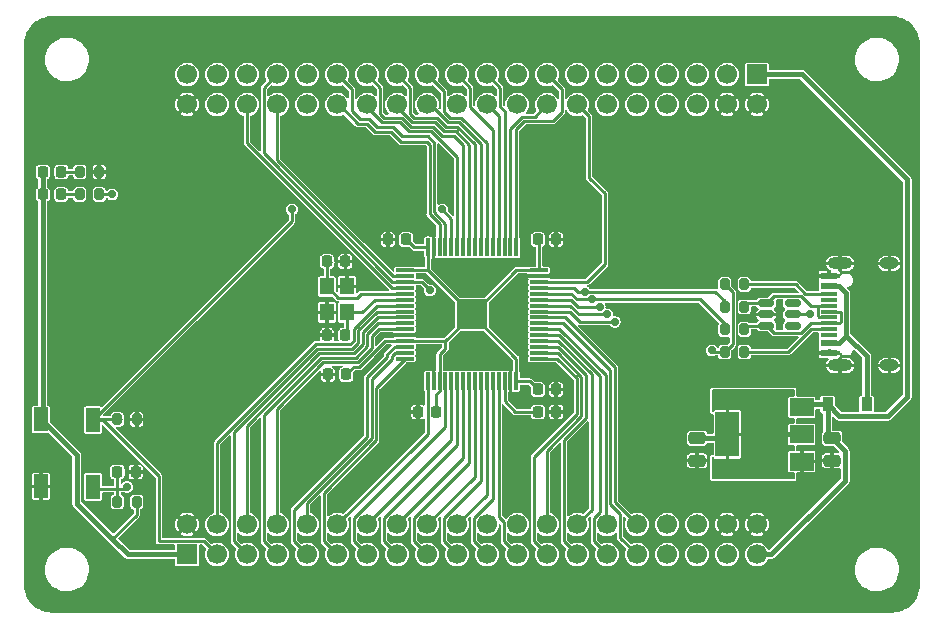
<source format=gbr>
G04 #@! TF.GenerationSoftware,KiCad,Pcbnew,6.0.7+dfsg-1+b1*
G04 #@! TF.CreationDate,2022-09-12T16:58:50+08:00*
G04 #@! TF.ProjectId,mcustm32f446,6d637573-746d-4333-9266-3434362e6b69,a*
G04 #@! TF.SameCoordinates,PX6b302f8PY7aeef28*
G04 #@! TF.FileFunction,Copper,L1,Top*
G04 #@! TF.FilePolarity,Positive*
%FSLAX46Y46*%
G04 Gerber Fmt 4.6, Leading zero omitted, Abs format (unit mm)*
G04 Created by KiCad (PCBNEW 6.0.7+dfsg-1+b1) date 2022-09-12 16:58:50*
%MOMM*%
%LPD*%
G01*
G04 APERTURE LIST*
G04 Aperture macros list*
%AMRoundRect*
0 Rectangle with rounded corners*
0 $1 Rounding radius*
0 $2 $3 $4 $5 $6 $7 $8 $9 X,Y pos of 4 corners*
0 Add a 4 corners polygon primitive as box body*
4,1,4,$2,$3,$4,$5,$6,$7,$8,$9,$2,$3,0*
0 Add four circle primitives for the rounded corners*
1,1,$1+$1,$2,$3*
1,1,$1+$1,$4,$5*
1,1,$1+$1,$6,$7*
1,1,$1+$1,$8,$9*
0 Add four rect primitives between the rounded corners*
20,1,$1+$1,$2,$3,$4,$5,0*
20,1,$1+$1,$4,$5,$6,$7,0*
20,1,$1+$1,$6,$7,$8,$9,0*
20,1,$1+$1,$8,$9,$2,$3,0*%
G04 Aperture macros list end*
G04 #@! TA.AperFunction,SMDPad,CuDef*
%ADD10R,0.900000X1.200000*%
G04 #@! TD*
G04 #@! TA.AperFunction,SMDPad,CuDef*
%ADD11R,1.450000X0.600000*%
G04 #@! TD*
G04 #@! TA.AperFunction,SMDPad,CuDef*
%ADD12R,1.450000X0.300000*%
G04 #@! TD*
G04 #@! TA.AperFunction,ComponentPad*
%ADD13O,2.100000X1.000000*%
G04 #@! TD*
G04 #@! TA.AperFunction,ComponentPad*
%ADD14O,1.600000X1.000000*%
G04 #@! TD*
G04 #@! TA.AperFunction,SMDPad,CuDef*
%ADD15R,1.200000X2.000000*%
G04 #@! TD*
G04 #@! TA.AperFunction,SMDPad,CuDef*
%ADD16RoundRect,0.225000X0.225000X0.250000X-0.225000X0.250000X-0.225000X-0.250000X0.225000X-0.250000X0*%
G04 #@! TD*
G04 #@! TA.AperFunction,SMDPad,CuDef*
%ADD17RoundRect,0.225000X-0.225000X-0.250000X0.225000X-0.250000X0.225000X0.250000X-0.225000X0.250000X0*%
G04 #@! TD*
G04 #@! TA.AperFunction,SMDPad,CuDef*
%ADD18R,2.000000X1.500000*%
G04 #@! TD*
G04 #@! TA.AperFunction,SMDPad,CuDef*
%ADD19R,2.000000X3.800000*%
G04 #@! TD*
G04 #@! TA.AperFunction,SMDPad,CuDef*
%ADD20RoundRect,0.250000X-0.475000X0.250000X-0.475000X-0.250000X0.475000X-0.250000X0.475000X0.250000X0*%
G04 #@! TD*
G04 #@! TA.AperFunction,SMDPad,CuDef*
%ADD21RoundRect,0.218750X0.218750X0.256250X-0.218750X0.256250X-0.218750X-0.256250X0.218750X-0.256250X0*%
G04 #@! TD*
G04 #@! TA.AperFunction,SMDPad,CuDef*
%ADD22RoundRect,0.200000X-0.200000X-0.275000X0.200000X-0.275000X0.200000X0.275000X-0.200000X0.275000X0*%
G04 #@! TD*
G04 #@! TA.AperFunction,ComponentPad*
%ADD23R,1.700000X1.700000*%
G04 #@! TD*
G04 #@! TA.AperFunction,ComponentPad*
%ADD24C,1.700000*%
G04 #@! TD*
G04 #@! TA.AperFunction,SMDPad,CuDef*
%ADD25RoundRect,0.150000X-0.512500X-0.150000X0.512500X-0.150000X0.512500X0.150000X-0.512500X0.150000X0*%
G04 #@! TD*
G04 #@! TA.AperFunction,SMDPad,CuDef*
%ADD26RoundRect,0.200000X0.200000X0.275000X-0.200000X0.275000X-0.200000X-0.275000X0.200000X-0.275000X0*%
G04 #@! TD*
G04 #@! TA.AperFunction,SMDPad,CuDef*
%ADD27R,1.200000X1.400000*%
G04 #@! TD*
G04 #@! TA.AperFunction,SMDPad,CuDef*
%ADD28RoundRect,0.075000X-0.700000X-0.075000X0.700000X-0.075000X0.700000X0.075000X-0.700000X0.075000X0*%
G04 #@! TD*
G04 #@! TA.AperFunction,SMDPad,CuDef*
%ADD29RoundRect,0.075000X-0.075000X-0.700000X0.075000X-0.700000X0.075000X0.700000X-0.075000X0.700000X0*%
G04 #@! TD*
G04 #@! TA.AperFunction,ViaPad*
%ADD30C,0.700000*%
G04 #@! TD*
G04 #@! TA.AperFunction,Conductor*
%ADD31C,0.228600*%
G04 #@! TD*
G04 #@! TA.AperFunction,Conductor*
%ADD32C,0.457200*%
G04 #@! TD*
G04 #@! TA.AperFunction,Conductor*
%ADD33C,0.381000*%
G04 #@! TD*
G04 APERTURE END LIST*
D10*
G04 #@! TO.P,D2,1,K*
G04 #@! TO.N,+5V*
X70105000Y19685000D03*
G04 #@! TO.P,D2,2,A*
G04 #@! TO.N,VBUS*
X73405000Y19685000D03*
G04 #@! TD*
D11*
G04 #@! TO.P,J1,A1,GND*
G04 #@! TO.N,GND*
X70250000Y24055000D03*
G04 #@! TO.P,J1,A4,VBUS*
G04 #@! TO.N,VBUS*
X70250000Y24855000D03*
D12*
G04 #@! TO.P,J1,A5,CC1*
G04 #@! TO.N,Net-(J1-PadA5)*
X70250000Y26055000D03*
G04 #@! TO.P,J1,A6,D+*
G04 #@! TO.N,Net-(J1-PadA6)*
X70250000Y27055000D03*
G04 #@! TO.P,J1,A7,D-*
G04 #@! TO.N,Net-(J1-PadA7)*
X70250000Y27555000D03*
G04 #@! TO.P,J1,A8,SBU1*
G04 #@! TO.N,unconnected-(J1-PadA8)*
X70250000Y28555000D03*
D11*
G04 #@! TO.P,J1,A9,VBUS*
G04 #@! TO.N,VBUS*
X70250000Y29755000D03*
G04 #@! TO.P,J1,A12,GND*
G04 #@! TO.N,GND*
X70250000Y30555000D03*
G04 #@! TO.P,J1,B1,GND*
X70250000Y30555000D03*
G04 #@! TO.P,J1,B4,VBUS*
G04 #@! TO.N,VBUS*
X70250000Y29755000D03*
D12*
G04 #@! TO.P,J1,B5,CC2*
G04 #@! TO.N,Net-(J1-PadB5)*
X70250000Y29055000D03*
G04 #@! TO.P,J1,B6,D+*
G04 #@! TO.N,Net-(J1-PadA6)*
X70250000Y28055000D03*
G04 #@! TO.P,J1,B7,D-*
G04 #@! TO.N,Net-(J1-PadA7)*
X70250000Y26555000D03*
G04 #@! TO.P,J1,B8,SBU2*
G04 #@! TO.N,unconnected-(J1-PadB8)*
X70250000Y25555000D03*
D11*
G04 #@! TO.P,J1,B9,VBUS*
G04 #@! TO.N,VBUS*
X70250000Y24855000D03*
G04 #@! TO.P,J1,B12,GND*
G04 #@! TO.N,GND*
X70250000Y24055000D03*
D13*
G04 #@! TO.P,J1,S1,SHIELD*
X71165000Y31625000D03*
D14*
X75345000Y22985000D03*
D13*
X71165000Y22985000D03*
D14*
X75345000Y31625000D03*
G04 #@! TD*
D15*
G04 #@! TO.P,SW1,1,1*
G04 #@! TO.N,GND*
X3515000Y12750000D03*
G04 #@! TO.P,SW1,2,2*
G04 #@! TO.N,NRST*
X7915000Y12700000D03*
G04 #@! TD*
G04 #@! TO.P,SW2,1,1*
G04 #@! TO.N,BO0*
X7915000Y18365000D03*
G04 #@! TO.P,SW2,2,2*
G04 #@! TO.N,+3V3*
X3515000Y18415000D03*
G04 #@! TD*
D16*
G04 #@! TO.P,C5,1*
G04 #@! TO.N,+3V3*
X34430000Y33655000D03*
G04 #@! TO.P,C5,2*
G04 #@! TO.N,GND*
X32880000Y33655000D03*
G04 #@! TD*
D17*
G04 #@! TO.P,C6,1*
G04 #@! TO.N,+3V3*
X45580000Y33655000D03*
G04 #@! TO.P,C6,2*
G04 #@! TO.N,GND*
X47130000Y33655000D03*
G04 #@! TD*
D16*
G04 #@! TO.P,C7,1*
G04 #@! TO.N,+3V3*
X29350000Y22225000D03*
G04 #@! TO.P,C7,2*
G04 #@! TO.N,GND*
X27800000Y22225000D03*
G04 #@! TD*
G04 #@! TO.P,C8,1*
G04 #@! TO.N,+3V3*
X36970000Y19050000D03*
G04 #@! TO.P,C8,2*
G04 #@! TO.N,GND*
X35420000Y19050000D03*
G04 #@! TD*
D18*
G04 #@! TO.P,U1,1,GND*
G04 #@! TO.N,GND*
X67920000Y14845000D03*
G04 #@! TO.P,U1,2,VO*
G04 #@! TO.N,+3V3*
X67920000Y17145000D03*
D19*
X61620000Y17145000D03*
D18*
G04 #@! TO.P,U1,3,VI*
G04 #@! TO.N,+5V*
X67920000Y19445000D03*
G04 #@! TD*
D20*
G04 #@! TO.P,C1,1*
G04 #@! TO.N,+5V*
X70485000Y16825000D03*
G04 #@! TO.P,C1,2*
G04 #@! TO.N,GND*
X70485000Y14925000D03*
G04 #@! TD*
D17*
G04 #@! TO.P,C2,1*
G04 #@! TO.N,NRST*
X9980000Y13970000D03*
G04 #@! TO.P,C2,2*
G04 #@! TO.N,GND*
X11530000Y13970000D03*
G04 #@! TD*
D21*
G04 #@! TO.P,D1,1,K*
G04 #@! TO.N,Net-(D1-Pad1)*
X5232500Y39370000D03*
G04 #@! TO.P,D1,2,A*
G04 #@! TO.N,+3V3*
X3657500Y39370000D03*
G04 #@! TD*
G04 #@! TO.P,D3,1,K*
G04 #@! TO.N,Net-(D3-Pad1)*
X5232500Y37465000D03*
G04 #@! TO.P,D3,2,A*
G04 #@! TO.N,+3V3*
X3657500Y37465000D03*
G04 #@! TD*
D22*
G04 #@! TO.P,R4,1*
G04 #@! TO.N,PC14*
X61405000Y29845000D03*
G04 #@! TO.P,R4,2*
G04 #@! TO.N,Net-(J1-PadB5)*
X63055000Y29845000D03*
G04 #@! TD*
G04 #@! TO.P,R7,1*
G04 #@! TO.N,Net-(D1-Pad1)*
X6795000Y39370000D03*
G04 #@! TO.P,R7,2*
G04 #@! TO.N,GND*
X8445000Y39370000D03*
G04 #@! TD*
G04 #@! TO.P,R8,1*
G04 #@! TO.N,Net-(D3-Pad1)*
X6795000Y37465000D03*
G04 #@! TO.P,R8,2*
G04 #@! TO.N,PC13*
X8445000Y37465000D03*
G04 #@! TD*
D17*
G04 #@! TO.P,C9,1*
G04 #@! TO.N,Net-(C9-Pad1)*
X27730000Y31805000D03*
G04 #@! TO.P,C9,2*
G04 #@! TO.N,GND*
X29280000Y31805000D03*
G04 #@! TD*
D16*
G04 #@! TO.P,C11,1*
G04 #@! TO.N,Net-(C11-Pad1)*
X29280000Y25555000D03*
G04 #@! TO.P,C11,2*
G04 #@! TO.N,GND*
X27730000Y25555000D03*
G04 #@! TD*
D23*
G04 #@! TO.P,J2,1,3.3V*
G04 #@! TO.N,+3V3*
X15875000Y6985000D03*
D24*
G04 #@! TO.P,J2,2,GND*
G04 #@! TO.N,GND*
X15875000Y9525000D03*
G04 #@! TO.P,J2,3,BO0*
G04 #@! TO.N,BO0*
X18415000Y6985000D03*
G04 #@! TO.P,J2,4,NRST*
G04 #@! TO.N,NRST*
X18415000Y9525000D03*
G04 #@! TO.P,J2,5,PC0*
G04 #@! TO.N,PC0*
X20955000Y6985000D03*
G04 #@! TO.P,J2,6,PC1*
G04 #@! TO.N,PC1*
X20955000Y9525000D03*
G04 #@! TO.P,J2,7,PC2*
G04 #@! TO.N,PC2*
X23495000Y6985000D03*
G04 #@! TO.P,J2,8,PC3*
G04 #@! TO.N,PC3*
X23495000Y9525000D03*
G04 #@! TO.P,J2,9,PA0*
G04 #@! TO.N,PA0*
X26035000Y6985000D03*
G04 #@! TO.P,J2,10,PA1*
G04 #@! TO.N,PA1*
X26035000Y9525000D03*
G04 #@! TO.P,J2,11,PA2*
G04 #@! TO.N,PA2*
X28575000Y6985000D03*
G04 #@! TO.P,J2,12,PA3*
G04 #@! TO.N,PA3*
X28575000Y9525000D03*
G04 #@! TO.P,J2,13,PA4*
G04 #@! TO.N,PA4*
X31115000Y6985000D03*
G04 #@! TO.P,J2,14,PA5*
G04 #@! TO.N,PA5*
X31115000Y9525000D03*
G04 #@! TO.P,J2,15,PA6*
G04 #@! TO.N,PA6*
X33655000Y6985000D03*
G04 #@! TO.P,J2,16,PA7*
G04 #@! TO.N,PA7*
X33655000Y9525000D03*
G04 #@! TO.P,J2,17,PC4*
G04 #@! TO.N,PC4*
X36195000Y6985000D03*
G04 #@! TO.P,J2,18,PC5*
G04 #@! TO.N,PC5*
X36195000Y9525000D03*
G04 #@! TO.P,J2,19,PB0*
G04 #@! TO.N,PB0*
X38735000Y6985000D03*
G04 #@! TO.P,J2,20,PB1*
G04 #@! TO.N,PB1*
X38735000Y9525000D03*
G04 #@! TO.P,J2,21,PB2*
G04 #@! TO.N,PB2*
X41275000Y6985000D03*
G04 #@! TO.P,J2,22,U0*
G04 #@! TO.N,unconnected-(J2-Pad22)*
X41275000Y9525000D03*
G04 #@! TO.P,J2,23,PB10*
G04 #@! TO.N,PB10*
X43815000Y6985000D03*
G04 #@! TO.P,J2,24,PB11*
G04 #@! TO.N,PB11*
X43815000Y9525000D03*
G04 #@! TO.P,J2,25,PB12*
G04 #@! TO.N,PB12*
X46355000Y6985000D03*
G04 #@! TO.P,J2,26,PB13*
G04 #@! TO.N,PB13*
X46355000Y9525000D03*
G04 #@! TO.P,J2,27,PB14*
G04 #@! TO.N,PB14*
X48895000Y6985000D03*
G04 #@! TO.P,J2,28,PB15*
G04 #@! TO.N,PB15*
X48895000Y9525000D03*
G04 #@! TO.P,J2,29,PC6*
G04 #@! TO.N,PC6*
X51435000Y6985000D03*
G04 #@! TO.P,J2,30,PC7*
G04 #@! TO.N,PC7*
X51435000Y9525000D03*
G04 #@! TO.P,J2,31,PC8*
G04 #@! TO.N,PC8*
X53975000Y6985000D03*
G04 #@! TO.P,J2,32,PC9*
G04 #@! TO.N,PC9*
X53975000Y9525000D03*
G04 #@! TO.P,J2,33,U1*
G04 #@! TO.N,unconnected-(J2-Pad33)*
X56515000Y6985000D03*
G04 #@! TO.P,J2,34,U2*
G04 #@! TO.N,unconnected-(J2-Pad34)*
X56515000Y9525000D03*
G04 #@! TO.P,J2,35,U3*
G04 #@! TO.N,unconnected-(J2-Pad35)*
X59055000Y6985000D03*
G04 #@! TO.P,J2,36,U4*
G04 #@! TO.N,unconnected-(J2-Pad36)*
X59055000Y9525000D03*
G04 #@! TO.P,J2,37,3.3V*
G04 #@! TO.N,+3V3*
X61595000Y6985000D03*
G04 #@! TO.P,J2,38,GND*
G04 #@! TO.N,GND*
X61595000Y9525000D03*
G04 #@! TO.P,J2,39,5V*
G04 #@! TO.N,+5V*
X64135000Y6985000D03*
G04 #@! TO.P,J2,40,GND*
G04 #@! TO.N,GND*
X64135000Y9525000D03*
D23*
G04 #@! TO.P,J2,41,5V*
G04 #@! TO.N,+5V*
X64135000Y47625000D03*
D24*
G04 #@! TO.P,J2,42,GND*
G04 #@! TO.N,GND*
X64135000Y45085000D03*
G04 #@! TO.P,J2,43,3.3V*
G04 #@! TO.N,+3V3*
X61595000Y47625000D03*
G04 #@! TO.P,J2,44,GND*
G04 #@! TO.N,GND*
X61595000Y45085000D03*
G04 #@! TO.P,J2,45,U15*
G04 #@! TO.N,unconnected-(J2-Pad45)*
X59055000Y47625000D03*
G04 #@! TO.P,J2,46,U16*
G04 #@! TO.N,unconnected-(J2-Pad46)*
X59055000Y45085000D03*
G04 #@! TO.P,J2,47,U13*
G04 #@! TO.N,unconnected-(J2-Pad47)*
X56515000Y47625000D03*
G04 #@! TO.P,J2,48,U14*
G04 #@! TO.N,unconnected-(J2-Pad48)*
X56515000Y45085000D03*
G04 #@! TO.P,J2,49,PA8*
G04 #@! TO.N,PA8*
X53975000Y47625000D03*
G04 #@! TO.P,J2,50,PA9*
G04 #@! TO.N,PA9*
X53975000Y45085000D03*
G04 #@! TO.P,J2,51,PA10*
G04 #@! TO.N,PA10*
X51435000Y47625000D03*
G04 #@! TO.P,J2,52,PA11*
G04 #@! TO.N,PA11*
X51435000Y45085000D03*
G04 #@! TO.P,J2,53,PA12*
G04 #@! TO.N,PA12*
X48895000Y47625000D03*
G04 #@! TO.P,J2,54,PA13*
G04 #@! TO.N,PA13*
X48895000Y45085000D03*
G04 #@! TO.P,J2,55,PA14*
G04 #@! TO.N,PA14*
X46355000Y47625000D03*
G04 #@! TO.P,J2,56,PA15*
G04 #@! TO.N,PA15*
X46355000Y45085000D03*
G04 #@! TO.P,J2,57,U11*
G04 #@! TO.N,unconnected-(J2-Pad57)*
X43815000Y47625000D03*
G04 #@! TO.P,J2,58,U12*
G04 #@! TO.N,unconnected-(J2-Pad58)*
X43815000Y45085000D03*
G04 #@! TO.P,J2,59,PC10*
G04 #@! TO.N,PC10*
X41275000Y47625000D03*
G04 #@! TO.P,J2,60,PC11*
G04 #@! TO.N,PC11*
X41275000Y45085000D03*
G04 #@! TO.P,J2,61,PC12*
G04 #@! TO.N,PC12*
X38735000Y47625000D03*
G04 #@! TO.P,J2,62,U8*
G04 #@! TO.N,unconnected-(J2-Pad62)*
X38735000Y45085000D03*
G04 #@! TO.P,J2,63,PD2*
G04 #@! TO.N,PD2*
X36195000Y47625000D03*
G04 #@! TO.P,J2,64,PB3*
G04 #@! TO.N,PB3*
X36195000Y45085000D03*
G04 #@! TO.P,J2,65,PB4*
G04 #@! TO.N,PB4*
X33655000Y47625000D03*
G04 #@! TO.P,J2,66,PB5*
G04 #@! TO.N,PB5*
X33655000Y45085000D03*
G04 #@! TO.P,J2,67,PB6*
G04 #@! TO.N,PB6*
X31115000Y47625000D03*
G04 #@! TO.P,J2,68,PB7*
G04 #@! TO.N,PB7*
X31115000Y45085000D03*
G04 #@! TO.P,J2,69,PB8*
G04 #@! TO.N,PB8*
X28575000Y47625000D03*
G04 #@! TO.P,J2,70,PB9*
G04 #@! TO.N,PB9*
X28575000Y45085000D03*
G04 #@! TO.P,J2,71,U9*
G04 #@! TO.N,unconnected-(J2-Pad71)*
X26035000Y47625000D03*
G04 #@! TO.P,J2,72,U10*
G04 #@! TO.N,unconnected-(J2-Pad72)*
X26035000Y45085000D03*
G04 #@! TO.P,J2,73,PC14*
G04 #@! TO.N,PC14*
X23495000Y47625000D03*
G04 #@! TO.P,J2,74,PC13*
G04 #@! TO.N,PC13*
X23495000Y45085000D03*
G04 #@! TO.P,J2,75,U7*
G04 #@! TO.N,unconnected-(J2-Pad75)*
X20955000Y47625000D03*
G04 #@! TO.P,J2,76,PC15*
G04 #@! TO.N,PC15*
X20955000Y45085000D03*
G04 #@! TO.P,J2,77,U5*
G04 #@! TO.N,unconnected-(J2-Pad77)*
X18415000Y47625000D03*
G04 #@! TO.P,J2,78,U6*
G04 #@! TO.N,unconnected-(J2-Pad78)*
X18415000Y45085000D03*
G04 #@! TO.P,J2,79,3.3V*
G04 #@! TO.N,+3V3*
X15875000Y47625000D03*
G04 #@! TO.P,J2,80,GND*
G04 #@! TO.N,GND*
X15875000Y45085000D03*
G04 #@! TD*
D25*
G04 #@! TO.P,U2,1,IO1*
G04 #@! TO.N,Net-(J1-PadA6)*
X64902500Y28255000D03*
G04 #@! TO.P,U2,2,VN*
G04 #@! TO.N,GND*
X64902500Y27305000D03*
G04 #@! TO.P,U2,3,IO2*
G04 #@! TO.N,Net-(J1-PadA7)*
X64902500Y26355000D03*
G04 #@! TO.P,U2,4,IO3*
G04 #@! TO.N,unconnected-(U2-Pad4)*
X67177500Y26355000D03*
G04 #@! TO.P,U2,5,VP*
G04 #@! TO.N,+3V3*
X67177500Y27305000D03*
G04 #@! TO.P,U2,6,IO4*
G04 #@! TO.N,unconnected-(U2-Pad6)*
X67177500Y28255000D03*
G04 #@! TD*
D17*
G04 #@! TO.P,C4,1*
G04 #@! TO.N,+3V3*
X45580000Y20955000D03*
G04 #@! TO.P,C4,2*
G04 #@! TO.N,GND*
X47130000Y20955000D03*
G04 #@! TD*
G04 #@! TO.P,C10,1*
G04 #@! TO.N,Net-(C10-Pad1)*
X45580000Y19050000D03*
G04 #@! TO.P,C10,2*
G04 #@! TO.N,GND*
X47130000Y19050000D03*
G04 #@! TD*
D26*
G04 #@! TO.P,R1,1*
G04 #@! TO.N,+3V3*
X11620000Y11430000D03*
G04 #@! TO.P,R1,2*
G04 #@! TO.N,NRST*
X9970000Y11430000D03*
G04 #@! TD*
D22*
G04 #@! TO.P,R2,1*
G04 #@! TO.N,BO0*
X9970000Y18415000D03*
G04 #@! TO.P,R2,2*
G04 #@! TO.N,GND*
X11620000Y18415000D03*
G04 #@! TD*
D27*
G04 #@! TO.P,Y1,1,1*
G04 #@! TO.N,Net-(C9-Pad1)*
X27725000Y29675000D03*
G04 #@! TO.P,Y1,2,2*
G04 #@! TO.N,GND*
X27725000Y27475000D03*
G04 #@! TO.P,Y1,3,3*
G04 #@! TO.N,Net-(C11-Pad1)*
X29425000Y27475000D03*
G04 #@! TO.P,Y1,4,4*
G04 #@! TO.N,GND*
X29425000Y29675000D03*
G04 #@! TD*
D20*
G04 #@! TO.P,C3,1*
G04 #@! TO.N,+3V3*
X59055000Y16825000D03*
G04 #@! TO.P,C3,2*
G04 #@! TO.N,GND*
X59055000Y14925000D03*
G04 #@! TD*
D28*
G04 #@! TO.P,U3,1,VBAT*
G04 #@! TO.N,+3V3*
X34330000Y31055000D03*
G04 #@! TO.P,U3,2,PC13*
G04 #@! TO.N,PC13*
X34330000Y30555000D03*
G04 #@! TO.P,U3,3,PC14*
G04 #@! TO.N,PC14*
X34330000Y30055000D03*
G04 #@! TO.P,U3,4,PC15*
G04 #@! TO.N,PC15*
X34330000Y29555000D03*
G04 #@! TO.P,U3,5,PH0*
G04 #@! TO.N,Net-(C9-Pad1)*
X34330000Y29055000D03*
G04 #@! TO.P,U3,6,PH1*
G04 #@! TO.N,Net-(C11-Pad1)*
X34330000Y28555000D03*
G04 #@! TO.P,U3,7,NRST*
G04 #@! TO.N,NRST*
X34330000Y28055000D03*
G04 #@! TO.P,U3,8,PC0*
G04 #@! TO.N,PC0*
X34330000Y27555000D03*
G04 #@! TO.P,U3,9,PC1*
G04 #@! TO.N,PC1*
X34330000Y27055000D03*
G04 #@! TO.P,U3,10,PC2*
G04 #@! TO.N,PC2*
X34330000Y26555000D03*
G04 #@! TO.P,U3,11,PC3*
G04 #@! TO.N,PC3*
X34330000Y26055000D03*
G04 #@! TO.P,U3,12,VSSA*
G04 #@! TO.N,GND*
X34330000Y25555000D03*
G04 #@! TO.P,U3,13,VDDA*
G04 #@! TO.N,+3V3*
X34330000Y25055000D03*
G04 #@! TO.P,U3,14,PA0*
G04 #@! TO.N,PA0*
X34330000Y24555000D03*
G04 #@! TO.P,U3,15,PA1*
G04 #@! TO.N,PA1*
X34330000Y24055000D03*
G04 #@! TO.P,U3,16,PA2*
G04 #@! TO.N,PA2*
X34330000Y23555000D03*
D29*
G04 #@! TO.P,U3,17,PA3*
G04 #@! TO.N,PA3*
X36255000Y21630000D03*
G04 #@! TO.P,U3,18,VSS*
G04 #@! TO.N,GND*
X36755000Y21630000D03*
G04 #@! TO.P,U3,19,VDD*
G04 #@! TO.N,+3V3*
X37255000Y21630000D03*
G04 #@! TO.P,U3,20,PA4*
G04 #@! TO.N,PA4*
X37755000Y21630000D03*
G04 #@! TO.P,U3,21,PA5*
G04 #@! TO.N,PA5*
X38255000Y21630000D03*
G04 #@! TO.P,U3,22,PA6*
G04 #@! TO.N,PA6*
X38755000Y21630000D03*
G04 #@! TO.P,U3,23,PA7*
G04 #@! TO.N,PA7*
X39255000Y21630000D03*
G04 #@! TO.P,U3,24,PC4*
G04 #@! TO.N,PC4*
X39755000Y21630000D03*
G04 #@! TO.P,U3,25,PC5*
G04 #@! TO.N,PC5*
X40255000Y21630000D03*
G04 #@! TO.P,U3,26,PB0*
G04 #@! TO.N,PB0*
X40755000Y21630000D03*
G04 #@! TO.P,U3,27,PB1*
G04 #@! TO.N,PB1*
X41255000Y21630000D03*
G04 #@! TO.P,U3,28,PB2*
G04 #@! TO.N,PB2*
X41755000Y21630000D03*
G04 #@! TO.P,U3,29,PB10*
G04 #@! TO.N,PB10*
X42255000Y21630000D03*
G04 #@! TO.P,U3,30,VCAP_1*
G04 #@! TO.N,Net-(C10-Pad1)*
X42755000Y21630000D03*
G04 #@! TO.P,U3,31,VSS*
G04 #@! TO.N,GND*
X43255000Y21630000D03*
G04 #@! TO.P,U3,32,VDD*
G04 #@! TO.N,+3V3*
X43755000Y21630000D03*
D28*
G04 #@! TO.P,U3,33,PB12*
G04 #@! TO.N,PB12*
X45680000Y23555000D03*
G04 #@! TO.P,U3,34,PB13*
G04 #@! TO.N,PB13*
X45680000Y24055000D03*
G04 #@! TO.P,U3,35,PB14*
G04 #@! TO.N,PB14*
X45680000Y24555000D03*
G04 #@! TO.P,U3,36,PB15*
G04 #@! TO.N,PB15*
X45680000Y25055000D03*
G04 #@! TO.P,U3,37,PC6*
G04 #@! TO.N,PC6*
X45680000Y25555000D03*
G04 #@! TO.P,U3,38,PC7*
G04 #@! TO.N,PC7*
X45680000Y26055000D03*
G04 #@! TO.P,U3,39,PC8*
G04 #@! TO.N,PC8*
X45680000Y26555000D03*
G04 #@! TO.P,U3,40,PC9*
G04 #@! TO.N,PC9*
X45680000Y27055000D03*
G04 #@! TO.P,U3,41,PA8*
G04 #@! TO.N,PA8*
X45680000Y27555000D03*
G04 #@! TO.P,U3,42,PA9*
G04 #@! TO.N,PA9*
X45680000Y28055000D03*
G04 #@! TO.P,U3,43,PA10*
G04 #@! TO.N,PA10*
X45680000Y28555000D03*
G04 #@! TO.P,U3,44,PA11*
G04 #@! TO.N,PA11*
X45680000Y29055000D03*
G04 #@! TO.P,U3,45,PA12*
G04 #@! TO.N,PA12*
X45680000Y29555000D03*
G04 #@! TO.P,U3,46,PA13*
G04 #@! TO.N,PA13*
X45680000Y30055000D03*
G04 #@! TO.P,U3,47,VSS*
G04 #@! TO.N,GND*
X45680000Y30555000D03*
G04 #@! TO.P,U3,48,VDD*
G04 #@! TO.N,+3V3*
X45680000Y31055000D03*
D29*
G04 #@! TO.P,U3,49,PA14*
G04 #@! TO.N,PA14*
X43755000Y32980000D03*
G04 #@! TO.P,U3,50,PA15*
G04 #@! TO.N,PA15*
X43255000Y32980000D03*
G04 #@! TO.P,U3,51,PC10*
G04 #@! TO.N,PC10*
X42755000Y32980000D03*
G04 #@! TO.P,U3,52,PC11*
G04 #@! TO.N,PC11*
X42255000Y32980000D03*
G04 #@! TO.P,U3,53,PC12*
G04 #@! TO.N,PC12*
X41755000Y32980000D03*
G04 #@! TO.P,U3,54,PD2*
G04 #@! TO.N,PD2*
X41255000Y32980000D03*
G04 #@! TO.P,U3,55,PB3*
G04 #@! TO.N,PB3*
X40755000Y32980000D03*
G04 #@! TO.P,U3,56,PB4*
G04 #@! TO.N,PB4*
X40255000Y32980000D03*
G04 #@! TO.P,U3,57,PB5*
G04 #@! TO.N,PB5*
X39755000Y32980000D03*
G04 #@! TO.P,U3,58,PB6*
G04 #@! TO.N,PB6*
X39255000Y32980000D03*
G04 #@! TO.P,U3,59,PB7*
G04 #@! TO.N,PB7*
X38755000Y32980000D03*
G04 #@! TO.P,U3,60,BOOT0*
G04 #@! TO.N,BO0*
X38255000Y32980000D03*
G04 #@! TO.P,U3,61,PB8*
G04 #@! TO.N,PB8*
X37755000Y32980000D03*
G04 #@! TO.P,U3,62,PB9*
G04 #@! TO.N,PB9*
X37255000Y32980000D03*
G04 #@! TO.P,U3,63,VSS*
G04 #@! TO.N,GND*
X36755000Y32980000D03*
G04 #@! TO.P,U3,64,VDD*
G04 #@! TO.N,+3V3*
X36255000Y32980000D03*
G04 #@! TD*
D26*
G04 #@! TO.P,R6,1*
G04 #@! TO.N,Net-(J1-PadA6)*
X63055000Y27940000D03*
G04 #@! TO.P,R6,2*
G04 #@! TO.N,PA12*
X61405000Y27940000D03*
G04 #@! TD*
D22*
G04 #@! TO.P,R3,1*
G04 #@! TO.N,PC14*
X61405000Y24130000D03*
G04 #@! TO.P,R3,2*
G04 #@! TO.N,Net-(J1-PadA5)*
X63055000Y24130000D03*
G04 #@! TD*
D26*
G04 #@! TO.P,R5,1*
G04 #@! TO.N,Net-(J1-PadA7)*
X63055000Y26035000D03*
G04 #@! TO.P,R5,2*
G04 #@! TO.N,PA11*
X61405000Y26035000D03*
G04 #@! TD*
D30*
G04 #@! TO.N,+3V3*
X66040000Y19050000D03*
X64770000Y19050000D03*
X63500000Y19050000D03*
X63500000Y15240000D03*
X64770000Y15240000D03*
X66040000Y15240000D03*
X39370000Y27940000D03*
X68580000Y27305000D03*
X63500000Y17145000D03*
X40640000Y27940000D03*
X64770000Y17145000D03*
X39370000Y26670000D03*
X66040000Y17145000D03*
X40640000Y26670000D03*
G04 #@! TO.N,GND*
X46990000Y22225000D03*
X46990000Y22225000D03*
X43815000Y14605000D03*
X48895000Y14605000D03*
X45005000Y37805000D03*
X40005000Y25400000D03*
X66040000Y26670000D03*
X44450000Y19685000D03*
X34925000Y22225000D03*
X41910000Y27305000D03*
X45085000Y41275000D03*
X38100000Y27305000D03*
X45063800Y32386332D03*
X27940000Y20955000D03*
X37465000Y37465000D03*
X57150000Y27305000D03*
X40005000Y29210000D03*
X31750000Y33020000D03*
G04 #@! TO.N,PA12*
X49530000Y29210000D03*
G04 #@! TO.N,PA11*
X50165000Y28575000D03*
G04 #@! TO.N,PA10*
X50800000Y27940000D03*
G04 #@! TO.N,PA9*
X51435000Y27305000D03*
G04 #@! TO.N,PA8*
X52070000Y26670000D03*
G04 #@! TO.N,NRST*
X10795000Y12700000D03*
G04 #@! TO.N,PC14*
X36449000Y29337000D03*
X60325000Y24257000D03*
G04 #@! TO.N,PC13*
X9525000Y37465000D03*
G04 #@! TO.N,BO0*
X37465000Y36195000D03*
X24765000Y36195000D03*
G04 #@! TD*
D31*
G04 #@! TO.N,+3V3*
X36255000Y31055000D02*
X36255000Y32980000D01*
X45680000Y33555000D02*
X45580000Y33655000D01*
X34330000Y31055000D02*
X36255000Y31055000D01*
X35105000Y32980000D02*
X34430000Y33655000D01*
X44905000Y21630000D02*
X45580000Y20955000D01*
X67140000Y27305000D02*
X68580000Y27305000D01*
X36970000Y20570000D02*
X36970000Y19050000D01*
D32*
X39370000Y27940000D02*
X40640000Y27940000D01*
D31*
X43755000Y21630000D02*
X44905000Y21630000D01*
X37755000Y24420000D02*
X37255000Y23920000D01*
X45680000Y31055000D02*
X43755000Y31055000D01*
X37755000Y25055000D02*
X39370000Y26670000D01*
X32663826Y25055000D02*
X30472818Y22863990D01*
X34330000Y25055000D02*
X32663826Y25055000D01*
D32*
X3657500Y18557500D02*
X3515000Y18415000D01*
X6552988Y11281475D02*
X9552231Y8282231D01*
X39370000Y26670000D02*
X39370000Y27940000D01*
X3515000Y18415000D02*
X6552988Y15377012D01*
X3657500Y39370000D02*
X3657500Y18557500D01*
X61300000Y16825000D02*
X61620000Y17145000D01*
D31*
X37255000Y21630000D02*
X37255000Y20855000D01*
X29988991Y22863990D02*
X29350001Y22225000D01*
X37255000Y20855000D02*
X36970000Y20570000D01*
X45680000Y31055000D02*
X45680000Y33555000D01*
X43755000Y31055000D02*
X40640000Y27940000D01*
X11620000Y11430000D02*
X11620000Y10350000D01*
X43755000Y21630000D02*
X43755000Y23555000D01*
X36255000Y32980000D02*
X35105000Y32980000D01*
X30472818Y22863990D02*
X29988991Y22863990D01*
X11620000Y10350000D02*
X9552231Y8282231D01*
D32*
X9552231Y8282231D02*
X10849463Y6985000D01*
X10849463Y6985000D02*
X15875000Y6985000D01*
D31*
X37755000Y25055000D02*
X37755000Y24420000D01*
D32*
X6552988Y15377012D02*
X6552988Y11281475D01*
D31*
X37255000Y23920000D02*
X37255000Y21630000D01*
D32*
X40640000Y27940000D02*
X40640000Y26670000D01*
D31*
X36255000Y31055000D02*
X39370000Y27940000D01*
D32*
X59055000Y16825000D02*
X61300000Y16825000D01*
D31*
X34330000Y25055000D02*
X37755000Y25055000D01*
D32*
X40640000Y26670000D02*
X39370000Y26670000D01*
X66040000Y17145000D02*
X67920000Y17145000D01*
D31*
X43755000Y23555000D02*
X40640000Y26670000D01*
X29350001Y22225000D02*
X29350000Y22225000D01*
G04 #@! TO.N,PB9*
X28705000Y45085000D02*
X28575000Y45085000D01*
X37255000Y34953450D02*
X36421725Y35786725D01*
X31794999Y42755001D02*
X31085000Y43465000D01*
X37255000Y32980000D02*
X37255000Y34953450D01*
X36195000Y41910000D02*
X33990000Y41910000D01*
X30325000Y43465000D02*
X28705000Y45085000D01*
X36421725Y35786725D02*
X36421725Y41683275D01*
X31085000Y43465000D02*
X30325000Y43465000D01*
X33144999Y42755001D02*
X31794999Y42755001D01*
X36421725Y41683275D02*
X36195000Y41910000D01*
X33990000Y41910000D02*
X33144999Y42755001D01*
G04 #@! TO.N,PB8*
X34052821Y42386009D02*
X33302818Y43136012D01*
X37755000Y34992280D02*
X36802736Y35944544D01*
X31242819Y43846011D02*
X30482819Y43846011D01*
X37755000Y32980000D02*
X37755000Y34992280D01*
X36802736Y35944544D02*
X36802736Y41841094D01*
X36257821Y42386009D02*
X34052821Y42386009D01*
X30482819Y43846011D02*
X29820581Y44508249D01*
X36802736Y41841094D02*
X36257821Y42386009D01*
X29820581Y44508249D02*
X29820581Y46379419D01*
X33302818Y43136012D02*
X31952818Y43136012D01*
X29820581Y46379419D02*
X28575000Y47625000D01*
X31952818Y43136012D02*
X31242819Y43846011D01*
G04 #@! TO.N,PB7*
X38755000Y32980000D02*
X38755000Y40620000D01*
X38755000Y40620000D02*
X36549734Y42825266D01*
X36549734Y42825266D02*
X34644734Y42825266D01*
X32360371Y43587289D02*
X31115000Y44832660D01*
X34644734Y42825266D02*
X33882711Y43587289D01*
X33882711Y43587289D02*
X32360371Y43587289D01*
X31115000Y44832660D02*
X31115000Y45085000D01*
G04 #@! TO.N,PB6*
X38454575Y42444255D02*
X37469575Y42444255D01*
X34040530Y43968300D02*
X32578190Y43968300D01*
X39255000Y32980000D02*
X39255000Y41643830D01*
X32231701Y44314789D02*
X32231701Y46508299D01*
X39255000Y41643830D02*
X38454575Y42444255D01*
X34802553Y43206277D02*
X34040530Y43968300D01*
X32578190Y43968300D02*
X32231701Y44314789D01*
X32231701Y46508299D02*
X31115000Y47625000D01*
X36707553Y43206277D02*
X34802553Y43206277D01*
X37469575Y42444255D02*
X36707553Y43206277D01*
G04 #@! TO.N,PB5*
X38612394Y42825266D02*
X37627394Y42825266D01*
X39755000Y41682660D02*
X38612394Y42825266D01*
X37627394Y42825266D02*
X36865372Y43587288D01*
X39755000Y32980000D02*
X39755000Y41682660D01*
X33655000Y44892660D02*
X33655000Y45085000D01*
X34960372Y43587288D02*
X33655000Y44892660D01*
X36865372Y43587288D02*
X34960372Y43587288D01*
G04 #@! TO.N,PB4*
X38770213Y43206277D02*
X37785213Y43206277D01*
X40255000Y32980000D02*
X40255000Y41721490D01*
X40255000Y41721490D02*
X38770213Y43206277D01*
X37023191Y43968299D02*
X35118191Y43968299D01*
X35118191Y43968299D02*
X34771701Y44314789D01*
X34771701Y44314789D02*
X34771701Y46508299D01*
X37785213Y43206277D02*
X37023191Y43968299D01*
X34771701Y46508299D02*
X33655000Y47625000D01*
G04 #@! TO.N,PB3*
X40755000Y41760320D02*
X38928032Y43587288D01*
X40755000Y32980000D02*
X40755000Y41760320D01*
X36445320Y45085000D02*
X36195000Y45085000D01*
X38928032Y43587288D02*
X37943032Y43587288D01*
X37943032Y43587288D02*
X36445320Y45085000D01*
G04 #@! TO.N,PD2*
X41255000Y41799150D02*
X41255000Y32980000D01*
X39085851Y43968299D02*
X41255000Y41799150D01*
X36195000Y47625000D02*
X37618299Y46201701D01*
X37618299Y44450851D02*
X38100851Y43968299D01*
X37618299Y46201701D02*
X37618299Y44450851D01*
X38100851Y43968299D02*
X39085851Y43968299D01*
G04 #@! TO.N,PC12*
X39851701Y44855581D02*
X39851701Y46508299D01*
X39851701Y46508299D02*
X38735000Y47625000D01*
X41755000Y42952282D02*
X39851701Y44855581D01*
X41755000Y32980000D02*
X41755000Y42952282D01*
G04 #@! TO.N,PC11*
X42255000Y32980000D02*
X42255000Y44105000D01*
X42255000Y44105000D02*
X41275000Y45085000D01*
G04 #@! TO.N,PC10*
X42391701Y46508299D02*
X41275000Y47625000D01*
X42755000Y44492282D02*
X42391701Y44855581D01*
X42391701Y44855581D02*
X42391701Y46508299D01*
X42755000Y32980000D02*
X42755000Y44492282D01*
G04 #@! TO.N,PA15*
X43255000Y43023830D02*
X44277181Y44046011D01*
X43255000Y32980000D02*
X43255000Y43023830D01*
X44277181Y44046011D02*
X45316011Y44046011D01*
X45316011Y44046011D02*
X46355000Y45085000D01*
G04 #@! TO.N,PA14*
X43755000Y32980000D02*
X43755000Y42985000D01*
X44435000Y43665000D02*
X46840000Y43665000D01*
X47625000Y44450000D02*
X47625000Y46355000D01*
X43755000Y42985000D02*
X44435000Y43665000D01*
X47625000Y46355000D02*
X46355000Y47625000D01*
X46840000Y43665000D02*
X47625000Y44450000D01*
G04 #@! TO.N,PA13*
X49911009Y38898991D02*
X49911009Y44068991D01*
X45680000Y30055000D02*
X49755000Y30055000D01*
X51255000Y31555000D02*
X51255000Y37555000D01*
X49911009Y44068991D02*
X48895000Y45085000D01*
X51255000Y37555000D02*
X49911009Y38898991D01*
X49755000Y30055000D02*
X51255000Y31555000D01*
G04 #@! TO.N,PA12*
X60610000Y29210000D02*
X49530000Y29210000D01*
X61405000Y27940000D02*
X61405000Y28415000D01*
X48605000Y29555000D02*
X48950000Y29210000D01*
X45680000Y29555000D02*
X45716009Y29591009D01*
X45680000Y29555000D02*
X48605000Y29555000D01*
X61405000Y28415000D02*
X60610000Y29210000D01*
X48950000Y29210000D02*
X49530000Y29210000D01*
G04 #@! TO.N,PA11*
X61405000Y26035000D02*
X61405000Y26510000D01*
X48895000Y28575000D02*
X50165000Y28575000D01*
X45680000Y29055000D02*
X48415000Y29055000D01*
X61405000Y26510000D02*
X59340000Y28575000D01*
X59340000Y28575000D02*
X50165000Y28575000D01*
X48415000Y29055000D02*
X48895000Y28575000D01*
G04 #@! TO.N,PA10*
X45680000Y28555000D02*
X48376170Y28555000D01*
X48376170Y28555000D02*
X48991170Y27940000D01*
X48991170Y27940000D02*
X50800000Y27940000D01*
G04 #@! TO.N,PA9*
X48337340Y28055000D02*
X49087340Y27305000D01*
X49087340Y27305000D02*
X51435000Y27305000D01*
X45680000Y28055000D02*
X48337340Y28055000D01*
G04 #@! TO.N,PA8*
X48298510Y27555000D02*
X49183510Y26670000D01*
X49183510Y26670000D02*
X52070000Y26670000D01*
X45680000Y27555000D02*
X48298510Y27555000D01*
G04 #@! TO.N,PC9*
X52070000Y22860000D02*
X52070000Y11430000D01*
X45680000Y27055000D02*
X47875000Y27055000D01*
X52070000Y11430000D02*
X53975000Y9525000D01*
X47875000Y27055000D02*
X52070000Y22860000D01*
G04 #@! TO.N,PC8*
X45680000Y26555000D02*
X47740000Y26555000D01*
X47740000Y26555000D02*
X51688989Y22606011D01*
X51688989Y11272181D02*
X52551701Y10409469D01*
X52551701Y8408299D02*
X53975000Y6985000D01*
X51688989Y22606011D02*
X51688989Y11272181D01*
X52551701Y10409469D02*
X52551701Y8408299D01*
G04 #@! TO.N,PC7*
X51307978Y9652022D02*
X51435000Y9525000D01*
X51307978Y22148890D02*
X51307978Y9652022D01*
X47401868Y26055000D02*
X51307978Y22148890D01*
X45680000Y26055000D02*
X47401868Y26055000D01*
G04 #@! TO.N,PC6*
X50318299Y10061017D02*
X50318299Y8101701D01*
X50800000Y22118038D02*
X50800000Y10542718D01*
X45680000Y25555000D02*
X47363038Y25555000D01*
X50318299Y8101701D02*
X51435000Y6985000D01*
X47363038Y25555000D02*
X50800000Y22118038D01*
X50800000Y10542718D02*
X50318299Y10061017D01*
G04 #@! TO.N,PB15*
X50154206Y10784206D02*
X48895000Y9525000D01*
X47324206Y25055000D02*
X50154206Y22225000D01*
X45680000Y25055000D02*
X47324206Y25055000D01*
X50154206Y22225000D02*
X50154206Y10784206D01*
G04 #@! TO.N,PB14*
X47285376Y24555000D02*
X49638723Y22201655D01*
X49638723Y18523723D02*
X47778299Y16663299D01*
X47778299Y16663299D02*
X47778299Y8101701D01*
X45680000Y24555000D02*
X47285376Y24555000D01*
X49638723Y22201655D02*
X49638723Y18523723D01*
X47778299Y8101701D02*
X48895000Y6985000D01*
G04 #@! TO.N,PB13*
X47246546Y24055000D02*
X49257712Y22043835D01*
X46355000Y15778830D02*
X46355000Y9525000D01*
X45680000Y24055000D02*
X47246546Y24055000D01*
X49257712Y18681542D02*
X46355000Y15778830D01*
X49257712Y22043835D02*
X49257712Y18681542D01*
G04 #@! TO.N,PB12*
X47207717Y23555000D02*
X48876701Y21886015D01*
X48876701Y18839361D02*
X45238299Y15200959D01*
X48876701Y21886015D02*
X48876701Y18839361D01*
X45238299Y8101701D02*
X46355000Y6985000D01*
X45238299Y15200959D02*
X45238299Y8101701D01*
X45680000Y23555000D02*
X47207717Y23555000D01*
G04 #@! TO.N,PB10*
X42255000Y10197718D02*
X42698299Y9754419D01*
X42255000Y21630000D02*
X42255000Y10197718D01*
X42698299Y8101701D02*
X43815000Y6985000D01*
X42698299Y9754419D02*
X42698299Y8101701D01*
G04 #@! TO.N,PB2*
X41755000Y21630000D02*
X41755000Y11657718D01*
X41755000Y11657718D02*
X40158299Y10061017D01*
X40158299Y10061017D02*
X40158299Y8101701D01*
X40158299Y8101701D02*
X41275000Y6985000D01*
G04 #@! TO.N,PB1*
X41255000Y21630000D02*
X41255000Y12045000D01*
X41255000Y12045000D02*
X38735000Y9525000D01*
G04 #@! TO.N,PB0*
X37618299Y8101701D02*
X38735000Y6985000D01*
X40755000Y13197718D02*
X37618299Y10061017D01*
X37618299Y10061017D02*
X37618299Y8101701D01*
X40755000Y21630000D02*
X40755000Y13197718D01*
G04 #@! TO.N,PC5*
X40255000Y21630000D02*
X40255000Y13585000D01*
X40255000Y13585000D02*
X36195000Y9525000D01*
G04 #@! TO.N,PC4*
X39755000Y14737718D02*
X35078299Y10061017D01*
X39755000Y21630000D02*
X39755000Y14737718D01*
X35078299Y10061017D02*
X35078299Y8101701D01*
X35078299Y8101701D02*
X36195000Y6985000D01*
G04 #@! TO.N,PA7*
X39255000Y15125000D02*
X33655000Y9525000D01*
X39255000Y21630000D02*
X39255000Y15125000D01*
G04 #@! TO.N,PA6*
X38755000Y21630000D02*
X38755000Y16277718D01*
X32538299Y10061017D02*
X32538299Y8101701D01*
X38755000Y16277718D02*
X32538299Y10061017D01*
X32538299Y8101701D02*
X33655000Y6985000D01*
G04 #@! TO.N,PA5*
X38255000Y16665000D02*
X31115000Y9525000D01*
X38255000Y21630000D02*
X38255000Y16665000D01*
G04 #@! TO.N,PA4*
X37755000Y17817718D02*
X29998299Y10061017D01*
X29998299Y10061017D02*
X29998299Y8101701D01*
X29998299Y8101701D02*
X31115000Y6985000D01*
X37755000Y21630000D02*
X37755000Y17817718D01*
G04 #@! TO.N,PA3*
X36253290Y21628290D02*
X36253290Y17203290D01*
X36255000Y21630000D02*
X36253290Y21628290D01*
X35560000Y16510000D02*
X28575000Y9525000D01*
X36253290Y17203290D02*
X35560000Y16510000D01*
G04 #@! TO.N,PA2*
X34330000Y23555000D02*
X31887776Y21112776D01*
X27458299Y12218299D02*
X27458299Y8101701D01*
X31887776Y21112776D02*
X31887776Y16647776D01*
X27458299Y8101701D02*
X28575000Y6985000D01*
X31887776Y16647776D02*
X27458299Y12218299D01*
G04 #@! TO.N,PA1*
X31506765Y21823785D02*
X31506765Y16805595D01*
X34330000Y24055000D02*
X33487980Y24055000D01*
X33487980Y24055000D02*
X33211154Y23778174D01*
X33211154Y23528174D02*
X31506765Y21823785D01*
X26035000Y11333830D02*
X26035000Y9525000D01*
X34330000Y24055000D02*
X33571746Y24055000D01*
X33211154Y23778174D02*
X33211154Y23528174D01*
X31506765Y16805595D02*
X26035000Y11333830D01*
G04 #@! TO.N,PA0*
X31125754Y16963414D02*
X24918299Y10755959D01*
X24918299Y8101701D02*
X26035000Y6985000D01*
X31125754Y21981604D02*
X31125754Y16963414D01*
X32830143Y23685993D02*
X31125754Y21981604D01*
X24918299Y10755959D02*
X24918299Y8101701D01*
X33449150Y24555000D02*
X32830143Y23935993D01*
X32830143Y23935993D02*
X32830143Y23685993D01*
X34330000Y24555000D02*
X33449150Y24555000D01*
G04 #@! TO.N,PC3*
X32105000Y26055000D02*
X31525001Y25475001D01*
X23455000Y13425000D02*
X23495000Y13385000D01*
X30314999Y23245000D02*
X27385000Y23245000D01*
X31525000Y24455001D02*
X30314999Y23245000D01*
X31525001Y25475001D02*
X31525000Y24455001D01*
X27385000Y23245000D02*
X23455000Y19315000D01*
X23455000Y19315000D02*
X23455000Y13425000D01*
X34330000Y26055000D02*
X32105000Y26055000D01*
X23495000Y13385000D02*
X23495000Y9525000D01*
G04 #@! TO.N,PC2*
X34330000Y26555000D02*
X32066170Y26555000D01*
X32066170Y26555000D02*
X31143990Y25632820D01*
X27227181Y23626011D02*
X22378299Y18777129D01*
X31143990Y25632820D02*
X31143990Y24612821D01*
X30157180Y23626011D02*
X27227181Y23626011D01*
X22378299Y18777129D02*
X22378299Y8101701D01*
X22378299Y8101701D02*
X23495000Y6985000D01*
X31143990Y24612821D02*
X30157180Y23626011D01*
G04 #@! TO.N,PC1*
X30762979Y24770640D02*
X29999361Y24007022D01*
X32027340Y27055000D02*
X30762979Y25790639D01*
X30762979Y25790639D02*
X30762979Y24770640D01*
X27069362Y24007022D02*
X20955000Y17892660D01*
X34330000Y27055000D02*
X32027340Y27055000D01*
X20955000Y17892660D02*
X20955000Y9525000D01*
X29999361Y24007022D02*
X27069362Y24007022D01*
G04 #@! TO.N,PC0*
X29841542Y24388033D02*
X26911543Y24388033D01*
X26911543Y24388033D02*
X19838299Y17314789D01*
X30381968Y25948458D02*
X30381968Y24928459D01*
X19838299Y8101701D02*
X20955000Y6985000D01*
X34330000Y27555000D02*
X31988510Y27555000D01*
X19838299Y17314789D02*
X19838299Y8101701D01*
X31988510Y27555000D02*
X30381968Y25948458D01*
X30381968Y24928459D02*
X29841542Y24388033D01*
G04 #@! TO.N,NRST*
X9980000Y11440000D02*
X9970000Y11430000D01*
X9980000Y12520000D02*
X8095000Y12520000D01*
X9980000Y12520000D02*
X10615000Y12520000D01*
X10615000Y12520000D02*
X10795000Y12700000D01*
X31949680Y28055000D02*
X30000957Y26106277D01*
X9980000Y12520000D02*
X9980000Y11440000D01*
X18415000Y16430320D02*
X18415000Y9525000D01*
X8095000Y12520000D02*
X7915000Y12700000D01*
X9980000Y13970000D02*
X9980000Y12520000D01*
X34330000Y28055000D02*
X31949680Y28055000D01*
X30000957Y26106277D02*
X30000957Y25086278D01*
X26753724Y24769044D02*
X18415000Y16430320D01*
X29683723Y24769044D02*
X26753724Y24769044D01*
X30000957Y25086278D02*
X29683723Y24769044D01*
G04 #@! TO.N,PC15*
X34330000Y29555000D02*
X33224622Y29555000D01*
X33224622Y29555000D02*
X20955000Y41824622D01*
X20955000Y41824622D02*
X20955000Y45085000D01*
G04 #@! TO.N,PC14*
X35731000Y30055000D02*
X34330000Y30055000D01*
X61405000Y24130000D02*
X60452000Y24130000D01*
X62071710Y24796710D02*
X62071710Y29178290D01*
X22378299Y46508299D02*
X23495000Y47625000D01*
X60452000Y24130000D02*
X60325000Y24257000D01*
X34330000Y30055000D02*
X33263452Y30055000D01*
X61405000Y24130000D02*
X62071710Y24796710D01*
X33263452Y30055000D02*
X22378299Y40940153D01*
X22378299Y40940153D02*
X22378299Y46508299D01*
X62071710Y29178290D02*
X61405000Y29845000D01*
X36449000Y29337000D02*
X35731000Y30055000D01*
G04 #@! TO.N,PC13*
X33302282Y30555000D02*
X23495000Y40362282D01*
X23495000Y40362282D02*
X23495000Y45085000D01*
X34330000Y30555000D02*
X33302282Y30555000D01*
X8445000Y37465000D02*
X9525000Y37465000D01*
D32*
G04 #@! TO.N,+5V*
X68160000Y19685000D02*
X67920000Y19445000D01*
X71086001Y18703999D02*
X75218999Y18703999D01*
X71591010Y13238929D02*
X71591010Y15718990D01*
X76835000Y20320000D02*
X76835000Y38735000D01*
X75218999Y18703999D02*
X76835000Y20320000D01*
X64135000Y6985000D02*
X65337081Y6985000D01*
X70105000Y19685000D02*
X71086001Y18703999D01*
X70105000Y19685000D02*
X70105000Y17205000D01*
X71591010Y15718990D02*
X70485000Y16825000D01*
X67945000Y47625000D02*
X64135000Y47625000D01*
X65337081Y6985000D02*
X71591010Y13238929D01*
X70105000Y17205000D02*
X70485000Y16825000D01*
X70105000Y19685000D02*
X68160000Y19685000D01*
X76835000Y38735000D02*
X67945000Y47625000D01*
D31*
G04 #@! TO.N,Net-(C11-Pad1)*
X34330000Y28555000D02*
X31770000Y28555000D01*
X31770000Y28555000D02*
X30690000Y27475000D01*
X29425000Y27475000D02*
X29425000Y25770000D01*
X30690000Y27475000D02*
X29425000Y27475000D01*
D33*
G04 #@! TO.N,VBUS*
X71698912Y29098310D02*
X71698912Y25511690D01*
X71042222Y29755000D02*
X71698912Y29098310D01*
D32*
X73405000Y19685000D02*
X73405000Y23805602D01*
X73405000Y23805602D02*
X71698912Y25511690D01*
D33*
X71698912Y25511690D02*
X71042222Y24855000D01*
X70250000Y29755000D02*
X71042222Y29755000D01*
X71042222Y24855000D02*
X70250000Y24855000D01*
D31*
G04 #@! TO.N,Net-(D1-Pad1)*
X5232500Y39370000D02*
X6795000Y39370000D01*
G04 #@! TO.N,Net-(D3-Pad1)*
X5232500Y37465000D02*
X6795000Y37465000D01*
G04 #@! TO.N,BO0*
X24765000Y36195000D02*
X24765000Y35215000D01*
X7965000Y18415000D02*
X7915000Y18365000D01*
X8743600Y18365000D02*
X13488299Y13620301D01*
X24765000Y35215000D02*
X7915000Y18365000D01*
X10285000Y18415000D02*
X7965000Y18415000D01*
X17298299Y8101701D02*
X13488299Y8101701D01*
X38255000Y32980000D02*
X38255000Y35405000D01*
X18415000Y6985000D02*
X17298299Y8101701D01*
X7915000Y18365000D02*
X8743600Y18365000D01*
X13488299Y13620301D02*
X13488299Y8101701D01*
X38255000Y35405000D02*
X37465000Y36195000D01*
G04 #@! TO.N,Net-(C10-Pad1)*
X45580000Y19050000D02*
X43675000Y19050000D01*
X43675000Y19050000D02*
X42755000Y19970000D01*
X42755000Y19970000D02*
X42755000Y21630000D01*
G04 #@! TO.N,Net-(J1-PadA5)*
X70250000Y26055000D02*
X68713892Y26055000D01*
X66788892Y24130000D02*
X63055000Y24130000D01*
X68713892Y26055000D02*
X66788892Y24130000D01*
G04 #@! TO.N,Net-(J1-PadA7)*
X71241701Y26691639D02*
X71105062Y26555000D01*
X71241701Y27516899D02*
X71241701Y26691639D01*
X65531701Y25763299D02*
X64940000Y26355000D01*
X70250000Y27555000D02*
X71203600Y27555000D01*
X63375000Y26355000D02*
X63055000Y26035000D01*
X64940000Y26355000D02*
X63375000Y26355000D01*
X68675062Y26555000D02*
X67883361Y25763299D01*
X71203600Y27555000D02*
X71241701Y27516899D01*
X70250000Y26555000D02*
X68675062Y26555000D01*
X71105062Y26555000D02*
X70250000Y26555000D01*
X67883361Y25763299D02*
X65531701Y25763299D01*
G04 #@! TO.N,Net-(J1-PadA6)*
X70250000Y28055000D02*
X69296400Y28055000D01*
X63370000Y28255000D02*
X63055000Y27940000D01*
X68675062Y28055000D02*
X67883361Y28846701D01*
X69296400Y28055000D02*
X69258299Y28016899D01*
X64940000Y28255000D02*
X63370000Y28255000D01*
X65531701Y28846701D02*
X64940000Y28255000D01*
X69258299Y27191639D02*
X69394938Y27055000D01*
X70250000Y28055000D02*
X68675062Y28055000D01*
X69394938Y27055000D02*
X70250000Y27055000D01*
X69258299Y28016899D02*
X69258299Y27191639D01*
X67883361Y28846701D02*
X65531701Y28846701D01*
G04 #@! TO.N,Net-(J1-PadB5)*
X70250000Y29055000D02*
X68213892Y29055000D01*
X68213892Y29055000D02*
X67423892Y29845000D01*
X67423892Y29845000D02*
X63055000Y29845000D01*
G04 #@! TO.N,Net-(C9-Pad1)*
X30238361Y28708299D02*
X28691701Y28708299D01*
X28691701Y28708299D02*
X27725000Y29675000D01*
X27725000Y31380000D02*
X28095000Y31750000D01*
X27725000Y29675000D02*
X27725000Y31380000D01*
X34330000Y29055000D02*
X30585062Y29055000D01*
X30585062Y29055000D02*
X30238361Y28708299D01*
G04 #@! TD*
G04 #@! TA.AperFunction,Conductor*
G04 #@! TO.N,+3V3*
G36*
X41248138Y28557407D02*
G01*
X41273858Y28512858D01*
X41275000Y28499800D01*
X41275000Y26110200D01*
X41257407Y26061862D01*
X41212858Y26036142D01*
X41199800Y26035000D01*
X38810200Y26035000D01*
X38761862Y26052593D01*
X38736142Y26097142D01*
X38735000Y26110200D01*
X38735000Y28499800D01*
X38752593Y28548138D01*
X38797142Y28573858D01*
X38810200Y28575000D01*
X41199800Y28575000D01*
X41248138Y28557407D01*
G37*
G04 #@! TD.AperFunction*
G04 #@! TD*
G04 #@! TA.AperFunction,Conductor*
G04 #@! TO.N,+3V3*
G36*
X67283138Y20937407D02*
G01*
X67308858Y20892858D01*
X67310000Y20879800D01*
X67310000Y20423099D01*
X67292407Y20374761D01*
X67247858Y20349041D01*
X67234802Y20347899D01*
X66904944Y20347899D01*
X66860342Y20339028D01*
X66809766Y20305234D01*
X66775972Y20254658D01*
X66767100Y20210057D01*
X66767101Y18679944D01*
X66775972Y18635342D01*
X66809766Y18584766D01*
X66815923Y18580652D01*
X66854183Y18555087D01*
X66854184Y18555086D01*
X66860342Y18550972D01*
X66904943Y18542100D01*
X67234800Y18542100D01*
X67283138Y18524507D01*
X67308858Y18479958D01*
X67310000Y18466900D01*
X67310000Y18122600D01*
X67292407Y18074262D01*
X67247858Y18048542D01*
X67234800Y18047400D01*
X66908684Y18047400D01*
X66901363Y18046679D01*
X66867802Y18040003D01*
X66854377Y18034442D01*
X66816280Y18008986D01*
X66806014Y17998720D01*
X66780558Y17960623D01*
X66774997Y17947198D01*
X66768321Y17913637D01*
X66767600Y17906316D01*
X66767600Y17310659D01*
X66771297Y17300502D01*
X66776669Y17297400D01*
X67310000Y17297400D01*
X67310000Y16992600D01*
X66780859Y16992600D01*
X66770702Y16988903D01*
X66767600Y16983531D01*
X66767600Y16383684D01*
X66768321Y16376363D01*
X66774997Y16342802D01*
X66780558Y16329377D01*
X66806014Y16291280D01*
X66816280Y16281014D01*
X66854377Y16255558D01*
X66867802Y16249997D01*
X66901363Y16243321D01*
X66908684Y16242600D01*
X67234800Y16242600D01*
X67283138Y16225007D01*
X67308858Y16180458D01*
X67310000Y16167400D01*
X67310000Y15823099D01*
X67292407Y15774761D01*
X67247858Y15749041D01*
X67234802Y15747899D01*
X66904944Y15747899D01*
X66860342Y15739028D01*
X66809766Y15705234D01*
X66775972Y15654658D01*
X66767100Y15610057D01*
X66767101Y14079944D01*
X66775972Y14035342D01*
X66809766Y13984766D01*
X66815923Y13980652D01*
X66854183Y13955087D01*
X66854184Y13955086D01*
X66860342Y13950972D01*
X66904943Y13942100D01*
X67234800Y13942100D01*
X67283138Y13924507D01*
X67308858Y13879958D01*
X67310000Y13866900D01*
X67310000Y13410200D01*
X67292407Y13361862D01*
X67247858Y13336142D01*
X67234800Y13335000D01*
X60400200Y13335000D01*
X60351862Y13352593D01*
X60326142Y13397142D01*
X60325000Y13410200D01*
X60325000Y15183368D01*
X60342593Y15231706D01*
X60387142Y15257426D01*
X60437800Y15248493D01*
X60470865Y15209088D01*
X60473955Y15198039D01*
X60474997Y15192802D01*
X60480558Y15179377D01*
X60506014Y15141280D01*
X60516280Y15131014D01*
X60554377Y15105558D01*
X60567802Y15099997D01*
X60601363Y15093321D01*
X60608684Y15092600D01*
X61454341Y15092600D01*
X61464498Y15096297D01*
X61467600Y15101669D01*
X61467600Y15105859D01*
X61772400Y15105859D01*
X61776097Y15095702D01*
X61781469Y15092600D01*
X62631316Y15092600D01*
X62638637Y15093321D01*
X62672198Y15099997D01*
X62685623Y15105558D01*
X62723720Y15131014D01*
X62733986Y15141280D01*
X62759442Y15179377D01*
X62765003Y15192802D01*
X62771679Y15226363D01*
X62772400Y15233684D01*
X62772400Y16979341D01*
X62768703Y16989498D01*
X62763331Y16992600D01*
X61785659Y16992600D01*
X61775502Y16988903D01*
X61772400Y16983531D01*
X61772400Y15105859D01*
X61467600Y15105859D01*
X61467600Y17310659D01*
X61772400Y17310659D01*
X61776097Y17300502D01*
X61781469Y17297400D01*
X62759141Y17297400D01*
X62769298Y17301097D01*
X62772400Y17306469D01*
X62772400Y19056316D01*
X62771679Y19063637D01*
X62765003Y19097198D01*
X62759442Y19110623D01*
X62733986Y19148720D01*
X62723720Y19158986D01*
X62685623Y19184442D01*
X62672198Y19190003D01*
X62638637Y19196679D01*
X62631316Y19197400D01*
X61785659Y19197400D01*
X61775502Y19193703D01*
X61772400Y19188331D01*
X61772400Y17310659D01*
X61467600Y17310659D01*
X61467600Y19184141D01*
X61463903Y19194298D01*
X61458531Y19197400D01*
X60608684Y19197400D01*
X60601363Y19196679D01*
X60567802Y19190003D01*
X60554377Y19184442D01*
X60516280Y19158986D01*
X60506014Y19148720D01*
X60480558Y19110623D01*
X60474997Y19097198D01*
X60473955Y19091961D01*
X60447269Y19047985D01*
X60398560Y19031450D01*
X60350617Y19050094D01*
X60325875Y19095192D01*
X60325000Y19106632D01*
X60325000Y20879800D01*
X60342593Y20928138D01*
X60387142Y20953858D01*
X60400200Y20955000D01*
X67234800Y20955000D01*
X67283138Y20937407D01*
G37*
G04 #@! TD.AperFunction*
G04 #@! TD*
G04 #@! TA.AperFunction,Conductor*
G04 #@! TO.N,GND*
G36*
X75554431Y52549538D02*
G01*
X75555435Y52549269D01*
X75565000Y52546706D01*
X75574563Y52549269D01*
X75582737Y52549269D01*
X75593622Y52550369D01*
X75848197Y52534969D01*
X75857211Y52533874D01*
X76131794Y52483555D01*
X76140611Y52481382D01*
X76260380Y52444061D01*
X76407138Y52398329D01*
X76415618Y52395113D01*
X76670194Y52280538D01*
X76678230Y52276321D01*
X76917146Y52131891D01*
X76924605Y52126742D01*
X77144361Y51954574D01*
X77151158Y51948552D01*
X77348552Y51751158D01*
X77354574Y51744361D01*
X77526742Y51524605D01*
X77531891Y51517146D01*
X77641854Y51335246D01*
X77676320Y51278232D01*
X77680538Y51270194D01*
X77777025Y51055810D01*
X77795111Y51015624D01*
X77798331Y51007133D01*
X77881382Y50740611D01*
X77883555Y50731794D01*
X77933874Y50457211D01*
X77934969Y50448197D01*
X77950369Y50193622D01*
X77949269Y50182737D01*
X77949269Y50174563D01*
X77946706Y50165000D01*
X77949268Y50155438D01*
X77949538Y50154431D01*
X77952100Y50134968D01*
X77952100Y4475032D01*
X77949538Y4455570D01*
X77946706Y4445000D01*
X77949269Y4435437D01*
X77949269Y4427263D01*
X77950369Y4416378D01*
X77934969Y4161803D01*
X77933874Y4152789D01*
X77883555Y3878206D01*
X77881382Y3869389D01*
X77798331Y3602867D01*
X77795113Y3594382D01*
X77680540Y3339809D01*
X77676321Y3331770D01*
X77531891Y3092854D01*
X77526742Y3085395D01*
X77354574Y2865639D01*
X77348552Y2858842D01*
X77151158Y2661448D01*
X77144361Y2655426D01*
X76924605Y2483258D01*
X76917146Y2478109D01*
X76678232Y2333680D01*
X76670194Y2329462D01*
X76415618Y2214887D01*
X76407138Y2211671D01*
X76260380Y2165939D01*
X76140611Y2128618D01*
X76131794Y2126445D01*
X75857211Y2076126D01*
X75848197Y2075031D01*
X75593622Y2059631D01*
X75582737Y2060731D01*
X75574563Y2060731D01*
X75565000Y2063294D01*
X75555438Y2060732D01*
X75554431Y2060462D01*
X75534968Y2057900D01*
X4475032Y2057900D01*
X4455569Y2060462D01*
X4454562Y2060732D01*
X4445000Y2063294D01*
X4435437Y2060731D01*
X4427263Y2060731D01*
X4416378Y2059631D01*
X4161803Y2075031D01*
X4152789Y2076126D01*
X3878206Y2126445D01*
X3869389Y2128618D01*
X3749620Y2165939D01*
X3602862Y2211671D01*
X3594382Y2214887D01*
X3339806Y2329462D01*
X3331768Y2333680D01*
X3092854Y2478109D01*
X3085395Y2483258D01*
X2865639Y2655426D01*
X2858842Y2661448D01*
X2661448Y2858842D01*
X2655426Y2865639D01*
X2483258Y3085395D01*
X2478109Y3092854D01*
X2333679Y3331770D01*
X2329460Y3339809D01*
X2214887Y3594382D01*
X2211669Y3602867D01*
X2128618Y3869389D01*
X2126445Y3878206D01*
X2076126Y4152789D01*
X2075031Y4161803D01*
X2059631Y4416378D01*
X2060731Y4427263D01*
X2060731Y4435437D01*
X2063294Y4445000D01*
X2060462Y4455570D01*
X2057900Y4475032D01*
X2057900Y5672905D01*
X3860028Y5672905D01*
X3860287Y5670191D01*
X3860287Y5670187D01*
X3877840Y5486207D01*
X3885534Y5405569D01*
X3949364Y5144715D01*
X4050182Y4895808D01*
X4051557Y4893460D01*
X4144627Y4734509D01*
X4185875Y4664062D01*
X4353601Y4454331D01*
X4355595Y4452469D01*
X4355598Y4452465D01*
X4381170Y4428577D01*
X4549846Y4271009D01*
X4770499Y4117936D01*
X4772933Y4116725D01*
X4772940Y4116721D01*
X5008491Y3999537D01*
X5008495Y3999535D01*
X5010938Y3998320D01*
X5266126Y3914665D01*
X5268810Y3914199D01*
X5268814Y3914198D01*
X5528452Y3869117D01*
X5528456Y3869117D01*
X5530717Y3868724D01*
X5615567Y3864500D01*
X5783223Y3864500D01*
X5982846Y3878984D01*
X6245080Y3936880D01*
X6247622Y3937843D01*
X6247625Y3937844D01*
X6493664Y4031060D01*
X6496211Y4032025D01*
X6653674Y4119488D01*
X6728587Y4161099D01*
X6730976Y4162426D01*
X6871222Y4269458D01*
X6942294Y4323698D01*
X6942298Y4323702D01*
X6944458Y4325350D01*
X7132185Y4517386D01*
X7133790Y4519591D01*
X7288621Y4732305D01*
X7288622Y4732307D01*
X7290225Y4734509D01*
X7375089Y4895808D01*
X7413998Y4969763D01*
X7414000Y4969768D01*
X7415265Y4972172D01*
X7504688Y5225397D01*
X7556620Y5488878D01*
X7565781Y5672905D01*
X72440028Y5672905D01*
X72440287Y5670191D01*
X72440287Y5670187D01*
X72457840Y5486207D01*
X72465534Y5405569D01*
X72529364Y5144715D01*
X72630182Y4895808D01*
X72631557Y4893460D01*
X72724627Y4734509D01*
X72765875Y4664062D01*
X72933601Y4454331D01*
X72935595Y4452469D01*
X72935598Y4452465D01*
X72961170Y4428577D01*
X73129846Y4271009D01*
X73350499Y4117936D01*
X73352933Y4116725D01*
X73352940Y4116721D01*
X73588491Y3999537D01*
X73588495Y3999535D01*
X73590938Y3998320D01*
X73846126Y3914665D01*
X73848810Y3914199D01*
X73848814Y3914198D01*
X74108452Y3869117D01*
X74108456Y3869117D01*
X74110717Y3868724D01*
X74195567Y3864500D01*
X74363223Y3864500D01*
X74562846Y3878984D01*
X74825080Y3936880D01*
X74827622Y3937843D01*
X74827625Y3937844D01*
X75073664Y4031060D01*
X75076211Y4032025D01*
X75233674Y4119488D01*
X75308587Y4161099D01*
X75310976Y4162426D01*
X75451222Y4269458D01*
X75522294Y4323698D01*
X75522298Y4323702D01*
X75524458Y4325350D01*
X75712185Y4517386D01*
X75713790Y4519591D01*
X75868621Y4732305D01*
X75868622Y4732307D01*
X75870225Y4734509D01*
X75955089Y4895808D01*
X75993998Y4969763D01*
X75994000Y4969768D01*
X75995265Y4972172D01*
X76084688Y5225397D01*
X76136620Y5488878D01*
X76149972Y5757095D01*
X76132415Y5941122D01*
X76124725Y6021719D01*
X76124724Y6021722D01*
X76124466Y6024431D01*
X76122878Y6030923D01*
X76081033Y6201929D01*
X76060636Y6285285D01*
X76011217Y6407296D01*
X75960838Y6531674D01*
X75960837Y6531675D01*
X75959818Y6534192D01*
X75879421Y6671500D01*
X75825503Y6763585D01*
X75825501Y6763588D01*
X75824125Y6765938D01*
X75791489Y6806748D01*
X75705266Y6914564D01*
X75656399Y6975669D01*
X75654405Y6977531D01*
X75654402Y6977535D01*
X75462145Y7157131D01*
X75460154Y7158991D01*
X75239501Y7312064D01*
X75237067Y7313275D01*
X75237060Y7313279D01*
X75001509Y7430463D01*
X75001505Y7430465D01*
X74999062Y7431680D01*
X74743874Y7515335D01*
X74741190Y7515801D01*
X74741186Y7515802D01*
X74481548Y7560883D01*
X74481544Y7560883D01*
X74479283Y7561276D01*
X74394433Y7565500D01*
X74226777Y7565500D01*
X74027154Y7551016D01*
X73764920Y7493120D01*
X73762378Y7492157D01*
X73762375Y7492156D01*
X73598856Y7430204D01*
X73513789Y7397975D01*
X73511407Y7396652D01*
X73511405Y7396651D01*
X73281413Y7268901D01*
X73279024Y7267574D01*
X73276855Y7265919D01*
X73276854Y7265918D01*
X73067706Y7106302D01*
X73067702Y7106298D01*
X73065542Y7104650D01*
X72877815Y6912614D01*
X72876210Y6910409D01*
X72722457Y6699175D01*
X72719775Y6695491D01*
X72718508Y6693083D01*
X72718505Y6693078D01*
X72633587Y6531674D01*
X72594735Y6457828D01*
X72505312Y6204603D01*
X72453380Y5941122D01*
X72440028Y5672905D01*
X7565781Y5672905D01*
X7569972Y5757095D01*
X7552415Y5941122D01*
X7544725Y6021719D01*
X7544724Y6021722D01*
X7544466Y6024431D01*
X7542878Y6030923D01*
X7501033Y6201929D01*
X7480636Y6285285D01*
X7431217Y6407296D01*
X7380838Y6531674D01*
X7380837Y6531675D01*
X7379818Y6534192D01*
X7299421Y6671500D01*
X7245503Y6763585D01*
X7245501Y6763588D01*
X7244125Y6765938D01*
X7211489Y6806748D01*
X7125266Y6914564D01*
X7076399Y6975669D01*
X7074405Y6977531D01*
X7074402Y6977535D01*
X6882145Y7157131D01*
X6880154Y7158991D01*
X6659501Y7312064D01*
X6657067Y7313275D01*
X6657060Y7313279D01*
X6421509Y7430463D01*
X6421505Y7430465D01*
X6419062Y7431680D01*
X6163874Y7515335D01*
X6161190Y7515801D01*
X6161186Y7515802D01*
X5901548Y7560883D01*
X5901544Y7560883D01*
X5899283Y7561276D01*
X5814433Y7565500D01*
X5646777Y7565500D01*
X5447154Y7551016D01*
X5184920Y7493120D01*
X5182378Y7492157D01*
X5182375Y7492156D01*
X5018856Y7430204D01*
X4933789Y7397975D01*
X4931407Y7396652D01*
X4931405Y7396651D01*
X4701413Y7268901D01*
X4699024Y7267574D01*
X4696855Y7265919D01*
X4696854Y7265918D01*
X4487706Y7106302D01*
X4487702Y7106298D01*
X4485542Y7104650D01*
X4297815Y6912614D01*
X4296210Y6910409D01*
X4142457Y6699175D01*
X4139775Y6695491D01*
X4138508Y6693083D01*
X4138505Y6693078D01*
X4053587Y6531674D01*
X4014735Y6457828D01*
X3925312Y6204603D01*
X3873380Y5941122D01*
X3860028Y5672905D01*
X2057900Y5672905D01*
X2057900Y11738684D01*
X2762600Y11738684D01*
X2763321Y11731363D01*
X2769997Y11697802D01*
X2775558Y11684377D01*
X2801014Y11646280D01*
X2811280Y11636014D01*
X2849377Y11610558D01*
X2862802Y11604997D01*
X2896363Y11598321D01*
X2903684Y11597600D01*
X3349341Y11597600D01*
X3359498Y11601297D01*
X3362600Y11606669D01*
X3362600Y11610859D01*
X3667400Y11610859D01*
X3671097Y11600702D01*
X3676469Y11597600D01*
X4126316Y11597600D01*
X4133637Y11598321D01*
X4167198Y11604997D01*
X4180623Y11610558D01*
X4218720Y11636014D01*
X4228986Y11646280D01*
X4254442Y11684377D01*
X4260003Y11697802D01*
X4266679Y11731363D01*
X4267400Y11738684D01*
X4267400Y12584341D01*
X4263703Y12594498D01*
X4258331Y12597600D01*
X3680659Y12597600D01*
X3670502Y12593903D01*
X3667400Y12588531D01*
X3667400Y11610859D01*
X3362600Y11610859D01*
X3362600Y12584341D01*
X3358903Y12594498D01*
X3353531Y12597600D01*
X2775859Y12597600D01*
X2765702Y12593903D01*
X2762600Y12588531D01*
X2762600Y11738684D01*
X2057900Y11738684D01*
X2057900Y12915659D01*
X2762600Y12915659D01*
X2766297Y12905502D01*
X2771669Y12902400D01*
X3349341Y12902400D01*
X3359498Y12906097D01*
X3362600Y12911469D01*
X3362600Y12915659D01*
X3667400Y12915659D01*
X3671097Y12905502D01*
X3676469Y12902400D01*
X4254141Y12902400D01*
X4264298Y12906097D01*
X4267400Y12911469D01*
X4267400Y13761316D01*
X4266679Y13768637D01*
X4260003Y13802198D01*
X4254442Y13815623D01*
X4228986Y13853720D01*
X4218720Y13863986D01*
X4180623Y13889442D01*
X4167198Y13895003D01*
X4133637Y13901679D01*
X4126316Y13902400D01*
X3680659Y13902400D01*
X3670502Y13898703D01*
X3667400Y13893331D01*
X3667400Y12915659D01*
X3362600Y12915659D01*
X3362600Y13889141D01*
X3358903Y13899298D01*
X3353531Y13902400D01*
X2903684Y13902400D01*
X2896363Y13901679D01*
X2862802Y13895003D01*
X2849377Y13889442D01*
X2811280Y13863986D01*
X2801014Y13853720D01*
X2775558Y13815623D01*
X2769997Y13802198D01*
X2763321Y13768637D01*
X2762600Y13761316D01*
X2762600Y12915659D01*
X2057900Y12915659D01*
X2057900Y19430057D01*
X2762100Y19430057D01*
X2762101Y17399944D01*
X2770972Y17355342D01*
X2775088Y17349182D01*
X2780490Y17341097D01*
X2804766Y17304766D01*
X2810923Y17300652D01*
X2849183Y17275087D01*
X2849184Y17275086D01*
X2855342Y17270972D01*
X2899943Y17262100D01*
X3030246Y17262100D01*
X4097229Y17262101D01*
X4145567Y17244508D01*
X4150403Y17240075D01*
X6149462Y15241016D01*
X6171202Y15194396D01*
X6171488Y15187842D01*
X6171488Y11330205D01*
X6169804Y11314378D01*
X6166643Y11299695D01*
X6167374Y11293521D01*
X6170967Y11263159D01*
X6171488Y11254321D01*
X6171488Y11249783D01*
X6171997Y11246726D01*
X6171998Y11246712D01*
X6174872Y11229447D01*
X6175371Y11225942D01*
X6181570Y11173568D01*
X6184260Y11167965D01*
X6185005Y11165402D01*
X6185070Y11165116D01*
X6185186Y11164833D01*
X6186045Y11162323D01*
X6187066Y11156192D01*
X6212111Y11109776D01*
X6213706Y11106646D01*
X6236548Y11059077D01*
X6240158Y11054783D01*
X6240935Y11054006D01*
X6244448Y11049845D01*
X6247376Y11044418D01*
X6251941Y11040199D01*
X6251941Y11040198D01*
X6287924Y11006936D01*
X6290052Y11004889D01*
X9304879Y7990060D01*
X9304882Y7990058D01*
X10545243Y6749697D01*
X10555244Y6737315D01*
X10563392Y6724696D01*
X10568273Y6720848D01*
X10592288Y6701916D01*
X10598906Y6696034D01*
X10602111Y6692829D01*
X10604637Y6691024D01*
X10604638Y6691023D01*
X10618884Y6680842D01*
X10621715Y6678716D01*
X10658250Y6649914D01*
X10658256Y6649911D01*
X10663133Y6646066D01*
X10668994Y6644008D01*
X10671333Y6642722D01*
X10671580Y6642567D01*
X10671866Y6642447D01*
X10674245Y6641281D01*
X10679305Y6637666D01*
X10729831Y6622556D01*
X10733158Y6621476D01*
X10782965Y6603984D01*
X10788554Y6603500D01*
X10789653Y6603500D01*
X10795081Y6603041D01*
X10800987Y6601275D01*
X10807198Y6601519D01*
X10807199Y6601519D01*
X10856133Y6603442D01*
X10859086Y6603500D01*
X14796901Y6603500D01*
X14845239Y6585907D01*
X14870959Y6541358D01*
X14872101Y6528300D01*
X14872101Y6119944D01*
X14880972Y6075342D01*
X14914766Y6024766D01*
X14920923Y6020652D01*
X14959183Y5995087D01*
X14959184Y5995086D01*
X14965342Y5990972D01*
X15009943Y5982100D01*
X15874882Y5982100D01*
X16740056Y5982101D01*
X16784658Y5990972D01*
X16835234Y6024766D01*
X16859801Y6061533D01*
X16864913Y6069183D01*
X16864914Y6069184D01*
X16869028Y6075342D01*
X16877900Y6119943D01*
X16877899Y7759301D01*
X16895492Y7807639D01*
X16940041Y7833359D01*
X16953099Y7834501D01*
X17156473Y7834501D01*
X17204811Y7816908D01*
X17209647Y7812475D01*
X17502517Y7519605D01*
X17524257Y7472985D01*
X17515243Y7430206D01*
X17488739Y7381996D01*
X17429269Y7194524D01*
X17407345Y6999070D01*
X17407653Y6995402D01*
X17407653Y6995399D01*
X17410889Y6956862D01*
X17423803Y6803081D01*
X17478015Y6614021D01*
X17479697Y6610749D01*
X17479697Y6610748D01*
X17485240Y6599963D01*
X17567916Y6439092D01*
X17690083Y6284956D01*
X17692877Y6282578D01*
X17692878Y6282577D01*
X17727691Y6252949D01*
X17839862Y6157484D01*
X17843063Y6155695D01*
X17843066Y6155693D01*
X17881656Y6134126D01*
X18011547Y6061533D01*
X18015044Y6060397D01*
X18015048Y6060395D01*
X18105755Y6030923D01*
X18198600Y6000756D01*
X18305984Y5987951D01*
X18390237Y5977904D01*
X18390239Y5977904D01*
X18393895Y5977468D01*
X18589994Y5992557D01*
X18713627Y6027076D01*
X18775883Y6044458D01*
X18775885Y6044459D01*
X18779428Y6045448D01*
X18919727Y6116318D01*
X18951697Y6132467D01*
X18951698Y6132468D01*
X18954981Y6134126D01*
X19109966Y6255214D01*
X19238480Y6404099D01*
X19267546Y6455264D01*
X19333810Y6571909D01*
X19333812Y6571912D01*
X19335628Y6575110D01*
X19369090Y6675700D01*
X19396548Y6758240D01*
X19396549Y6758243D01*
X19397710Y6761734D01*
X19422360Y6956862D01*
X19422753Y6985000D01*
X19422548Y6987093D01*
X19403921Y7177073D01*
X19403920Y7177078D01*
X19403561Y7180740D01*
X19346714Y7369025D01*
X19254379Y7542682D01*
X19130072Y7695097D01*
X18978528Y7820465D01*
X18805520Y7914010D01*
X18617637Y7972170D01*
X18494766Y7985084D01*
X18425690Y7992344D01*
X18425689Y7992344D01*
X18422035Y7992728D01*
X18324100Y7983815D01*
X18229824Y7975236D01*
X18229823Y7975236D01*
X18226166Y7974903D01*
X18222641Y7973866D01*
X18222638Y7973865D01*
X18041018Y7920411D01*
X18041015Y7920410D01*
X18037489Y7919372D01*
X18034230Y7917668D01*
X18034227Y7917667D01*
X18009896Y7904947D01*
X17979226Y7888913D01*
X17968906Y7883518D01*
X17917918Y7876714D01*
X17880892Y7896986D01*
X17511087Y8266791D01*
X17501734Y8278187D01*
X17495053Y8288186D01*
X17490940Y8294342D01*
X17484783Y8298456D01*
X17456047Y8317656D01*
X17456045Y8317657D01*
X17402556Y8353398D01*
X17298299Y8374137D01*
X17291035Y8372692D01*
X17279241Y8370346D01*
X17264570Y8368901D01*
X15874075Y8368901D01*
X15860160Y8373965D01*
X15855457Y8370888D01*
X15838285Y8368901D01*
X13830699Y8368901D01*
X13782361Y8386494D01*
X13756641Y8431043D01*
X13755499Y8444101D01*
X13755499Y8714361D01*
X15285117Y8714361D01*
X15286391Y8709607D01*
X15297346Y8700282D01*
X15303359Y8696103D01*
X15468537Y8603789D01*
X15475250Y8600856D01*
X15655210Y8542384D01*
X15662358Y8540812D01*
X15847189Y8518772D01*
X15853092Y8515790D01*
X15868306Y8519079D01*
X16046239Y8532770D01*
X16053447Y8534041D01*
X16235701Y8584927D01*
X16242534Y8587578D01*
X16411426Y8672891D01*
X16417612Y8676816D01*
X16457713Y8708147D01*
X16463443Y8717316D01*
X16462835Y8721639D01*
X15884377Y9300097D01*
X15874578Y9304666D01*
X15868587Y9303061D01*
X15289686Y8724160D01*
X15285117Y8714361D01*
X13755499Y8714361D01*
X13755499Y9535392D01*
X14868156Y9535392D01*
X14883990Y9346839D01*
X14885312Y9339637D01*
X14937470Y9157739D01*
X14940164Y9150937D01*
X15026657Y8982637D01*
X15030623Y8976482D01*
X15057905Y8942060D01*
X15067114Y8936395D01*
X15071520Y8937046D01*
X15650097Y9515623D01*
X15654272Y9524578D01*
X16095334Y9524578D01*
X16096939Y9518587D01*
X16676215Y8939311D01*
X16686014Y8934742D01*
X16690864Y8936041D01*
X16695664Y8941602D01*
X16699886Y8947588D01*
X16793354Y9112120D01*
X16796328Y9118800D01*
X16856059Y9298359D01*
X16857680Y9305493D01*
X16881593Y9494785D01*
X16881886Y9498980D01*
X16882221Y9522901D01*
X16882045Y9527093D01*
X16880871Y9539070D01*
X17407345Y9539070D01*
X17407653Y9535402D01*
X17407653Y9535399D01*
X17411064Y9494785D01*
X17423803Y9343081D01*
X17478015Y9154021D01*
X17567916Y8979092D01*
X17690083Y8824956D01*
X17692877Y8822578D01*
X17692878Y8822577D01*
X17727691Y8792949D01*
X17839862Y8697484D01*
X17843063Y8695695D01*
X17843066Y8695693D01*
X17881656Y8674126D01*
X18011547Y8601533D01*
X18015044Y8600397D01*
X18015048Y8600395D01*
X18107615Y8570319D01*
X18198600Y8540756D01*
X18305984Y8527951D01*
X18390237Y8517904D01*
X18390239Y8517904D01*
X18393895Y8517468D01*
X18589994Y8532557D01*
X18704061Y8564405D01*
X18775883Y8584458D01*
X18775885Y8584459D01*
X18779428Y8585448D01*
X18954981Y8674126D01*
X19109966Y8795214D01*
X19238480Y8944099D01*
X19335628Y9115110D01*
X19397710Y9301734D01*
X19421292Y9488408D01*
X19434103Y9513335D01*
X19425234Y9523905D01*
X19421058Y9542287D01*
X19403921Y9717073D01*
X19403920Y9717078D01*
X19403561Y9720740D01*
X19346714Y9909025D01*
X19254379Y10082682D01*
X19130072Y10235097D01*
X18978528Y10360465D01*
X18805520Y10454010D01*
X18735163Y10475789D01*
X18694189Y10506889D01*
X18682200Y10547626D01*
X18682200Y16288494D01*
X18699793Y16336832D01*
X18704226Y16341668D01*
X19442725Y17080167D01*
X19489345Y17101907D01*
X19539032Y17088593D01*
X19568537Y17046456D01*
X19571099Y17026993D01*
X19571099Y9549625D01*
X19557869Y9513273D01*
X19569230Y9495644D01*
X19571099Y9478983D01*
X19571099Y8135430D01*
X19569654Y8120759D01*
X19565863Y8101701D01*
X19586602Y7997444D01*
X19603490Y7972170D01*
X19645658Y7909060D01*
X19651814Y7904947D01*
X19661813Y7898266D01*
X19673209Y7888913D01*
X20042517Y7519605D01*
X20064257Y7472985D01*
X20055243Y7430206D01*
X20028739Y7381996D01*
X19969269Y7194524D01*
X19947345Y6999070D01*
X19947653Y6995402D01*
X19947653Y6995399D01*
X19950889Y6956862D01*
X19963803Y6803081D01*
X20018015Y6614021D01*
X20019697Y6610749D01*
X20019697Y6610748D01*
X20025240Y6599963D01*
X20107916Y6439092D01*
X20230083Y6284956D01*
X20232877Y6282578D01*
X20232878Y6282577D01*
X20267691Y6252949D01*
X20379862Y6157484D01*
X20383063Y6155695D01*
X20383066Y6155693D01*
X20421656Y6134126D01*
X20551547Y6061533D01*
X20555044Y6060397D01*
X20555048Y6060395D01*
X20645755Y6030923D01*
X20738600Y6000756D01*
X20845984Y5987951D01*
X20930237Y5977904D01*
X20930239Y5977904D01*
X20933895Y5977468D01*
X21129994Y5992557D01*
X21253627Y6027076D01*
X21315883Y6044458D01*
X21315885Y6044459D01*
X21319428Y6045448D01*
X21459727Y6116318D01*
X21491697Y6132467D01*
X21491698Y6132468D01*
X21494981Y6134126D01*
X21649966Y6255214D01*
X21778480Y6404099D01*
X21807546Y6455264D01*
X21873810Y6571909D01*
X21873812Y6571912D01*
X21875628Y6575110D01*
X21909090Y6675700D01*
X21936548Y6758240D01*
X21936549Y6758243D01*
X21937710Y6761734D01*
X21962360Y6956862D01*
X21962753Y6985000D01*
X21962548Y6987093D01*
X21943921Y7177073D01*
X21943920Y7177078D01*
X21943561Y7180740D01*
X21886714Y7369025D01*
X21794379Y7542682D01*
X21670072Y7695097D01*
X21518528Y7820465D01*
X21345520Y7914010D01*
X21157637Y7972170D01*
X21034766Y7985084D01*
X20965690Y7992344D01*
X20965689Y7992344D01*
X20962035Y7992728D01*
X20864100Y7983815D01*
X20769824Y7975236D01*
X20769823Y7975236D01*
X20766166Y7974903D01*
X20762641Y7973866D01*
X20762638Y7973865D01*
X20581018Y7920411D01*
X20581015Y7920410D01*
X20577489Y7919372D01*
X20574230Y7917668D01*
X20574227Y7917667D01*
X20549896Y7904947D01*
X20519226Y7888913D01*
X20508906Y7883518D01*
X20457918Y7876714D01*
X20420892Y7896986D01*
X20127525Y8190353D01*
X20105785Y8236973D01*
X20105499Y8243527D01*
X20105499Y8768356D01*
X20123092Y8816694D01*
X20167641Y8842414D01*
X20218299Y8833481D01*
X20229734Y8824546D01*
X20230083Y8824956D01*
X20379862Y8697484D01*
X20383063Y8695695D01*
X20383066Y8695693D01*
X20421656Y8674126D01*
X20551547Y8601533D01*
X20555044Y8600397D01*
X20555048Y8600395D01*
X20647615Y8570319D01*
X20738600Y8540756D01*
X20845984Y8527951D01*
X20930237Y8517904D01*
X20930239Y8517904D01*
X20933895Y8517468D01*
X21129994Y8532557D01*
X21244061Y8564405D01*
X21315883Y8584458D01*
X21315885Y8584459D01*
X21319428Y8585448D01*
X21494981Y8674126D01*
X21649966Y8795214D01*
X21778480Y8944099D01*
X21875628Y9115110D01*
X21937710Y9301734D01*
X21961292Y9488408D01*
X21974103Y9513335D01*
X21965234Y9523905D01*
X21961058Y9542287D01*
X21943921Y9717073D01*
X21943920Y9717078D01*
X21943561Y9720740D01*
X21886714Y9909025D01*
X21794379Y10082682D01*
X21670072Y10235097D01*
X21518528Y10360465D01*
X21345520Y10454010D01*
X21275163Y10475789D01*
X21234189Y10506889D01*
X21222200Y10547626D01*
X21222200Y17750834D01*
X21239793Y17799172D01*
X21244226Y17804008D01*
X21982725Y18542507D01*
X22029345Y18564247D01*
X22079032Y18550933D01*
X22108537Y18508796D01*
X22111099Y18489333D01*
X22111099Y9549625D01*
X22097869Y9513273D01*
X22109230Y9495644D01*
X22111099Y9478983D01*
X22111099Y8135430D01*
X22109654Y8120759D01*
X22105863Y8101701D01*
X22126602Y7997444D01*
X22143490Y7972170D01*
X22185658Y7909060D01*
X22191814Y7904947D01*
X22201813Y7898266D01*
X22213209Y7888913D01*
X22582517Y7519605D01*
X22604257Y7472985D01*
X22595243Y7430206D01*
X22568739Y7381996D01*
X22509269Y7194524D01*
X22487345Y6999070D01*
X22487653Y6995402D01*
X22487653Y6995399D01*
X22490889Y6956862D01*
X22503803Y6803081D01*
X22558015Y6614021D01*
X22559697Y6610749D01*
X22559697Y6610748D01*
X22565240Y6599963D01*
X22647916Y6439092D01*
X22770083Y6284956D01*
X22772877Y6282578D01*
X22772878Y6282577D01*
X22807691Y6252949D01*
X22919862Y6157484D01*
X22923063Y6155695D01*
X22923066Y6155693D01*
X22961656Y6134126D01*
X23091547Y6061533D01*
X23095044Y6060397D01*
X23095048Y6060395D01*
X23185755Y6030923D01*
X23278600Y6000756D01*
X23385984Y5987951D01*
X23470237Y5977904D01*
X23470239Y5977904D01*
X23473895Y5977468D01*
X23669994Y5992557D01*
X23793627Y6027076D01*
X23855883Y6044458D01*
X23855885Y6044459D01*
X23859428Y6045448D01*
X23999727Y6116318D01*
X24031697Y6132467D01*
X24031698Y6132468D01*
X24034981Y6134126D01*
X24189966Y6255214D01*
X24318480Y6404099D01*
X24347546Y6455264D01*
X24413810Y6571909D01*
X24413812Y6571912D01*
X24415628Y6575110D01*
X24449090Y6675700D01*
X24476548Y6758240D01*
X24476549Y6758243D01*
X24477710Y6761734D01*
X24502360Y6956862D01*
X24502753Y6985000D01*
X24502548Y6987093D01*
X24483921Y7177073D01*
X24483920Y7177078D01*
X24483561Y7180740D01*
X24426714Y7369025D01*
X24334379Y7542682D01*
X24210072Y7695097D01*
X24058528Y7820465D01*
X23885520Y7914010D01*
X23697637Y7972170D01*
X23574766Y7985084D01*
X23505690Y7992344D01*
X23505689Y7992344D01*
X23502035Y7992728D01*
X23404100Y7983815D01*
X23309824Y7975236D01*
X23309823Y7975236D01*
X23306166Y7974903D01*
X23302641Y7973866D01*
X23302638Y7973865D01*
X23121018Y7920411D01*
X23121015Y7920410D01*
X23117489Y7919372D01*
X23114230Y7917668D01*
X23114227Y7917667D01*
X23089896Y7904947D01*
X23059226Y7888913D01*
X23048906Y7883518D01*
X22997918Y7876714D01*
X22960892Y7896986D01*
X22667525Y8190353D01*
X22645785Y8236973D01*
X22645499Y8243527D01*
X22645499Y8768356D01*
X22663092Y8816694D01*
X22707641Y8842414D01*
X22758299Y8833481D01*
X22769734Y8824546D01*
X22770083Y8824956D01*
X22919862Y8697484D01*
X22923063Y8695695D01*
X22923066Y8695693D01*
X22961656Y8674126D01*
X23091547Y8601533D01*
X23095044Y8600397D01*
X23095048Y8600395D01*
X23187615Y8570319D01*
X23278600Y8540756D01*
X23385984Y8527951D01*
X23470237Y8517904D01*
X23470239Y8517904D01*
X23473895Y8517468D01*
X23669994Y8532557D01*
X23784061Y8564405D01*
X23855883Y8584458D01*
X23855885Y8584459D01*
X23859428Y8585448D01*
X24034981Y8674126D01*
X24189966Y8795214D01*
X24318480Y8944099D01*
X24415628Y9115110D01*
X24477710Y9301734D01*
X24501292Y9488408D01*
X24514103Y9513335D01*
X24505234Y9523905D01*
X24501058Y9542287D01*
X24483921Y9717073D01*
X24483920Y9717078D01*
X24483561Y9720740D01*
X24426714Y9909025D01*
X24334379Y10082682D01*
X24210072Y10235097D01*
X24058528Y10360465D01*
X23885520Y10454010D01*
X23815163Y10475789D01*
X23774189Y10506889D01*
X23762200Y10547626D01*
X23762200Y13351271D01*
X23763645Y13365942D01*
X23765991Y13377736D01*
X23767436Y13385000D01*
X23763066Y13406970D01*
X23748142Y13481994D01*
X23748141Y13481996D01*
X23746697Y13489256D01*
X23734872Y13506953D01*
X23722200Y13548730D01*
X23722200Y19173174D01*
X23739793Y19221512D01*
X23744226Y19226348D01*
X26459860Y21941982D01*
X27197601Y21941982D01*
X27198002Y21936512D01*
X27207669Y21870832D01*
X27211095Y21859807D01*
X27261155Y21757845D01*
X27268289Y21747880D01*
X27348415Y21667896D01*
X27358397Y21660775D01*
X27460449Y21610891D01*
X27471463Y21607487D01*
X27536530Y21597994D01*
X27541963Y21597600D01*
X27634341Y21597600D01*
X27644498Y21601297D01*
X27647600Y21606669D01*
X27647600Y21610860D01*
X27952400Y21610860D01*
X27956097Y21600703D01*
X27961469Y21597601D01*
X28058018Y21597601D01*
X28063488Y21598002D01*
X28129168Y21607669D01*
X28140193Y21611095D01*
X28242155Y21661155D01*
X28252120Y21668289D01*
X28332104Y21748415D01*
X28339225Y21758397D01*
X28389109Y21860449D01*
X28392513Y21871463D01*
X28402006Y21936530D01*
X28402400Y21941963D01*
X28402400Y22059341D01*
X28398703Y22069498D01*
X28393331Y22072600D01*
X27965659Y22072600D01*
X27955502Y22068903D01*
X27952400Y22063531D01*
X27952400Y21610860D01*
X27647600Y21610860D01*
X27647600Y22059341D01*
X27643903Y22069498D01*
X27638531Y22072600D01*
X27210860Y22072600D01*
X27200703Y22068903D01*
X27197601Y22063531D01*
X27197601Y21941982D01*
X26459860Y21941982D01*
X27069226Y22551348D01*
X27115846Y22573088D01*
X27165533Y22559774D01*
X27195038Y22517637D01*
X27197600Y22498174D01*
X27197600Y22390659D01*
X27201297Y22380502D01*
X27206669Y22377400D01*
X28389140Y22377400D01*
X28399297Y22381097D01*
X28402399Y22386469D01*
X28402399Y22508018D01*
X28401998Y22513488D01*
X28392331Y22579168D01*
X28388905Y22590193D01*
X28338845Y22692155D01*
X28331711Y22702120D01*
X28251585Y22782104D01*
X28241605Y22789223D01*
X28147876Y22835039D01*
X28112175Y22872073D01*
X28108631Y22923391D01*
X28138903Y22964980D01*
X28180900Y22977800D01*
X28967772Y22977800D01*
X29016110Y22960207D01*
X29041830Y22915658D01*
X29032897Y22865000D01*
X29000914Y22835097D01*
X28907552Y22789258D01*
X28907551Y22789257D01*
X28901974Y22786519D01*
X28897586Y22782124D01*
X28897584Y22782122D01*
X28857694Y22742161D01*
X28813092Y22697482D01*
X28810363Y22691898D01*
X28810361Y22691896D01*
X28783491Y22636924D01*
X28757843Y22584454D01*
X28753969Y22557900D01*
X28751350Y22539944D01*
X28747100Y22510815D01*
X28747101Y21939186D01*
X28758034Y21864905D01*
X28760609Y21859661D01*
X28760609Y21859660D01*
X28786719Y21806482D01*
X28813481Y21751974D01*
X28817876Y21747586D01*
X28817878Y21747584D01*
X28852416Y21713107D01*
X28902518Y21663092D01*
X28908102Y21660363D01*
X28908104Y21660361D01*
X28986554Y21622014D01*
X29015546Y21607843D01*
X29054854Y21602108D01*
X29086482Y21597494D01*
X29086487Y21597494D01*
X29089185Y21597100D01*
X29349095Y21597100D01*
X29610814Y21597101D01*
X29685095Y21608034D01*
X29690914Y21610891D01*
X29792450Y21660743D01*
X29792451Y21660744D01*
X29798026Y21663481D01*
X29802414Y21667876D01*
X29802416Y21667878D01*
X29847566Y21713107D01*
X29886908Y21752518D01*
X29889637Y21758102D01*
X29889639Y21758104D01*
X29939595Y21860305D01*
X29942157Y21865546D01*
X29952900Y21939185D01*
X29952899Y22418872D01*
X29970492Y22467210D01*
X29974925Y22472046D01*
X30077643Y22574764D01*
X30124263Y22596504D01*
X30130817Y22596790D01*
X30439089Y22596790D01*
X30453760Y22595345D01*
X30472818Y22591554D01*
X30577075Y22612293D01*
X30607060Y22632329D01*
X30607062Y22632330D01*
X30659300Y22667234D01*
X30665459Y22671349D01*
X30676258Y22687511D01*
X30685611Y22698906D01*
X31711789Y23725084D01*
X32752478Y24765774D01*
X32799098Y24787514D01*
X32805652Y24787800D01*
X33122524Y24787800D01*
X33170862Y24770207D01*
X33196582Y24725658D01*
X33187649Y24675000D01*
X33175698Y24659426D01*
X32665053Y24148781D01*
X32653658Y24139429D01*
X32637502Y24128634D01*
X32633388Y24122477D01*
X32633387Y24122476D01*
X32622595Y24106324D01*
X32622594Y24106322D01*
X32578446Y24040250D01*
X32557707Y23935993D01*
X32559152Y23928729D01*
X32561498Y23916935D01*
X32562943Y23902264D01*
X32562943Y23827819D01*
X32545350Y23779481D01*
X32540917Y23774645D01*
X30960664Y22194392D01*
X30949269Y22185040D01*
X30933113Y22174245D01*
X30918205Y22151933D01*
X30874057Y22085861D01*
X30853318Y21981604D01*
X30854763Y21974340D01*
X30857109Y21962546D01*
X30858554Y21947875D01*
X30858554Y17105240D01*
X30840961Y17056902D01*
X30836528Y17052066D01*
X24753209Y10968747D01*
X24741814Y10959395D01*
X24725658Y10948600D01*
X24721544Y10942443D01*
X24721543Y10942442D01*
X24710751Y10926290D01*
X24710750Y10926288D01*
X24679648Y10879740D01*
X24666602Y10860216D01*
X24645863Y10755959D01*
X24647308Y10748695D01*
X24649654Y10736901D01*
X24651099Y10722230D01*
X24651099Y9549625D01*
X24637869Y9513273D01*
X24649230Y9495644D01*
X24651099Y9478983D01*
X24651099Y8135430D01*
X24649654Y8120759D01*
X24645863Y8101701D01*
X24666602Y7997444D01*
X24683490Y7972170D01*
X24725658Y7909060D01*
X24731814Y7904947D01*
X24741813Y7898266D01*
X24753209Y7888913D01*
X25122517Y7519605D01*
X25144257Y7472985D01*
X25135243Y7430206D01*
X25108739Y7381996D01*
X25049269Y7194524D01*
X25027345Y6999070D01*
X25027653Y6995402D01*
X25027653Y6995399D01*
X25030889Y6956862D01*
X25043803Y6803081D01*
X25098015Y6614021D01*
X25099697Y6610749D01*
X25099697Y6610748D01*
X25105240Y6599963D01*
X25187916Y6439092D01*
X25310083Y6284956D01*
X25312877Y6282578D01*
X25312878Y6282577D01*
X25347691Y6252949D01*
X25459862Y6157484D01*
X25463063Y6155695D01*
X25463066Y6155693D01*
X25501656Y6134126D01*
X25631547Y6061533D01*
X25635044Y6060397D01*
X25635048Y6060395D01*
X25725755Y6030923D01*
X25818600Y6000756D01*
X25925984Y5987951D01*
X26010237Y5977904D01*
X26010239Y5977904D01*
X26013895Y5977468D01*
X26209994Y5992557D01*
X26333627Y6027076D01*
X26395883Y6044458D01*
X26395885Y6044459D01*
X26399428Y6045448D01*
X26539727Y6116318D01*
X26571697Y6132467D01*
X26571698Y6132468D01*
X26574981Y6134126D01*
X26729966Y6255214D01*
X26858480Y6404099D01*
X26887546Y6455264D01*
X26953810Y6571909D01*
X26953812Y6571912D01*
X26955628Y6575110D01*
X26989090Y6675700D01*
X27016548Y6758240D01*
X27016549Y6758243D01*
X27017710Y6761734D01*
X27042360Y6956862D01*
X27042753Y6985000D01*
X27042548Y6987093D01*
X27023921Y7177073D01*
X27023920Y7177078D01*
X27023561Y7180740D01*
X26966714Y7369025D01*
X26874379Y7542682D01*
X26750072Y7695097D01*
X26598528Y7820465D01*
X26425520Y7914010D01*
X26237637Y7972170D01*
X26114766Y7985084D01*
X26045690Y7992344D01*
X26045689Y7992344D01*
X26042035Y7992728D01*
X25944100Y7983815D01*
X25849824Y7975236D01*
X25849823Y7975236D01*
X25846166Y7974903D01*
X25842641Y7973866D01*
X25842638Y7973865D01*
X25661018Y7920411D01*
X25661015Y7920410D01*
X25657489Y7919372D01*
X25654230Y7917668D01*
X25654227Y7917667D01*
X25629896Y7904947D01*
X25599226Y7888913D01*
X25588906Y7883518D01*
X25537918Y7876714D01*
X25500892Y7896986D01*
X25207525Y8190353D01*
X25185785Y8236973D01*
X25185499Y8243527D01*
X25185499Y8768356D01*
X25203092Y8816694D01*
X25247641Y8842414D01*
X25298299Y8833481D01*
X25309734Y8824546D01*
X25310083Y8824956D01*
X25459862Y8697484D01*
X25463063Y8695695D01*
X25463066Y8695693D01*
X25501656Y8674126D01*
X25631547Y8601533D01*
X25635044Y8600397D01*
X25635048Y8600395D01*
X25727615Y8570319D01*
X25818600Y8540756D01*
X25925984Y8527951D01*
X26010237Y8517904D01*
X26010239Y8517904D01*
X26013895Y8517468D01*
X26209994Y8532557D01*
X26324061Y8564405D01*
X26395883Y8584458D01*
X26395885Y8584459D01*
X26399428Y8585448D01*
X26574981Y8674126D01*
X26729966Y8795214D01*
X26858480Y8944099D01*
X26955628Y9115110D01*
X27017710Y9301734D01*
X27041292Y9488408D01*
X27054103Y9513335D01*
X27045234Y9523905D01*
X27041058Y9542287D01*
X27023921Y9717073D01*
X27023920Y9717078D01*
X27023561Y9720740D01*
X26966714Y9909025D01*
X26874379Y10082682D01*
X26750072Y10235097D01*
X26598528Y10360465D01*
X26425520Y10454010D01*
X26355163Y10475789D01*
X26314189Y10506889D01*
X26302200Y10547626D01*
X26302200Y11192004D01*
X26319793Y11240342D01*
X26324226Y11245178D01*
X27062725Y11983677D01*
X27109345Y12005417D01*
X27159032Y11992103D01*
X27188537Y11949966D01*
X27191099Y11930503D01*
X27191099Y9549625D01*
X27177869Y9513273D01*
X27189230Y9495644D01*
X27191099Y9478983D01*
X27191099Y8135430D01*
X27189654Y8120759D01*
X27185863Y8101701D01*
X27206602Y7997444D01*
X27223490Y7972170D01*
X27265658Y7909060D01*
X27271814Y7904947D01*
X27281813Y7898266D01*
X27293209Y7888913D01*
X27662517Y7519605D01*
X27684257Y7472985D01*
X27675243Y7430206D01*
X27648739Y7381996D01*
X27589269Y7194524D01*
X27567345Y6999070D01*
X27567653Y6995402D01*
X27567653Y6995399D01*
X27570889Y6956862D01*
X27583803Y6803081D01*
X27638015Y6614021D01*
X27639697Y6610749D01*
X27639697Y6610748D01*
X27645240Y6599963D01*
X27727916Y6439092D01*
X27850083Y6284956D01*
X27852877Y6282578D01*
X27852878Y6282577D01*
X27887691Y6252949D01*
X27999862Y6157484D01*
X28003063Y6155695D01*
X28003066Y6155693D01*
X28041656Y6134126D01*
X28171547Y6061533D01*
X28175044Y6060397D01*
X28175048Y6060395D01*
X28265755Y6030923D01*
X28358600Y6000756D01*
X28465984Y5987951D01*
X28550237Y5977904D01*
X28550239Y5977904D01*
X28553895Y5977468D01*
X28749994Y5992557D01*
X28873627Y6027076D01*
X28935883Y6044458D01*
X28935885Y6044459D01*
X28939428Y6045448D01*
X29079727Y6116318D01*
X29111697Y6132467D01*
X29111698Y6132468D01*
X29114981Y6134126D01*
X29269966Y6255214D01*
X29398480Y6404099D01*
X29427546Y6455264D01*
X29493810Y6571909D01*
X29493812Y6571912D01*
X29495628Y6575110D01*
X29529090Y6675700D01*
X29556548Y6758240D01*
X29556549Y6758243D01*
X29557710Y6761734D01*
X29582360Y6956862D01*
X29582753Y6985000D01*
X29582548Y6987093D01*
X29563921Y7177073D01*
X29563920Y7177078D01*
X29563561Y7180740D01*
X29506714Y7369025D01*
X29414379Y7542682D01*
X29290072Y7695097D01*
X29138528Y7820465D01*
X28965520Y7914010D01*
X28777637Y7972170D01*
X28654766Y7985084D01*
X28585690Y7992344D01*
X28585689Y7992344D01*
X28582035Y7992728D01*
X28484100Y7983815D01*
X28389824Y7975236D01*
X28389823Y7975236D01*
X28386166Y7974903D01*
X28382641Y7973866D01*
X28382638Y7973865D01*
X28201018Y7920411D01*
X28201015Y7920410D01*
X28197489Y7919372D01*
X28194230Y7917668D01*
X28194227Y7917667D01*
X28169896Y7904947D01*
X28139226Y7888913D01*
X28128906Y7883518D01*
X28077918Y7876714D01*
X28040892Y7896986D01*
X27747525Y8190353D01*
X27725785Y8236973D01*
X27725499Y8243527D01*
X27725499Y8768356D01*
X27743092Y8816694D01*
X27787641Y8842414D01*
X27838299Y8833481D01*
X27849734Y8824546D01*
X27850083Y8824956D01*
X27999862Y8697484D01*
X28003063Y8695695D01*
X28003066Y8695693D01*
X28041656Y8674126D01*
X28171547Y8601533D01*
X28175044Y8600397D01*
X28175048Y8600395D01*
X28267615Y8570319D01*
X28358600Y8540756D01*
X28465984Y8527951D01*
X28550237Y8517904D01*
X28550239Y8517904D01*
X28553895Y8517468D01*
X28749994Y8532557D01*
X28864061Y8564405D01*
X28935883Y8584458D01*
X28935885Y8584459D01*
X28939428Y8585448D01*
X29114981Y8674126D01*
X29269966Y8795214D01*
X29398480Y8944099D01*
X29495628Y9115110D01*
X29557710Y9301734D01*
X29581292Y9488408D01*
X29594103Y9513335D01*
X29585234Y9523905D01*
X29581058Y9542287D01*
X29563921Y9717073D01*
X29563920Y9717078D01*
X29563561Y9720740D01*
X29506714Y9909025D01*
X29473890Y9970759D01*
X29466731Y10021697D01*
X29487114Y10059236D01*
X29609412Y10181534D01*
X29656032Y10203274D01*
X29705719Y10189960D01*
X29735224Y10147823D01*
X29736341Y10113691D01*
X29725863Y10061017D01*
X29727308Y10053753D01*
X29729654Y10041959D01*
X29731099Y10027288D01*
X29731099Y9549625D01*
X29717869Y9513273D01*
X29729230Y9495644D01*
X29731099Y9478983D01*
X29731099Y8135430D01*
X29729654Y8120759D01*
X29725863Y8101701D01*
X29746602Y7997444D01*
X29763490Y7972170D01*
X29805658Y7909060D01*
X29811814Y7904947D01*
X29821813Y7898266D01*
X29833209Y7888913D01*
X30202517Y7519605D01*
X30224257Y7472985D01*
X30215243Y7430206D01*
X30188739Y7381996D01*
X30129269Y7194524D01*
X30107345Y6999070D01*
X30107653Y6995402D01*
X30107653Y6995399D01*
X30110889Y6956862D01*
X30123803Y6803081D01*
X30178015Y6614021D01*
X30179697Y6610749D01*
X30179697Y6610748D01*
X30185240Y6599963D01*
X30267916Y6439092D01*
X30390083Y6284956D01*
X30392877Y6282578D01*
X30392878Y6282577D01*
X30427691Y6252949D01*
X30539862Y6157484D01*
X30543063Y6155695D01*
X30543066Y6155693D01*
X30581656Y6134126D01*
X30711547Y6061533D01*
X30715044Y6060397D01*
X30715048Y6060395D01*
X30805755Y6030923D01*
X30898600Y6000756D01*
X31005984Y5987951D01*
X31090237Y5977904D01*
X31090239Y5977904D01*
X31093895Y5977468D01*
X31289994Y5992557D01*
X31413627Y6027076D01*
X31475883Y6044458D01*
X31475885Y6044459D01*
X31479428Y6045448D01*
X31619727Y6116318D01*
X31651697Y6132467D01*
X31651698Y6132468D01*
X31654981Y6134126D01*
X31809966Y6255214D01*
X31938480Y6404099D01*
X31967546Y6455264D01*
X32033810Y6571909D01*
X32033812Y6571912D01*
X32035628Y6575110D01*
X32069090Y6675700D01*
X32096548Y6758240D01*
X32096549Y6758243D01*
X32097710Y6761734D01*
X32122360Y6956862D01*
X32122753Y6985000D01*
X32122548Y6987093D01*
X32103921Y7177073D01*
X32103920Y7177078D01*
X32103561Y7180740D01*
X32046714Y7369025D01*
X31954379Y7542682D01*
X31830072Y7695097D01*
X31678528Y7820465D01*
X31505520Y7914010D01*
X31317637Y7972170D01*
X31194766Y7985084D01*
X31125690Y7992344D01*
X31125689Y7992344D01*
X31122035Y7992728D01*
X31024100Y7983815D01*
X30929824Y7975236D01*
X30929823Y7975236D01*
X30926166Y7974903D01*
X30922641Y7973866D01*
X30922638Y7973865D01*
X30741018Y7920411D01*
X30741015Y7920410D01*
X30737489Y7919372D01*
X30734230Y7917668D01*
X30734227Y7917667D01*
X30709896Y7904947D01*
X30679226Y7888913D01*
X30668906Y7883518D01*
X30617918Y7876714D01*
X30580892Y7896986D01*
X30287525Y8190353D01*
X30265785Y8236973D01*
X30265499Y8243527D01*
X30265499Y8768356D01*
X30283092Y8816694D01*
X30327641Y8842414D01*
X30378299Y8833481D01*
X30389734Y8824546D01*
X30390083Y8824956D01*
X30539862Y8697484D01*
X30543063Y8695695D01*
X30543066Y8695693D01*
X30581656Y8674126D01*
X30711547Y8601533D01*
X30715044Y8600397D01*
X30715048Y8600395D01*
X30807615Y8570319D01*
X30898600Y8540756D01*
X31005984Y8527951D01*
X31090237Y8517904D01*
X31090239Y8517904D01*
X31093895Y8517468D01*
X31289994Y8532557D01*
X31404061Y8564405D01*
X31475883Y8584458D01*
X31475885Y8584459D01*
X31479428Y8585448D01*
X31654981Y8674126D01*
X31809966Y8795214D01*
X31938480Y8944099D01*
X32035628Y9115110D01*
X32097710Y9301734D01*
X32121292Y9488408D01*
X32134103Y9513335D01*
X32125234Y9523905D01*
X32121058Y9542287D01*
X32103921Y9717073D01*
X32103920Y9717078D01*
X32103561Y9720740D01*
X32046714Y9909025D01*
X32013890Y9970759D01*
X32006731Y10021697D01*
X32027114Y10059236D01*
X32149412Y10181534D01*
X32196032Y10203274D01*
X32245719Y10189960D01*
X32275224Y10147823D01*
X32276341Y10113691D01*
X32265863Y10061017D01*
X32267308Y10053753D01*
X32269654Y10041959D01*
X32271099Y10027288D01*
X32271099Y9549625D01*
X32257869Y9513273D01*
X32269230Y9495644D01*
X32271099Y9478983D01*
X32271099Y8135430D01*
X32269654Y8120759D01*
X32265863Y8101701D01*
X32286602Y7997444D01*
X32303490Y7972170D01*
X32345658Y7909060D01*
X32351814Y7904947D01*
X32361813Y7898266D01*
X32373209Y7888913D01*
X32742517Y7519605D01*
X32764257Y7472985D01*
X32755243Y7430206D01*
X32728739Y7381996D01*
X32669269Y7194524D01*
X32647345Y6999070D01*
X32647653Y6995402D01*
X32647653Y6995399D01*
X32650889Y6956862D01*
X32663803Y6803081D01*
X32718015Y6614021D01*
X32719697Y6610749D01*
X32719697Y6610748D01*
X32725240Y6599963D01*
X32807916Y6439092D01*
X32930083Y6284956D01*
X32932877Y6282578D01*
X32932878Y6282577D01*
X32967691Y6252949D01*
X33079862Y6157484D01*
X33083063Y6155695D01*
X33083066Y6155693D01*
X33121656Y6134126D01*
X33251547Y6061533D01*
X33255044Y6060397D01*
X33255048Y6060395D01*
X33345755Y6030923D01*
X33438600Y6000756D01*
X33545984Y5987951D01*
X33630237Y5977904D01*
X33630239Y5977904D01*
X33633895Y5977468D01*
X33829994Y5992557D01*
X33953627Y6027076D01*
X34015883Y6044458D01*
X34015885Y6044459D01*
X34019428Y6045448D01*
X34159727Y6116318D01*
X34191697Y6132467D01*
X34191698Y6132468D01*
X34194981Y6134126D01*
X34349966Y6255214D01*
X34478480Y6404099D01*
X34507546Y6455264D01*
X34573810Y6571909D01*
X34573812Y6571912D01*
X34575628Y6575110D01*
X34609090Y6675700D01*
X34636548Y6758240D01*
X34636549Y6758243D01*
X34637710Y6761734D01*
X34662360Y6956862D01*
X34662753Y6985000D01*
X34662548Y6987093D01*
X34643921Y7177073D01*
X34643920Y7177078D01*
X34643561Y7180740D01*
X34586714Y7369025D01*
X34494379Y7542682D01*
X34370072Y7695097D01*
X34218528Y7820465D01*
X34045520Y7914010D01*
X33857637Y7972170D01*
X33734766Y7985084D01*
X33665690Y7992344D01*
X33665689Y7992344D01*
X33662035Y7992728D01*
X33564100Y7983815D01*
X33469824Y7975236D01*
X33469823Y7975236D01*
X33466166Y7974903D01*
X33462641Y7973866D01*
X33462638Y7973865D01*
X33281018Y7920411D01*
X33281015Y7920410D01*
X33277489Y7919372D01*
X33274230Y7917668D01*
X33274227Y7917667D01*
X33249896Y7904947D01*
X33219226Y7888913D01*
X33208906Y7883518D01*
X33157918Y7876714D01*
X33120892Y7896986D01*
X32827525Y8190353D01*
X32805785Y8236973D01*
X32805499Y8243527D01*
X32805499Y8768356D01*
X32823092Y8816694D01*
X32867641Y8842414D01*
X32918299Y8833481D01*
X32929734Y8824546D01*
X32930083Y8824956D01*
X33079862Y8697484D01*
X33083063Y8695695D01*
X33083066Y8695693D01*
X33121656Y8674126D01*
X33251547Y8601533D01*
X33255044Y8600397D01*
X33255048Y8600395D01*
X33347615Y8570319D01*
X33438600Y8540756D01*
X33545984Y8527951D01*
X33630237Y8517904D01*
X33630239Y8517904D01*
X33633895Y8517468D01*
X33829994Y8532557D01*
X33944061Y8564405D01*
X34015883Y8584458D01*
X34015885Y8584459D01*
X34019428Y8585448D01*
X34194981Y8674126D01*
X34349966Y8795214D01*
X34478480Y8944099D01*
X34575628Y9115110D01*
X34637710Y9301734D01*
X34661292Y9488408D01*
X34674103Y9513335D01*
X34665234Y9523905D01*
X34661058Y9542287D01*
X34643921Y9717073D01*
X34643920Y9717078D01*
X34643561Y9720740D01*
X34586714Y9909025D01*
X34553890Y9970759D01*
X34546731Y10021697D01*
X34567114Y10059236D01*
X34689412Y10181534D01*
X34736032Y10203274D01*
X34785719Y10189960D01*
X34815224Y10147823D01*
X34816341Y10113691D01*
X34805863Y10061017D01*
X34807308Y10053753D01*
X34809654Y10041959D01*
X34811099Y10027288D01*
X34811099Y9549625D01*
X34797869Y9513273D01*
X34809230Y9495644D01*
X34811099Y9478983D01*
X34811099Y8135430D01*
X34809654Y8120759D01*
X34805863Y8101701D01*
X34826602Y7997444D01*
X34843490Y7972170D01*
X34885658Y7909060D01*
X34891814Y7904947D01*
X34901813Y7898266D01*
X34913209Y7888913D01*
X35282517Y7519605D01*
X35304257Y7472985D01*
X35295243Y7430206D01*
X35268739Y7381996D01*
X35209269Y7194524D01*
X35187345Y6999070D01*
X35187653Y6995402D01*
X35187653Y6995399D01*
X35190889Y6956862D01*
X35203803Y6803081D01*
X35258015Y6614021D01*
X35259697Y6610749D01*
X35259697Y6610748D01*
X35265240Y6599963D01*
X35347916Y6439092D01*
X35470083Y6284956D01*
X35472877Y6282578D01*
X35472878Y6282577D01*
X35507691Y6252949D01*
X35619862Y6157484D01*
X35623063Y6155695D01*
X35623066Y6155693D01*
X35661656Y6134126D01*
X35791547Y6061533D01*
X35795044Y6060397D01*
X35795048Y6060395D01*
X35885755Y6030923D01*
X35978600Y6000756D01*
X36085984Y5987951D01*
X36170237Y5977904D01*
X36170239Y5977904D01*
X36173895Y5977468D01*
X36369994Y5992557D01*
X36493627Y6027076D01*
X36555883Y6044458D01*
X36555885Y6044459D01*
X36559428Y6045448D01*
X36699727Y6116318D01*
X36731697Y6132467D01*
X36731698Y6132468D01*
X36734981Y6134126D01*
X36889966Y6255214D01*
X37018480Y6404099D01*
X37047546Y6455264D01*
X37113810Y6571909D01*
X37113812Y6571912D01*
X37115628Y6575110D01*
X37149090Y6675700D01*
X37176548Y6758240D01*
X37176549Y6758243D01*
X37177710Y6761734D01*
X37202360Y6956862D01*
X37202753Y6985000D01*
X37202548Y6987093D01*
X37183921Y7177073D01*
X37183920Y7177078D01*
X37183561Y7180740D01*
X37126714Y7369025D01*
X37034379Y7542682D01*
X36910072Y7695097D01*
X36758528Y7820465D01*
X36585520Y7914010D01*
X36397637Y7972170D01*
X36274766Y7985084D01*
X36205690Y7992344D01*
X36205689Y7992344D01*
X36202035Y7992728D01*
X36104100Y7983815D01*
X36009824Y7975236D01*
X36009823Y7975236D01*
X36006166Y7974903D01*
X36002641Y7973866D01*
X36002638Y7973865D01*
X35821018Y7920411D01*
X35821015Y7920410D01*
X35817489Y7919372D01*
X35814230Y7917668D01*
X35814227Y7917667D01*
X35789896Y7904947D01*
X35759226Y7888913D01*
X35748906Y7883518D01*
X35697918Y7876714D01*
X35660892Y7896986D01*
X35367525Y8190353D01*
X35345785Y8236973D01*
X35345499Y8243527D01*
X35345499Y8768356D01*
X35363092Y8816694D01*
X35407641Y8842414D01*
X35458299Y8833481D01*
X35469734Y8824546D01*
X35470083Y8824956D01*
X35619862Y8697484D01*
X35623063Y8695695D01*
X35623066Y8695693D01*
X35661656Y8674126D01*
X35791547Y8601533D01*
X35795044Y8600397D01*
X35795048Y8600395D01*
X35887615Y8570319D01*
X35978600Y8540756D01*
X36085984Y8527951D01*
X36170237Y8517904D01*
X36170239Y8517904D01*
X36173895Y8517468D01*
X36369994Y8532557D01*
X36484061Y8564405D01*
X36555883Y8584458D01*
X36555885Y8584459D01*
X36559428Y8585448D01*
X36734981Y8674126D01*
X36889966Y8795214D01*
X37018480Y8944099D01*
X37115628Y9115110D01*
X37177710Y9301734D01*
X37201292Y9488408D01*
X37214103Y9513335D01*
X37205234Y9523905D01*
X37201058Y9542287D01*
X37183921Y9717073D01*
X37183920Y9717078D01*
X37183561Y9720740D01*
X37126714Y9909025D01*
X37093890Y9970759D01*
X37086731Y10021697D01*
X37107114Y10059236D01*
X37229412Y10181534D01*
X37276032Y10203274D01*
X37325719Y10189960D01*
X37355224Y10147823D01*
X37356341Y10113691D01*
X37345863Y10061017D01*
X37347308Y10053753D01*
X37349654Y10041959D01*
X37351099Y10027288D01*
X37351099Y9549625D01*
X37337869Y9513273D01*
X37349230Y9495644D01*
X37351099Y9478983D01*
X37351099Y8135430D01*
X37349654Y8120759D01*
X37345863Y8101701D01*
X37366602Y7997444D01*
X37383490Y7972170D01*
X37425658Y7909060D01*
X37431814Y7904947D01*
X37441813Y7898266D01*
X37453209Y7888913D01*
X37822517Y7519605D01*
X37844257Y7472985D01*
X37835243Y7430206D01*
X37808739Y7381996D01*
X37749269Y7194524D01*
X37727345Y6999070D01*
X37727653Y6995402D01*
X37727653Y6995399D01*
X37730889Y6956862D01*
X37743803Y6803081D01*
X37798015Y6614021D01*
X37799697Y6610749D01*
X37799697Y6610748D01*
X37805240Y6599963D01*
X37887916Y6439092D01*
X38010083Y6284956D01*
X38012877Y6282578D01*
X38012878Y6282577D01*
X38047691Y6252949D01*
X38159862Y6157484D01*
X38163063Y6155695D01*
X38163066Y6155693D01*
X38201656Y6134126D01*
X38331547Y6061533D01*
X38335044Y6060397D01*
X38335048Y6060395D01*
X38425755Y6030923D01*
X38518600Y6000756D01*
X38625984Y5987951D01*
X38710237Y5977904D01*
X38710239Y5977904D01*
X38713895Y5977468D01*
X38909994Y5992557D01*
X39033627Y6027076D01*
X39095883Y6044458D01*
X39095885Y6044459D01*
X39099428Y6045448D01*
X39239727Y6116318D01*
X39271697Y6132467D01*
X39271698Y6132468D01*
X39274981Y6134126D01*
X39429966Y6255214D01*
X39558480Y6404099D01*
X39587546Y6455264D01*
X39653810Y6571909D01*
X39653812Y6571912D01*
X39655628Y6575110D01*
X39689090Y6675700D01*
X39716548Y6758240D01*
X39716549Y6758243D01*
X39717710Y6761734D01*
X39742360Y6956862D01*
X39742753Y6985000D01*
X39742548Y6987093D01*
X39723921Y7177073D01*
X39723920Y7177078D01*
X39723561Y7180740D01*
X39666714Y7369025D01*
X39574379Y7542682D01*
X39450072Y7695097D01*
X39298528Y7820465D01*
X39125520Y7914010D01*
X38937637Y7972170D01*
X38814766Y7985084D01*
X38745690Y7992344D01*
X38745689Y7992344D01*
X38742035Y7992728D01*
X38644100Y7983815D01*
X38549824Y7975236D01*
X38549823Y7975236D01*
X38546166Y7974903D01*
X38542641Y7973866D01*
X38542638Y7973865D01*
X38361018Y7920411D01*
X38361015Y7920410D01*
X38357489Y7919372D01*
X38354230Y7917668D01*
X38354227Y7917667D01*
X38329896Y7904947D01*
X38299226Y7888913D01*
X38288906Y7883518D01*
X38237918Y7876714D01*
X38200892Y7896986D01*
X37907525Y8190353D01*
X37885785Y8236973D01*
X37885499Y8243527D01*
X37885499Y8768356D01*
X37903092Y8816694D01*
X37947641Y8842414D01*
X37998299Y8833481D01*
X38009734Y8824546D01*
X38010083Y8824956D01*
X38159862Y8697484D01*
X38163063Y8695695D01*
X38163066Y8695693D01*
X38201656Y8674126D01*
X38331547Y8601533D01*
X38335044Y8600397D01*
X38335048Y8600395D01*
X38427615Y8570319D01*
X38518600Y8540756D01*
X38625984Y8527951D01*
X38710237Y8517904D01*
X38710239Y8517904D01*
X38713895Y8517468D01*
X38909994Y8532557D01*
X39024061Y8564405D01*
X39095883Y8584458D01*
X39095885Y8584459D01*
X39099428Y8585448D01*
X39274981Y8674126D01*
X39429966Y8795214D01*
X39558480Y8944099D01*
X39655628Y9115110D01*
X39717710Y9301734D01*
X39741292Y9488408D01*
X39754103Y9513335D01*
X39745234Y9523905D01*
X39741058Y9542287D01*
X39723921Y9717073D01*
X39723920Y9717078D01*
X39723561Y9720740D01*
X39666714Y9909025D01*
X39633890Y9970759D01*
X39626731Y10021697D01*
X39647114Y10059236D01*
X39769412Y10181534D01*
X39816032Y10203274D01*
X39865719Y10189960D01*
X39895224Y10147823D01*
X39896341Y10113691D01*
X39885863Y10061017D01*
X39887308Y10053753D01*
X39889654Y10041959D01*
X39891099Y10027288D01*
X39891099Y9549625D01*
X39877869Y9513273D01*
X39889230Y9495644D01*
X39891099Y9478983D01*
X39891099Y8135430D01*
X39889654Y8120759D01*
X39885863Y8101701D01*
X39906602Y7997444D01*
X39923490Y7972170D01*
X39965658Y7909060D01*
X39971814Y7904947D01*
X39981813Y7898266D01*
X39993209Y7888913D01*
X40362517Y7519605D01*
X40384257Y7472985D01*
X40375243Y7430206D01*
X40348739Y7381996D01*
X40289269Y7194524D01*
X40267345Y6999070D01*
X40267653Y6995402D01*
X40267653Y6995399D01*
X40270889Y6956862D01*
X40283803Y6803081D01*
X40338015Y6614021D01*
X40339697Y6610749D01*
X40339697Y6610748D01*
X40345240Y6599963D01*
X40427916Y6439092D01*
X40550083Y6284956D01*
X40552877Y6282578D01*
X40552878Y6282577D01*
X40587691Y6252949D01*
X40699862Y6157484D01*
X40703063Y6155695D01*
X40703066Y6155693D01*
X40741656Y6134126D01*
X40871547Y6061533D01*
X40875044Y6060397D01*
X40875048Y6060395D01*
X40965755Y6030923D01*
X41058600Y6000756D01*
X41165984Y5987951D01*
X41250237Y5977904D01*
X41250239Y5977904D01*
X41253895Y5977468D01*
X41449994Y5992557D01*
X41573627Y6027076D01*
X41635883Y6044458D01*
X41635885Y6044459D01*
X41639428Y6045448D01*
X41779727Y6116318D01*
X41811697Y6132467D01*
X41811698Y6132468D01*
X41814981Y6134126D01*
X41969966Y6255214D01*
X42098480Y6404099D01*
X42127546Y6455264D01*
X42193810Y6571909D01*
X42193812Y6571912D01*
X42195628Y6575110D01*
X42229090Y6675700D01*
X42256548Y6758240D01*
X42256549Y6758243D01*
X42257710Y6761734D01*
X42282360Y6956862D01*
X42282753Y6985000D01*
X42282548Y6987093D01*
X42263921Y7177073D01*
X42263920Y7177078D01*
X42263561Y7180740D01*
X42206714Y7369025D01*
X42114379Y7542682D01*
X41990072Y7695097D01*
X41838528Y7820465D01*
X41665520Y7914010D01*
X41477637Y7972170D01*
X41354766Y7985084D01*
X41285690Y7992344D01*
X41285689Y7992344D01*
X41282035Y7992728D01*
X41184100Y7983815D01*
X41089824Y7975236D01*
X41089823Y7975236D01*
X41086166Y7974903D01*
X41082641Y7973866D01*
X41082638Y7973865D01*
X40901018Y7920411D01*
X40901015Y7920410D01*
X40897489Y7919372D01*
X40894230Y7917668D01*
X40894227Y7917667D01*
X40869896Y7904947D01*
X40839226Y7888913D01*
X40828906Y7883518D01*
X40777918Y7876714D01*
X40740892Y7896986D01*
X40447525Y8190353D01*
X40425785Y8236973D01*
X40425499Y8243527D01*
X40425499Y8768356D01*
X40443092Y8816694D01*
X40487641Y8842414D01*
X40538299Y8833481D01*
X40549734Y8824546D01*
X40550083Y8824956D01*
X40699862Y8697484D01*
X40703063Y8695695D01*
X40703066Y8695693D01*
X40741656Y8674126D01*
X40871547Y8601533D01*
X40875044Y8600397D01*
X40875048Y8600395D01*
X40967615Y8570319D01*
X41058600Y8540756D01*
X41165984Y8527951D01*
X41250237Y8517904D01*
X41250239Y8517904D01*
X41253895Y8517468D01*
X41449994Y8532557D01*
X41564061Y8564405D01*
X41635883Y8584458D01*
X41635885Y8584459D01*
X41639428Y8585448D01*
X41814981Y8674126D01*
X41969966Y8795214D01*
X42098480Y8944099D01*
X42195628Y9115110D01*
X42257710Y9301734D01*
X42281292Y9488408D01*
X42304805Y9534159D01*
X42352225Y9554093D01*
X42401365Y9538882D01*
X42429230Y9495644D01*
X42431099Y9478983D01*
X42431099Y8135430D01*
X42429654Y8120759D01*
X42425863Y8101701D01*
X42446602Y7997444D01*
X42463490Y7972170D01*
X42505658Y7909060D01*
X42511814Y7904947D01*
X42521813Y7898266D01*
X42533209Y7888913D01*
X42902517Y7519605D01*
X42924257Y7472985D01*
X42915243Y7430206D01*
X42888739Y7381996D01*
X42829269Y7194524D01*
X42807345Y6999070D01*
X42807653Y6995402D01*
X42807653Y6995399D01*
X42810889Y6956862D01*
X42823803Y6803081D01*
X42878015Y6614021D01*
X42879697Y6610749D01*
X42879697Y6610748D01*
X42885240Y6599963D01*
X42967916Y6439092D01*
X43090083Y6284956D01*
X43092877Y6282578D01*
X43092878Y6282577D01*
X43127691Y6252949D01*
X43239862Y6157484D01*
X43243063Y6155695D01*
X43243066Y6155693D01*
X43281656Y6134126D01*
X43411547Y6061533D01*
X43415044Y6060397D01*
X43415048Y6060395D01*
X43505755Y6030923D01*
X43598600Y6000756D01*
X43705984Y5987951D01*
X43790237Y5977904D01*
X43790239Y5977904D01*
X43793895Y5977468D01*
X43989994Y5992557D01*
X44113627Y6027076D01*
X44175883Y6044458D01*
X44175885Y6044459D01*
X44179428Y6045448D01*
X44319727Y6116318D01*
X44351697Y6132467D01*
X44351698Y6132468D01*
X44354981Y6134126D01*
X44509966Y6255214D01*
X44638480Y6404099D01*
X44667546Y6455264D01*
X44733810Y6571909D01*
X44733812Y6571912D01*
X44735628Y6575110D01*
X44769090Y6675700D01*
X44796548Y6758240D01*
X44796549Y6758243D01*
X44797710Y6761734D01*
X44822360Y6956862D01*
X44822753Y6985000D01*
X44822548Y6987093D01*
X44803921Y7177073D01*
X44803920Y7177078D01*
X44803561Y7180740D01*
X44746714Y7369025D01*
X44654379Y7542682D01*
X44530072Y7695097D01*
X44378528Y7820465D01*
X44205520Y7914010D01*
X44017637Y7972170D01*
X43894766Y7985084D01*
X43825690Y7992344D01*
X43825689Y7992344D01*
X43822035Y7992728D01*
X43724100Y7983815D01*
X43629824Y7975236D01*
X43629823Y7975236D01*
X43626166Y7974903D01*
X43622641Y7973866D01*
X43622638Y7973865D01*
X43441018Y7920411D01*
X43441015Y7920410D01*
X43437489Y7919372D01*
X43434230Y7917668D01*
X43434227Y7917667D01*
X43409896Y7904947D01*
X43379226Y7888913D01*
X43368906Y7883518D01*
X43317918Y7876714D01*
X43280892Y7896986D01*
X42987525Y8190353D01*
X42965785Y8236973D01*
X42965499Y8243527D01*
X42965499Y8768356D01*
X42983092Y8816694D01*
X43027641Y8842414D01*
X43078299Y8833481D01*
X43089734Y8824546D01*
X43090083Y8824956D01*
X43239862Y8697484D01*
X43243063Y8695695D01*
X43243066Y8695693D01*
X43281656Y8674126D01*
X43411547Y8601533D01*
X43415044Y8600397D01*
X43415048Y8600395D01*
X43507615Y8570319D01*
X43598600Y8540756D01*
X43705984Y8527951D01*
X43790237Y8517904D01*
X43790239Y8517904D01*
X43793895Y8517468D01*
X43989994Y8532557D01*
X44104061Y8564405D01*
X44175883Y8584458D01*
X44175885Y8584459D01*
X44179428Y8585448D01*
X44354981Y8674126D01*
X44509966Y8795214D01*
X44638480Y8944099D01*
X44735628Y9115110D01*
X44797710Y9301734D01*
X44821292Y9488408D01*
X44834103Y9513335D01*
X44825234Y9523905D01*
X44821058Y9542287D01*
X44803921Y9717073D01*
X44803920Y9717078D01*
X44803561Y9720740D01*
X44746714Y9909025D01*
X44654379Y10082682D01*
X44530072Y10235097D01*
X44378528Y10360465D01*
X44205520Y10454010D01*
X44017637Y10512170D01*
X43894766Y10525084D01*
X43825690Y10532344D01*
X43825689Y10532344D01*
X43822035Y10532728D01*
X43727326Y10524109D01*
X43629824Y10515236D01*
X43629823Y10515236D01*
X43626166Y10514903D01*
X43622641Y10513866D01*
X43622638Y10513865D01*
X43441926Y10460678D01*
X43437489Y10459372D01*
X43263192Y10368252D01*
X43219335Y10332990D01*
X43119856Y10253007D01*
X43109912Y10245012D01*
X42983489Y10094347D01*
X42944034Y10022578D01*
X42905332Y9988696D01*
X42853903Y9987619D01*
X42824963Y10005633D01*
X42544226Y10286370D01*
X42522486Y10332990D01*
X42522200Y10339544D01*
X42522200Y19643374D01*
X42539793Y19691712D01*
X42584342Y19717432D01*
X42635000Y19708499D01*
X42650574Y19696548D01*
X43462212Y18884910D01*
X43471564Y18873515D01*
X43482359Y18857359D01*
X43570744Y18798303D01*
X43648682Y18782800D01*
X43648683Y18782800D01*
X43675000Y18777565D01*
X43682264Y18779010D01*
X43694053Y18781355D01*
X43708724Y18782800D01*
X44909420Y18782800D01*
X44957758Y18765207D01*
X44983818Y18718550D01*
X44988034Y18689905D01*
X44990609Y18684661D01*
X44990609Y18684660D01*
X45017070Y18630767D01*
X45043481Y18576974D01*
X45047876Y18572586D01*
X45047878Y18572584D01*
X45078008Y18542507D01*
X45132518Y18488092D01*
X45138102Y18485363D01*
X45138104Y18485361D01*
X45170463Y18469544D01*
X45245546Y18432843D01*
X45284854Y18427108D01*
X45316482Y18422494D01*
X45316487Y18422494D01*
X45319185Y18422100D01*
X45579095Y18422100D01*
X45840814Y18422101D01*
X45915095Y18433034D01*
X45920914Y18435891D01*
X46022450Y18485743D01*
X46022451Y18485744D01*
X46028026Y18488481D01*
X46032414Y18492876D01*
X46032416Y18492878D01*
X46082273Y18542823D01*
X46116908Y18577518D01*
X46119637Y18583102D01*
X46119639Y18583104D01*
X46169595Y18685305D01*
X46172157Y18690546D01*
X46182900Y18764185D01*
X46182900Y18766982D01*
X46527601Y18766982D01*
X46528002Y18761512D01*
X46537669Y18695832D01*
X46541095Y18684807D01*
X46591155Y18582845D01*
X46598289Y18572880D01*
X46678415Y18492896D01*
X46688397Y18485775D01*
X46790449Y18435891D01*
X46801463Y18432487D01*
X46866530Y18422994D01*
X46871963Y18422600D01*
X46964341Y18422600D01*
X46974498Y18426297D01*
X46977600Y18431669D01*
X46977600Y18435860D01*
X47282400Y18435860D01*
X47286097Y18425703D01*
X47291469Y18422601D01*
X47388018Y18422601D01*
X47393488Y18423002D01*
X47459168Y18432669D01*
X47470193Y18436095D01*
X47572155Y18486155D01*
X47582120Y18493289D01*
X47662104Y18573415D01*
X47669225Y18583397D01*
X47719109Y18685449D01*
X47722513Y18696463D01*
X47732006Y18761530D01*
X47732400Y18766963D01*
X47732400Y18884341D01*
X47728703Y18894498D01*
X47723331Y18897600D01*
X47295659Y18897600D01*
X47285502Y18893903D01*
X47282400Y18888531D01*
X47282400Y18435860D01*
X46977600Y18435860D01*
X46977600Y18884341D01*
X46973903Y18894498D01*
X46968531Y18897600D01*
X46540860Y18897600D01*
X46530703Y18893903D01*
X46527601Y18888531D01*
X46527601Y18766982D01*
X46182900Y18766982D01*
X46182899Y19215659D01*
X46527600Y19215659D01*
X46531297Y19205502D01*
X46536669Y19202400D01*
X46964341Y19202400D01*
X46974498Y19206097D01*
X46977600Y19211469D01*
X46977600Y19215659D01*
X47282400Y19215659D01*
X47286097Y19205502D01*
X47291469Y19202400D01*
X47719140Y19202400D01*
X47729297Y19206097D01*
X47732399Y19211469D01*
X47732399Y19333018D01*
X47731998Y19338488D01*
X47722331Y19404168D01*
X47718905Y19415193D01*
X47668845Y19517155D01*
X47661711Y19527120D01*
X47581585Y19607104D01*
X47571603Y19614225D01*
X47469551Y19664109D01*
X47458537Y19667513D01*
X47393470Y19677006D01*
X47388037Y19677400D01*
X47295659Y19677400D01*
X47285502Y19673703D01*
X47282400Y19668331D01*
X47282400Y19215659D01*
X46977600Y19215659D01*
X46977600Y19664140D01*
X46973903Y19674297D01*
X46968531Y19677399D01*
X46871982Y19677399D01*
X46866512Y19676998D01*
X46800832Y19667331D01*
X46789807Y19663905D01*
X46687845Y19613845D01*
X46677880Y19606711D01*
X46597896Y19526585D01*
X46590775Y19516603D01*
X46540891Y19414551D01*
X46537487Y19403537D01*
X46527994Y19338470D01*
X46527600Y19333037D01*
X46527600Y19215659D01*
X46182899Y19215659D01*
X46182899Y19335814D01*
X46171966Y19410095D01*
X46169391Y19415340D01*
X46119257Y19517450D01*
X46119256Y19517451D01*
X46116519Y19523026D01*
X46112124Y19527414D01*
X46112122Y19527416D01*
X46053943Y19585493D01*
X46027482Y19611908D01*
X46021898Y19614637D01*
X46021896Y19614639D01*
X45943446Y19652986D01*
X45914454Y19667157D01*
X45869584Y19673703D01*
X45843518Y19677506D01*
X45843513Y19677506D01*
X45840815Y19677900D01*
X45580905Y19677900D01*
X45319186Y19677899D01*
X45244905Y19666966D01*
X45239661Y19664391D01*
X45239660Y19664391D01*
X45137550Y19614257D01*
X45137549Y19614256D01*
X45131974Y19611519D01*
X45127586Y19607124D01*
X45127584Y19607122D01*
X45115245Y19594761D01*
X45043092Y19522482D01*
X45040363Y19516898D01*
X45040361Y19516896D01*
X45016163Y19467391D01*
X44987843Y19409454D01*
X44987001Y19403681D01*
X44983771Y19381543D01*
X44959384Y19336252D01*
X44909359Y19317200D01*
X43816826Y19317200D01*
X43768488Y19334793D01*
X43763652Y19339226D01*
X43044226Y20058652D01*
X43022486Y20105272D01*
X43022200Y20111826D01*
X43022200Y20640396D01*
X43039793Y20688734D01*
X43085958Y20714720D01*
X43102679Y20717294D01*
X43104973Y20719910D01*
X43105000Y20720056D01*
X43105000Y22533677D01*
X43101303Y22543834D01*
X43098316Y22545559D01*
X43085112Y22540089D01*
X43047230Y22514777D01*
X42997265Y22502550D01*
X42963673Y22514776D01*
X42918922Y22544677D01*
X42911660Y22546121D01*
X42911659Y22546122D01*
X42856072Y22557179D01*
X42856071Y22557179D01*
X42852447Y22557900D01*
X42755027Y22557900D01*
X42657554Y22557899D01*
X42653931Y22557178D01*
X42653927Y22557178D01*
X42625853Y22551594D01*
X42591078Y22544677D01*
X42584918Y22540561D01*
X42584916Y22540560D01*
X42546778Y22515078D01*
X42496812Y22502852D01*
X42463222Y22515078D01*
X42425081Y22540562D01*
X42425079Y22540563D01*
X42418922Y22544677D01*
X42411660Y22546121D01*
X42411659Y22546122D01*
X42356072Y22557179D01*
X42356071Y22557179D01*
X42352447Y22557900D01*
X42255027Y22557900D01*
X42157554Y22557899D01*
X42153931Y22557178D01*
X42153927Y22557178D01*
X42125853Y22551594D01*
X42091078Y22544677D01*
X42084918Y22540561D01*
X42084916Y22540560D01*
X42046778Y22515078D01*
X41996812Y22502852D01*
X41963222Y22515078D01*
X41925081Y22540562D01*
X41925079Y22540563D01*
X41918922Y22544677D01*
X41911660Y22546121D01*
X41911659Y22546122D01*
X41856072Y22557179D01*
X41856071Y22557179D01*
X41852447Y22557900D01*
X41755027Y22557900D01*
X41657554Y22557899D01*
X41653931Y22557178D01*
X41653927Y22557178D01*
X41625853Y22551594D01*
X41591078Y22544677D01*
X41584918Y22540561D01*
X41584916Y22540560D01*
X41546778Y22515078D01*
X41496812Y22502852D01*
X41463222Y22515078D01*
X41425081Y22540562D01*
X41425079Y22540563D01*
X41418922Y22544677D01*
X41411660Y22546121D01*
X41411659Y22546122D01*
X41356072Y22557179D01*
X41356071Y22557179D01*
X41352447Y22557900D01*
X41255027Y22557900D01*
X41157554Y22557899D01*
X41153931Y22557178D01*
X41153927Y22557178D01*
X41125853Y22551594D01*
X41091078Y22544677D01*
X41084918Y22540561D01*
X41084916Y22540560D01*
X41046778Y22515078D01*
X40996812Y22502852D01*
X40963222Y22515078D01*
X40925081Y22540562D01*
X40925079Y22540563D01*
X40918922Y22544677D01*
X40911660Y22546121D01*
X40911659Y22546122D01*
X40856072Y22557179D01*
X40856071Y22557179D01*
X40852447Y22557900D01*
X40755027Y22557900D01*
X40657554Y22557899D01*
X40653931Y22557178D01*
X40653927Y22557178D01*
X40625853Y22551594D01*
X40591078Y22544677D01*
X40584918Y22540561D01*
X40584916Y22540560D01*
X40546778Y22515078D01*
X40496812Y22502852D01*
X40463222Y22515078D01*
X40425081Y22540562D01*
X40425079Y22540563D01*
X40418922Y22544677D01*
X40411660Y22546121D01*
X40411659Y22546122D01*
X40356072Y22557179D01*
X40356071Y22557179D01*
X40352447Y22557900D01*
X40255027Y22557900D01*
X40157554Y22557899D01*
X40153931Y22557178D01*
X40153927Y22557178D01*
X40125853Y22551594D01*
X40091078Y22544677D01*
X40084918Y22540561D01*
X40084916Y22540560D01*
X40046778Y22515078D01*
X39996812Y22502852D01*
X39963222Y22515078D01*
X39925081Y22540562D01*
X39925079Y22540563D01*
X39918922Y22544677D01*
X39911660Y22546121D01*
X39911659Y22546122D01*
X39856072Y22557179D01*
X39856071Y22557179D01*
X39852447Y22557900D01*
X39755027Y22557900D01*
X39657554Y22557899D01*
X39653931Y22557178D01*
X39653927Y22557178D01*
X39625853Y22551594D01*
X39591078Y22544677D01*
X39584918Y22540561D01*
X39584916Y22540560D01*
X39546778Y22515078D01*
X39496812Y22502852D01*
X39463222Y22515078D01*
X39425081Y22540562D01*
X39425079Y22540563D01*
X39418922Y22544677D01*
X39411660Y22546121D01*
X39411659Y22546122D01*
X39356072Y22557179D01*
X39356071Y22557179D01*
X39352447Y22557900D01*
X39255027Y22557900D01*
X39157554Y22557899D01*
X39153931Y22557178D01*
X39153927Y22557178D01*
X39125853Y22551594D01*
X39091078Y22544677D01*
X39084918Y22540561D01*
X39084916Y22540560D01*
X39046778Y22515078D01*
X38996812Y22502852D01*
X38963222Y22515078D01*
X38925081Y22540562D01*
X38925079Y22540563D01*
X38918922Y22544677D01*
X38911660Y22546121D01*
X38911659Y22546122D01*
X38856072Y22557179D01*
X38856071Y22557179D01*
X38852447Y22557900D01*
X38755027Y22557900D01*
X38657554Y22557899D01*
X38653931Y22557178D01*
X38653927Y22557178D01*
X38625853Y22551594D01*
X38591078Y22544677D01*
X38584918Y22540561D01*
X38584916Y22540560D01*
X38546778Y22515078D01*
X38496812Y22502852D01*
X38463222Y22515078D01*
X38425081Y22540562D01*
X38425079Y22540563D01*
X38418922Y22544677D01*
X38411660Y22546121D01*
X38411659Y22546122D01*
X38356072Y22557179D01*
X38356071Y22557179D01*
X38352447Y22557900D01*
X38255027Y22557900D01*
X38157554Y22557899D01*
X38153931Y22557178D01*
X38153927Y22557178D01*
X38125853Y22551594D01*
X38091078Y22544677D01*
X38084918Y22540561D01*
X38084916Y22540560D01*
X38046778Y22515078D01*
X37996812Y22502852D01*
X37963222Y22515078D01*
X37925081Y22540562D01*
X37925079Y22540563D01*
X37918922Y22544677D01*
X37911660Y22546121D01*
X37911659Y22546122D01*
X37856072Y22557179D01*
X37856071Y22557179D01*
X37852447Y22557900D01*
X37755027Y22557900D01*
X37657554Y22557899D01*
X37653931Y22557178D01*
X37653927Y22557178D01*
X37629319Y22552283D01*
X37612069Y22548852D01*
X37561229Y22556677D01*
X37527313Y22595352D01*
X37522200Y22622607D01*
X37522200Y23778174D01*
X37539793Y23826512D01*
X37544226Y23831348D01*
X37920090Y24207212D01*
X37931486Y24216565D01*
X37941485Y24223246D01*
X37947641Y24227359D01*
X37971604Y24263222D01*
X38002583Y24309587D01*
X38006697Y24315744D01*
X38008917Y24326900D01*
X38013407Y24349475D01*
X38025991Y24412736D01*
X38027436Y24420000D01*
X38023645Y24439058D01*
X38022200Y24453729D01*
X38022200Y24913174D01*
X38039793Y24961512D01*
X38044226Y24966348D01*
X38932952Y25855074D01*
X38979572Y25876814D01*
X38986126Y25877100D01*
X41023874Y25877100D01*
X41072212Y25859507D01*
X41077048Y25855074D01*
X43465774Y23466349D01*
X43487514Y23419729D01*
X43487800Y23413175D01*
X43487800Y22619604D01*
X43470207Y22571266D01*
X43424042Y22545280D01*
X43407321Y22542706D01*
X43405027Y22540090D01*
X43405000Y22539944D01*
X43405000Y20726323D01*
X43408697Y20716166D01*
X43411684Y20714441D01*
X43424888Y20719911D01*
X43462770Y20745223D01*
X43512735Y20757450D01*
X43546327Y20745224D01*
X43591078Y20715323D01*
X43598340Y20713879D01*
X43598341Y20713878D01*
X43653923Y20702822D01*
X43657553Y20702100D01*
X43754973Y20702100D01*
X43852446Y20702101D01*
X43856069Y20702822D01*
X43856073Y20702822D01*
X43884147Y20708406D01*
X43918922Y20715323D01*
X43994307Y20765693D01*
X44016895Y20799498D01*
X44040563Y20834921D01*
X44044677Y20841078D01*
X44052380Y20879800D01*
X44057179Y20903928D01*
X44057179Y20903929D01*
X44057900Y20907553D01*
X44057900Y21287600D01*
X44075493Y21335938D01*
X44120042Y21361658D01*
X44133100Y21362800D01*
X44763174Y21362800D01*
X44811512Y21345207D01*
X44816348Y21340774D01*
X44955074Y21202048D01*
X44976814Y21155428D01*
X44977100Y21148874D01*
X44977101Y20907554D01*
X44977101Y20669186D01*
X44988034Y20594905D01*
X44990609Y20589661D01*
X44990609Y20589660D01*
X45028199Y20513100D01*
X45043481Y20481974D01*
X45047876Y20477586D01*
X45047878Y20477584D01*
X45069503Y20455997D01*
X45132518Y20393092D01*
X45138102Y20390363D01*
X45138104Y20390361D01*
X45188982Y20365492D01*
X45245546Y20337843D01*
X45284854Y20332108D01*
X45316482Y20327494D01*
X45316487Y20327494D01*
X45319185Y20327100D01*
X45579095Y20327100D01*
X45840814Y20327101D01*
X45915095Y20338034D01*
X45920914Y20340891D01*
X46022450Y20390743D01*
X46022451Y20390744D01*
X46028026Y20393481D01*
X46032414Y20397876D01*
X46032416Y20397878D01*
X46093752Y20459322D01*
X46116908Y20482518D01*
X46119637Y20488102D01*
X46119639Y20488104D01*
X46169595Y20590305D01*
X46172157Y20595546D01*
X46182900Y20669185D01*
X46182900Y20671982D01*
X46527601Y20671982D01*
X46528002Y20666512D01*
X46537669Y20600832D01*
X46541095Y20589807D01*
X46591155Y20487845D01*
X46598289Y20477880D01*
X46678415Y20397896D01*
X46688397Y20390775D01*
X46790449Y20340891D01*
X46801463Y20337487D01*
X46866530Y20327994D01*
X46871963Y20327600D01*
X46964341Y20327600D01*
X46974498Y20331297D01*
X46977600Y20336669D01*
X46977600Y20340860D01*
X47282400Y20340860D01*
X47286097Y20330703D01*
X47291469Y20327601D01*
X47388018Y20327601D01*
X47393488Y20328002D01*
X47459168Y20337669D01*
X47470193Y20341095D01*
X47572155Y20391155D01*
X47582120Y20398289D01*
X47662104Y20478415D01*
X47669225Y20488397D01*
X47719109Y20590449D01*
X47722513Y20601463D01*
X47732006Y20666530D01*
X47732400Y20671963D01*
X47732400Y20789341D01*
X47728703Y20799498D01*
X47723331Y20802600D01*
X47295659Y20802600D01*
X47285502Y20798903D01*
X47282400Y20793531D01*
X47282400Y20340860D01*
X46977600Y20340860D01*
X46977600Y20789341D01*
X46973903Y20799498D01*
X46968531Y20802600D01*
X46540860Y20802600D01*
X46530703Y20798903D01*
X46527601Y20793531D01*
X46527601Y20671982D01*
X46182900Y20671982D01*
X46182899Y21120659D01*
X46527600Y21120659D01*
X46531297Y21110502D01*
X46536669Y21107400D01*
X46964341Y21107400D01*
X46974498Y21111097D01*
X46977600Y21116469D01*
X46977600Y21120659D01*
X47282400Y21120659D01*
X47286097Y21110502D01*
X47291469Y21107400D01*
X47719140Y21107400D01*
X47729297Y21111097D01*
X47732399Y21116469D01*
X47732399Y21238018D01*
X47731998Y21243488D01*
X47722331Y21309168D01*
X47718905Y21320193D01*
X47668845Y21422155D01*
X47661711Y21432120D01*
X47581585Y21512104D01*
X47571603Y21519225D01*
X47469551Y21569109D01*
X47458537Y21572513D01*
X47393470Y21582006D01*
X47388037Y21582400D01*
X47295659Y21582400D01*
X47285502Y21578703D01*
X47282400Y21573331D01*
X47282400Y21120659D01*
X46977600Y21120659D01*
X46977600Y21569140D01*
X46973903Y21579297D01*
X46968531Y21582399D01*
X46871982Y21582399D01*
X46866512Y21581998D01*
X46800832Y21572331D01*
X46789807Y21568905D01*
X46687845Y21518845D01*
X46677880Y21511711D01*
X46597896Y21431585D01*
X46590775Y21421603D01*
X46540891Y21319551D01*
X46537487Y21308537D01*
X46527994Y21243470D01*
X46527600Y21238037D01*
X46527600Y21120659D01*
X46182899Y21120659D01*
X46182899Y21240814D01*
X46171966Y21315095D01*
X46169391Y21320340D01*
X46119257Y21422450D01*
X46119256Y21422451D01*
X46116519Y21428026D01*
X46112124Y21432414D01*
X46112122Y21432416D01*
X46047634Y21496791D01*
X46027482Y21516908D01*
X46021898Y21519637D01*
X46021896Y21519639D01*
X45921107Y21568905D01*
X45914454Y21572157D01*
X45869584Y21578703D01*
X45843518Y21582506D01*
X45843513Y21582506D01*
X45840815Y21582900D01*
X45799650Y21582900D01*
X45361127Y21582899D01*
X45312789Y21600492D01*
X45307953Y21604925D01*
X45117791Y21795087D01*
X45108438Y21806482D01*
X45101753Y21816487D01*
X45097641Y21822641D01*
X45054908Y21851194D01*
X45009257Y21881697D01*
X45001995Y21883142D01*
X45001994Y21883142D01*
X44912264Y21900991D01*
X44905000Y21902436D01*
X44897736Y21900991D01*
X44885942Y21898645D01*
X44871271Y21897200D01*
X44133099Y21897200D01*
X44084761Y21914793D01*
X44059041Y21959342D01*
X44057899Y21972400D01*
X44057899Y22352446D01*
X44052201Y22381097D01*
X44046122Y22411657D01*
X44044677Y22418922D01*
X44034873Y22433595D01*
X44022200Y22475373D01*
X44022200Y23521275D01*
X44023645Y23535946D01*
X44025990Y23547735D01*
X44025990Y23547736D01*
X44027435Y23555000D01*
X44024753Y23568486D01*
X44019652Y23594128D01*
X44006697Y23659257D01*
X43988832Y23685993D01*
X43947641Y23747641D01*
X43931482Y23758438D01*
X43920087Y23767790D01*
X41454926Y26232952D01*
X41433186Y26279572D01*
X41432900Y26286126D01*
X41432900Y28323874D01*
X41450493Y28372212D01*
X41454926Y28377048D01*
X43843651Y30765774D01*
X43890271Y30787514D01*
X43896825Y30787800D01*
X44690396Y30787800D01*
X44738734Y30770207D01*
X44764720Y30724042D01*
X44767294Y30707321D01*
X44769910Y30705027D01*
X44770056Y30705000D01*
X46583677Y30705000D01*
X46593834Y30708697D01*
X46595559Y30711684D01*
X46590089Y30724888D01*
X46564777Y30762770D01*
X46552550Y30812735D01*
X46564776Y30846328D01*
X46594677Y30891078D01*
X46602937Y30932600D01*
X46607179Y30953928D01*
X46607179Y30953929D01*
X46607900Y30957553D01*
X46607899Y31152446D01*
X46594677Y31218922D01*
X46544307Y31294307D01*
X46468922Y31344677D01*
X46461660Y31346121D01*
X46461659Y31346122D01*
X46406072Y31357179D01*
X46406071Y31357179D01*
X46402447Y31357900D01*
X46022400Y31357900D01*
X45974062Y31375493D01*
X45948342Y31420042D01*
X45947200Y31433100D01*
X45947200Y33006943D01*
X45964793Y33055281D01*
X45989257Y33074446D01*
X46022450Y33090743D01*
X46022451Y33090744D01*
X46028026Y33093481D01*
X46032414Y33097876D01*
X46032416Y33097878D01*
X46072306Y33137839D01*
X46116908Y33182518D01*
X46119637Y33188102D01*
X46119639Y33188104D01*
X46169595Y33290305D01*
X46172157Y33295546D01*
X46182900Y33369185D01*
X46182900Y33371982D01*
X46527601Y33371982D01*
X46528002Y33366512D01*
X46537669Y33300832D01*
X46541095Y33289807D01*
X46591155Y33187845D01*
X46598289Y33177880D01*
X46678415Y33097896D01*
X46688397Y33090775D01*
X46790449Y33040891D01*
X46801463Y33037487D01*
X46866530Y33027994D01*
X46871963Y33027600D01*
X46964341Y33027600D01*
X46974498Y33031297D01*
X46977600Y33036669D01*
X46977600Y33040860D01*
X47282400Y33040860D01*
X47286097Y33030703D01*
X47291469Y33027601D01*
X47388018Y33027601D01*
X47393488Y33028002D01*
X47459168Y33037669D01*
X47470193Y33041095D01*
X47572155Y33091155D01*
X47582120Y33098289D01*
X47662104Y33178415D01*
X47669225Y33188397D01*
X47719109Y33290449D01*
X47722513Y33301463D01*
X47732006Y33366530D01*
X47732400Y33371963D01*
X47732400Y33489341D01*
X47728703Y33499498D01*
X47723331Y33502600D01*
X47295659Y33502600D01*
X47285502Y33498903D01*
X47282400Y33493531D01*
X47282400Y33040860D01*
X46977600Y33040860D01*
X46977600Y33489341D01*
X46973903Y33499498D01*
X46968531Y33502600D01*
X46540860Y33502600D01*
X46530703Y33498903D01*
X46527601Y33493531D01*
X46527601Y33371982D01*
X46182900Y33371982D01*
X46182899Y33820659D01*
X46527600Y33820659D01*
X46531297Y33810502D01*
X46536669Y33807400D01*
X46964341Y33807400D01*
X46974498Y33811097D01*
X46977600Y33816469D01*
X46977600Y33820659D01*
X47282400Y33820659D01*
X47286097Y33810502D01*
X47291469Y33807400D01*
X47719140Y33807400D01*
X47729297Y33811097D01*
X47732399Y33816469D01*
X47732399Y33938018D01*
X47731998Y33943488D01*
X47722331Y34009168D01*
X47718905Y34020193D01*
X47668845Y34122155D01*
X47661711Y34132120D01*
X47581585Y34212104D01*
X47571603Y34219225D01*
X47469551Y34269109D01*
X47458537Y34272513D01*
X47393470Y34282006D01*
X47388037Y34282400D01*
X47295659Y34282400D01*
X47285502Y34278703D01*
X47282400Y34273331D01*
X47282400Y33820659D01*
X46977600Y33820659D01*
X46977600Y34269140D01*
X46973903Y34279297D01*
X46968531Y34282399D01*
X46871982Y34282399D01*
X46866512Y34281998D01*
X46800832Y34272331D01*
X46789807Y34268905D01*
X46687845Y34218845D01*
X46677880Y34211711D01*
X46597896Y34131585D01*
X46590775Y34121603D01*
X46540891Y34019551D01*
X46537487Y34008537D01*
X46527994Y33943470D01*
X46527600Y33938037D01*
X46527600Y33820659D01*
X46182899Y33820659D01*
X46182899Y33940814D01*
X46171966Y34015095D01*
X46116519Y34128026D01*
X46112124Y34132414D01*
X46112122Y34132416D01*
X46072161Y34172306D01*
X46027482Y34216908D01*
X46021898Y34219637D01*
X46021896Y34219639D01*
X45921107Y34268905D01*
X45914454Y34272157D01*
X45869584Y34278703D01*
X45843518Y34282506D01*
X45843513Y34282506D01*
X45840815Y34282900D01*
X45580905Y34282900D01*
X45319186Y34282899D01*
X45244905Y34271966D01*
X45239661Y34269391D01*
X45239660Y34269391D01*
X45137550Y34219257D01*
X45137549Y34219256D01*
X45131974Y34216519D01*
X45127586Y34212124D01*
X45127584Y34212122D01*
X45127174Y34211711D01*
X45043092Y34127482D01*
X45040363Y34121898D01*
X45040361Y34121896D01*
X45040218Y34121603D01*
X44987843Y34014454D01*
X44977100Y33940815D01*
X44977101Y33369186D01*
X44988034Y33294905D01*
X44990609Y33289661D01*
X44990609Y33289660D01*
X45010896Y33248342D01*
X45043481Y33181974D01*
X45047876Y33177586D01*
X45047878Y33177584D01*
X45087839Y33137694D01*
X45132518Y33093092D01*
X45138102Y33090363D01*
X45138104Y33090361D01*
X45209871Y33055281D01*
X45245546Y33037843D01*
X45284854Y33032108D01*
X45316482Y33027494D01*
X45316487Y33027494D01*
X45319185Y33027100D01*
X45337600Y33027100D01*
X45385938Y33009507D01*
X45411658Y32964958D01*
X45412800Y32951900D01*
X45412800Y31433099D01*
X45395207Y31384761D01*
X45350658Y31359041D01*
X45337600Y31357899D01*
X44957554Y31357899D01*
X44953931Y31357178D01*
X44953927Y31357178D01*
X44913124Y31349062D01*
X44891078Y31344677D01*
X44876405Y31334873D01*
X44834627Y31322200D01*
X43788725Y31322200D01*
X43774054Y31323645D01*
X43762265Y31325990D01*
X43762264Y31325990D01*
X43755000Y31327435D01*
X43650743Y31306697D01*
X43645664Y31303303D01*
X43562359Y31247641D01*
X43557750Y31240743D01*
X43551563Y31231483D01*
X43542210Y31220087D01*
X41077048Y28754926D01*
X41030428Y28733186D01*
X41023874Y28732900D01*
X38986125Y28732900D01*
X38937787Y28750493D01*
X38932951Y28754926D01*
X36544226Y31143652D01*
X36522486Y31190272D01*
X36522200Y31196826D01*
X36522200Y31990396D01*
X36539793Y32038734D01*
X36585958Y32064720D01*
X36602679Y32067294D01*
X36604973Y32069910D01*
X36605000Y32070056D01*
X36605000Y33883677D01*
X36601303Y33893834D01*
X36598316Y33895559D01*
X36585112Y33890089D01*
X36547230Y33864777D01*
X36497265Y33852550D01*
X36463673Y33864776D01*
X36418922Y33894677D01*
X36411660Y33896121D01*
X36411659Y33896122D01*
X36356072Y33907179D01*
X36356071Y33907179D01*
X36352447Y33907900D01*
X36255027Y33907900D01*
X36157554Y33907899D01*
X36153931Y33907178D01*
X36153927Y33907178D01*
X36125853Y33901594D01*
X36091078Y33894677D01*
X36015693Y33844307D01*
X36011581Y33838153D01*
X35991033Y33807400D01*
X35965323Y33768922D01*
X35952100Y33702447D01*
X35952100Y33322400D01*
X35934507Y33274062D01*
X35889958Y33248342D01*
X35876900Y33247200D01*
X35246825Y33247200D01*
X35198487Y33264793D01*
X35193651Y33269226D01*
X35054926Y33407951D01*
X35033186Y33454571D01*
X35032900Y33461125D01*
X35032899Y33938065D01*
X35032899Y33940814D01*
X35021966Y34015095D01*
X34966519Y34128026D01*
X34962124Y34132414D01*
X34962122Y34132416D01*
X34922161Y34172306D01*
X34877482Y34216908D01*
X34871898Y34219637D01*
X34871896Y34219639D01*
X34771107Y34268905D01*
X34764454Y34272157D01*
X34719584Y34278703D01*
X34693518Y34282506D01*
X34693513Y34282506D01*
X34690815Y34282900D01*
X34430905Y34282900D01*
X34169186Y34282899D01*
X34094905Y34271966D01*
X34089661Y34269391D01*
X34089660Y34269391D01*
X33987550Y34219257D01*
X33987549Y34219256D01*
X33981974Y34216519D01*
X33977586Y34212124D01*
X33977584Y34212122D01*
X33977174Y34211711D01*
X33893092Y34127482D01*
X33890363Y34121898D01*
X33890361Y34121896D01*
X33890218Y34121603D01*
X33837843Y34014454D01*
X33827100Y33940815D01*
X33827101Y33369186D01*
X33838034Y33294905D01*
X33840609Y33289661D01*
X33840609Y33289660D01*
X33860896Y33248342D01*
X33893481Y33181974D01*
X33897876Y33177586D01*
X33897878Y33177584D01*
X33937839Y33137694D01*
X33982518Y33093092D01*
X33988102Y33090363D01*
X33988104Y33090361D01*
X34059871Y33055281D01*
X34095546Y33037843D01*
X34134854Y33032108D01*
X34166482Y33027494D01*
X34166487Y33027494D01*
X34169185Y33027100D01*
X34210350Y33027100D01*
X34648874Y33027101D01*
X34697212Y33009508D01*
X34702048Y33005075D01*
X34892210Y32814913D01*
X34901562Y32803518D01*
X34912359Y32787359D01*
X34976557Y32744464D01*
X35000743Y32728303D01*
X35105000Y32707565D01*
X35112264Y32709010D01*
X35112265Y32709010D01*
X35124054Y32711355D01*
X35138725Y32712800D01*
X35876901Y32712800D01*
X35925239Y32695207D01*
X35950959Y32650658D01*
X35952101Y32637600D01*
X35952101Y32257554D01*
X35965323Y32191078D01*
X35969438Y32184920D01*
X35975127Y32176405D01*
X35987800Y32134627D01*
X35987800Y31397400D01*
X35970207Y31349062D01*
X35925658Y31323342D01*
X35912600Y31322200D01*
X35175373Y31322200D01*
X35133595Y31334873D01*
X35118922Y31344677D01*
X35052447Y31357900D01*
X34330098Y31357900D01*
X33607554Y31357899D01*
X33603931Y31357178D01*
X33603927Y31357178D01*
X33575853Y31351594D01*
X33541078Y31344677D01*
X33465693Y31294307D01*
X33415323Y31218922D01*
X33413879Y31211660D01*
X33413878Y31211659D01*
X33407103Y31177600D01*
X33402100Y31152447D01*
X33402100Y31148752D01*
X33402101Y31014607D01*
X33384508Y30966269D01*
X33339960Y30940549D01*
X33289301Y30949481D01*
X33273727Y30961432D01*
X30863178Y33371982D01*
X32277601Y33371982D01*
X32278002Y33366512D01*
X32287669Y33300832D01*
X32291095Y33289807D01*
X32341155Y33187845D01*
X32348289Y33177880D01*
X32428415Y33097896D01*
X32438397Y33090775D01*
X32540449Y33040891D01*
X32551463Y33037487D01*
X32616530Y33027994D01*
X32621963Y33027600D01*
X32714341Y33027600D01*
X32724498Y33031297D01*
X32727600Y33036669D01*
X32727600Y33040860D01*
X33032400Y33040860D01*
X33036097Y33030703D01*
X33041469Y33027601D01*
X33138018Y33027601D01*
X33143488Y33028002D01*
X33209168Y33037669D01*
X33220193Y33041095D01*
X33322155Y33091155D01*
X33332120Y33098289D01*
X33412104Y33178415D01*
X33419225Y33188397D01*
X33469109Y33290449D01*
X33472513Y33301463D01*
X33482006Y33366530D01*
X33482400Y33371963D01*
X33482400Y33489341D01*
X33478703Y33499498D01*
X33473331Y33502600D01*
X33045659Y33502600D01*
X33035502Y33498903D01*
X33032400Y33493531D01*
X33032400Y33040860D01*
X32727600Y33040860D01*
X32727600Y33489341D01*
X32723903Y33499498D01*
X32718531Y33502600D01*
X32290860Y33502600D01*
X32280703Y33498903D01*
X32277601Y33493531D01*
X32277601Y33371982D01*
X30863178Y33371982D01*
X30414501Y33820659D01*
X32277600Y33820659D01*
X32281297Y33810502D01*
X32286669Y33807400D01*
X32714341Y33807400D01*
X32724498Y33811097D01*
X32727600Y33816469D01*
X32727600Y33820659D01*
X33032400Y33820659D01*
X33036097Y33810502D01*
X33041469Y33807400D01*
X33469140Y33807400D01*
X33479297Y33811097D01*
X33482399Y33816469D01*
X33482399Y33938018D01*
X33481998Y33943488D01*
X33472331Y34009168D01*
X33468905Y34020193D01*
X33418845Y34122155D01*
X33411711Y34132120D01*
X33331585Y34212104D01*
X33321603Y34219225D01*
X33219551Y34269109D01*
X33208537Y34272513D01*
X33143470Y34282006D01*
X33138037Y34282400D01*
X33045659Y34282400D01*
X33035502Y34278703D01*
X33032400Y34273331D01*
X33032400Y33820659D01*
X32727600Y33820659D01*
X32727600Y34269140D01*
X32723903Y34279297D01*
X32718531Y34282399D01*
X32621982Y34282399D01*
X32616512Y34281998D01*
X32550832Y34272331D01*
X32539807Y34268905D01*
X32437845Y34218845D01*
X32427880Y34211711D01*
X32347896Y34131585D01*
X32340775Y34121603D01*
X32290891Y34019551D01*
X32287487Y34008537D01*
X32277994Y33943470D01*
X32277600Y33938037D01*
X32277600Y33820659D01*
X30414501Y33820659D01*
X28577592Y35657568D01*
X23784226Y40450934D01*
X23762486Y40497554D01*
X23762200Y40504108D01*
X23762200Y44061221D01*
X23779793Y44109559D01*
X23817177Y44133651D01*
X23855883Y44144458D01*
X23855885Y44144459D01*
X23859428Y44145448D01*
X24034981Y44234126D01*
X24116276Y44297641D01*
X24187067Y44352949D01*
X24189966Y44355214D01*
X24318480Y44504099D01*
X24348588Y44557099D01*
X24413810Y44671909D01*
X24413812Y44671912D01*
X24415628Y44675110D01*
X24477710Y44861734D01*
X24502360Y45056862D01*
X24502622Y45075623D01*
X24502724Y45082901D01*
X24502724Y45082907D01*
X24502753Y45085000D01*
X24502124Y45091413D01*
X24501373Y45099070D01*
X25027345Y45099070D01*
X25027653Y45095402D01*
X25027653Y45095399D01*
X25035933Y44996804D01*
X25043803Y44903081D01*
X25098015Y44714021D01*
X25187916Y44539092D01*
X25310083Y44384956D01*
X25312877Y44382578D01*
X25312878Y44382577D01*
X25373711Y44330804D01*
X25459862Y44257484D01*
X25463063Y44255695D01*
X25463066Y44255693D01*
X25501656Y44234126D01*
X25631547Y44161533D01*
X25635044Y44160397D01*
X25635048Y44160395D01*
X25727615Y44130319D01*
X25818600Y44100756D01*
X25918218Y44088877D01*
X26010237Y44077904D01*
X26010239Y44077904D01*
X26013895Y44077468D01*
X26209994Y44092557D01*
X26356238Y44133389D01*
X26395883Y44144458D01*
X26395885Y44144459D01*
X26399428Y44145448D01*
X26574981Y44234126D01*
X26656276Y44297641D01*
X26727067Y44352949D01*
X26729966Y44355214D01*
X26858480Y44504099D01*
X26888588Y44557099D01*
X26953810Y44671909D01*
X26953812Y44671912D01*
X26955628Y44675110D01*
X27017710Y44861734D01*
X27042360Y45056862D01*
X27042622Y45075623D01*
X27042724Y45082901D01*
X27042724Y45082907D01*
X27042753Y45085000D01*
X27042124Y45091413D01*
X27041373Y45099070D01*
X27567345Y45099070D01*
X27567653Y45095402D01*
X27567653Y45095399D01*
X27575933Y44996804D01*
X27583803Y44903081D01*
X27638015Y44714021D01*
X27727916Y44539092D01*
X27850083Y44384956D01*
X27852877Y44382578D01*
X27852878Y44382577D01*
X27913711Y44330804D01*
X27999862Y44257484D01*
X28003063Y44255695D01*
X28003066Y44255693D01*
X28041656Y44234126D01*
X28171547Y44161533D01*
X28175044Y44160397D01*
X28175048Y44160395D01*
X28267615Y44130319D01*
X28358600Y44100756D01*
X28458218Y44088877D01*
X28550237Y44077904D01*
X28550239Y44077904D01*
X28553895Y44077468D01*
X28749994Y44092557D01*
X28896238Y44133389D01*
X28935883Y44144458D01*
X28935885Y44144459D01*
X28939428Y44145448D01*
X29108260Y44230731D01*
X29159337Y44236822D01*
X29195339Y44216783D01*
X30112212Y43299910D01*
X30121564Y43288515D01*
X30132359Y43272359D01*
X30138516Y43268245D01*
X30138517Y43268244D01*
X30154669Y43257452D01*
X30154671Y43257451D01*
X30194903Y43230569D01*
X30220743Y43213303D01*
X30325000Y43192564D01*
X30332264Y43194009D01*
X30344058Y43196355D01*
X30358729Y43197800D01*
X30943174Y43197800D01*
X30991512Y43180207D01*
X30996348Y43175774D01*
X31582209Y42589914D01*
X31591561Y42578519D01*
X31602358Y42562360D01*
X31666556Y42519465D01*
X31690742Y42503304D01*
X31794999Y42482566D01*
X31802263Y42484011D01*
X31802264Y42484011D01*
X31814053Y42486356D01*
X31828724Y42487801D01*
X33003173Y42487801D01*
X33051511Y42470208D01*
X33056347Y42465775D01*
X33777212Y41744910D01*
X33786564Y41733515D01*
X33797359Y41717359D01*
X33819671Y41702451D01*
X33885744Y41658303D01*
X33893004Y41656859D01*
X33893006Y41656858D01*
X33982736Y41639009D01*
X33990000Y41637564D01*
X33997264Y41639009D01*
X34009058Y41641355D01*
X34023729Y41642800D01*
X36053174Y41642800D01*
X36101512Y41625207D01*
X36106348Y41620774D01*
X36132499Y41594623D01*
X36154239Y41548003D01*
X36154525Y41541449D01*
X36154525Y35820454D01*
X36153080Y35805783D01*
X36149289Y35786725D01*
X36170028Y35682468D01*
X36174144Y35676308D01*
X36174145Y35676306D01*
X36176949Y35672109D01*
X36216746Y35612549D01*
X36229084Y35594084D01*
X36235243Y35589969D01*
X36245239Y35583290D01*
X36256635Y35573937D01*
X36965774Y34864798D01*
X36987514Y34818178D01*
X36987800Y34811624D01*
X36987800Y33969604D01*
X36970207Y33921266D01*
X36924042Y33895280D01*
X36907321Y33892706D01*
X36905027Y33890090D01*
X36905000Y33889944D01*
X36905000Y32076323D01*
X36908697Y32066166D01*
X36911684Y32064441D01*
X36924888Y32069911D01*
X36962770Y32095223D01*
X37012735Y32107450D01*
X37046327Y32095224D01*
X37091078Y32065323D01*
X37098340Y32063879D01*
X37098341Y32063878D01*
X37153923Y32052822D01*
X37157553Y32052100D01*
X37254973Y32052100D01*
X37352446Y32052101D01*
X37356069Y32052822D01*
X37356073Y32052822D01*
X37384147Y32058406D01*
X37418922Y32065323D01*
X37426006Y32070056D01*
X37463222Y32094922D01*
X37513188Y32107148D01*
X37546778Y32094922D01*
X37583994Y32070056D01*
X37591078Y32065323D01*
X37598340Y32063879D01*
X37598341Y32063878D01*
X37653923Y32052822D01*
X37657553Y32052100D01*
X37754973Y32052100D01*
X37852446Y32052101D01*
X37856069Y32052822D01*
X37856073Y32052822D01*
X37884147Y32058406D01*
X37918922Y32065323D01*
X37926006Y32070056D01*
X37963222Y32094922D01*
X38013188Y32107148D01*
X38046778Y32094922D01*
X38083994Y32070056D01*
X38091078Y32065323D01*
X38098340Y32063879D01*
X38098341Y32063878D01*
X38153923Y32052822D01*
X38157553Y32052100D01*
X38254973Y32052100D01*
X38352446Y32052101D01*
X38356069Y32052822D01*
X38356073Y32052822D01*
X38384147Y32058406D01*
X38418922Y32065323D01*
X38426006Y32070056D01*
X38463222Y32094922D01*
X38513188Y32107148D01*
X38546778Y32094922D01*
X38583994Y32070056D01*
X38591078Y32065323D01*
X38598340Y32063879D01*
X38598341Y32063878D01*
X38653923Y32052822D01*
X38657553Y32052100D01*
X38754973Y32052100D01*
X38852446Y32052101D01*
X38856069Y32052822D01*
X38856073Y32052822D01*
X38884147Y32058406D01*
X38918922Y32065323D01*
X38926006Y32070056D01*
X38963222Y32094922D01*
X39013188Y32107148D01*
X39046778Y32094922D01*
X39083994Y32070056D01*
X39091078Y32065323D01*
X39098340Y32063879D01*
X39098341Y32063878D01*
X39153923Y32052822D01*
X39157553Y32052100D01*
X39254973Y32052100D01*
X39352446Y32052101D01*
X39356069Y32052822D01*
X39356073Y32052822D01*
X39384147Y32058406D01*
X39418922Y32065323D01*
X39426006Y32070056D01*
X39463222Y32094922D01*
X39513188Y32107148D01*
X39546778Y32094922D01*
X39583994Y32070056D01*
X39591078Y32065323D01*
X39598340Y32063879D01*
X39598341Y32063878D01*
X39653923Y32052822D01*
X39657553Y32052100D01*
X39754973Y32052100D01*
X39852446Y32052101D01*
X39856069Y32052822D01*
X39856073Y32052822D01*
X39884147Y32058406D01*
X39918922Y32065323D01*
X39926006Y32070056D01*
X39963222Y32094922D01*
X40013188Y32107148D01*
X40046778Y32094922D01*
X40083994Y32070056D01*
X40091078Y32065323D01*
X40098340Y32063879D01*
X40098341Y32063878D01*
X40153923Y32052822D01*
X40157553Y32052100D01*
X40254973Y32052100D01*
X40352446Y32052101D01*
X40356069Y32052822D01*
X40356073Y32052822D01*
X40384147Y32058406D01*
X40418922Y32065323D01*
X40426006Y32070056D01*
X40463222Y32094922D01*
X40513188Y32107148D01*
X40546778Y32094922D01*
X40583994Y32070056D01*
X40591078Y32065323D01*
X40598340Y32063879D01*
X40598341Y32063878D01*
X40653923Y32052822D01*
X40657553Y32052100D01*
X40754973Y32052100D01*
X40852446Y32052101D01*
X40856069Y32052822D01*
X40856073Y32052822D01*
X40884147Y32058406D01*
X40918922Y32065323D01*
X40926006Y32070056D01*
X40963222Y32094922D01*
X41013188Y32107148D01*
X41046778Y32094922D01*
X41083994Y32070056D01*
X41091078Y32065323D01*
X41098340Y32063879D01*
X41098341Y32063878D01*
X41153923Y32052822D01*
X41157553Y32052100D01*
X41254973Y32052100D01*
X41352446Y32052101D01*
X41356069Y32052822D01*
X41356073Y32052822D01*
X41384147Y32058406D01*
X41418922Y32065323D01*
X41426006Y32070056D01*
X41463222Y32094922D01*
X41513188Y32107148D01*
X41546778Y32094922D01*
X41583994Y32070056D01*
X41591078Y32065323D01*
X41598340Y32063879D01*
X41598341Y32063878D01*
X41653923Y32052822D01*
X41657553Y32052100D01*
X41754973Y32052100D01*
X41852446Y32052101D01*
X41856069Y32052822D01*
X41856073Y32052822D01*
X41884147Y32058406D01*
X41918922Y32065323D01*
X41926006Y32070056D01*
X41963222Y32094922D01*
X42013188Y32107148D01*
X42046778Y32094922D01*
X42083994Y32070056D01*
X42091078Y32065323D01*
X42098340Y32063879D01*
X42098341Y32063878D01*
X42153923Y32052822D01*
X42157553Y32052100D01*
X42254973Y32052100D01*
X42352446Y32052101D01*
X42356069Y32052822D01*
X42356073Y32052822D01*
X42384147Y32058406D01*
X42418922Y32065323D01*
X42426006Y32070056D01*
X42463222Y32094922D01*
X42513188Y32107148D01*
X42546778Y32094922D01*
X42583994Y32070056D01*
X42591078Y32065323D01*
X42598340Y32063879D01*
X42598341Y32063878D01*
X42653923Y32052822D01*
X42657553Y32052100D01*
X42754973Y32052100D01*
X42852446Y32052101D01*
X42856069Y32052822D01*
X42856073Y32052822D01*
X42884147Y32058406D01*
X42918922Y32065323D01*
X42926006Y32070056D01*
X42963222Y32094922D01*
X43013188Y32107148D01*
X43046778Y32094922D01*
X43083994Y32070056D01*
X43091078Y32065323D01*
X43098340Y32063879D01*
X43098341Y32063878D01*
X43153923Y32052822D01*
X43157553Y32052100D01*
X43254973Y32052100D01*
X43352446Y32052101D01*
X43356069Y32052822D01*
X43356073Y32052822D01*
X43384147Y32058406D01*
X43418922Y32065323D01*
X43426006Y32070056D01*
X43463222Y32094922D01*
X43513188Y32107148D01*
X43546778Y32094922D01*
X43583994Y32070056D01*
X43591078Y32065323D01*
X43598340Y32063879D01*
X43598341Y32063878D01*
X43653923Y32052822D01*
X43657553Y32052100D01*
X43754973Y32052100D01*
X43852446Y32052101D01*
X43856069Y32052822D01*
X43856073Y32052822D01*
X43884147Y32058406D01*
X43918922Y32065323D01*
X43994307Y32115693D01*
X44044677Y32191078D01*
X44046147Y32198465D01*
X44057179Y32253928D01*
X44057179Y32253929D01*
X44057900Y32257553D01*
X44057899Y33702446D01*
X44044677Y33768922D01*
X44034873Y33783595D01*
X44022200Y33825373D01*
X44022200Y42843174D01*
X44039793Y42891512D01*
X44044226Y42896348D01*
X44523651Y43375774D01*
X44570271Y43397514D01*
X44576825Y43397800D01*
X46806271Y43397800D01*
X46820942Y43396355D01*
X46840000Y43392564D01*
X46847264Y43394009D01*
X46936993Y43411858D01*
X46944257Y43413303D01*
X47010329Y43457451D01*
X47032641Y43472359D01*
X47043436Y43488515D01*
X47052788Y43499910D01*
X47790090Y44237212D01*
X47801486Y44246565D01*
X47811485Y44253246D01*
X47817641Y44257359D01*
X47876697Y44345744D01*
X47884497Y44384956D01*
X47897436Y44450000D01*
X47893645Y44469058D01*
X47892200Y44483729D01*
X47892200Y44531243D01*
X47909793Y44579581D01*
X47954342Y44605301D01*
X48005000Y44596368D01*
X48034284Y44565617D01*
X48047916Y44539092D01*
X48170083Y44384956D01*
X48172877Y44382578D01*
X48172878Y44382577D01*
X48233711Y44330804D01*
X48319862Y44257484D01*
X48323063Y44255695D01*
X48323066Y44255693D01*
X48361656Y44234126D01*
X48491547Y44161533D01*
X48495044Y44160397D01*
X48495048Y44160395D01*
X48587615Y44130319D01*
X48678600Y44100756D01*
X48778218Y44088877D01*
X48870237Y44077904D01*
X48870239Y44077904D01*
X48873895Y44077468D01*
X49069994Y44092557D01*
X49162199Y44118301D01*
X49255891Y44144460D01*
X49255895Y44144462D01*
X49259428Y44145448D01*
X49262707Y44147104D01*
X49262714Y44147107D01*
X49341889Y44187101D01*
X49392967Y44193192D01*
X49428969Y44173153D01*
X49621783Y43980339D01*
X49643523Y43933719D01*
X49643809Y43927165D01*
X49643809Y38932720D01*
X49642364Y38918049D01*
X49638573Y38898991D01*
X49659312Y38794734D01*
X49663426Y38788576D01*
X49663427Y38788575D01*
X49688342Y38751288D01*
X49694481Y38742100D01*
X49718368Y38706350D01*
X49734523Y38695556D01*
X49745919Y38686203D01*
X50965774Y37466348D01*
X50987514Y37419728D01*
X50987800Y37413174D01*
X50987800Y31696826D01*
X50970207Y31648488D01*
X50965774Y31643652D01*
X49666348Y30344226D01*
X49619728Y30322486D01*
X49613174Y30322200D01*
X46669604Y30322200D01*
X46621266Y30339793D01*
X46595280Y30385958D01*
X46592706Y30402679D01*
X46590090Y30404973D01*
X46589944Y30405000D01*
X44776323Y30405000D01*
X44766166Y30401303D01*
X44764441Y30398316D01*
X44769911Y30385112D01*
X44795223Y30347230D01*
X44807450Y30297265D01*
X44795224Y30263673D01*
X44765323Y30218922D01*
X44763879Y30211660D01*
X44763878Y30211659D01*
X44752841Y30156171D01*
X44752100Y30152447D01*
X44752101Y29957554D01*
X44765323Y29891078D01*
X44769440Y29884917D01*
X44769440Y29884916D01*
X44794922Y29846778D01*
X44807148Y29796812D01*
X44794922Y29763222D01*
X44769824Y29725658D01*
X44765323Y29718922D01*
X44763879Y29711660D01*
X44763878Y29711659D01*
X44761783Y29701126D01*
X44752100Y29652447D01*
X44752101Y29457554D01*
X44752822Y29453931D01*
X44752822Y29453927D01*
X44756325Y29436316D01*
X44765323Y29391078D01*
X44769440Y29384917D01*
X44769440Y29384916D01*
X44794922Y29346778D01*
X44807148Y29296812D01*
X44794922Y29263222D01*
X44769602Y29225326D01*
X44765323Y29218922D01*
X44763879Y29211660D01*
X44763878Y29211659D01*
X44756130Y29172707D01*
X44752100Y29152447D01*
X44752101Y28957554D01*
X44752822Y28953931D01*
X44752822Y28953927D01*
X44755291Y28941516D01*
X44765323Y28891078D01*
X44769440Y28884917D01*
X44769440Y28884916D01*
X44794922Y28846778D01*
X44807148Y28796812D01*
X44794922Y28763222D01*
X44769824Y28725658D01*
X44765323Y28718922D01*
X44763879Y28711660D01*
X44763878Y28711659D01*
X44762050Y28702467D01*
X44752100Y28652447D01*
X44752101Y28457554D01*
X44752822Y28453931D01*
X44752822Y28453927D01*
X44754035Y28447828D01*
X44765323Y28391078D01*
X44769440Y28384917D01*
X44769440Y28384916D01*
X44794922Y28346778D01*
X44807148Y28296812D01*
X44794922Y28263222D01*
X44769440Y28225084D01*
X44765323Y28218922D01*
X44763879Y28211660D01*
X44763878Y28211659D01*
X44758837Y28186316D01*
X44752100Y28152447D01*
X44752101Y27957554D01*
X44765323Y27891078D01*
X44769440Y27884917D01*
X44769440Y27884916D01*
X44794922Y27846778D01*
X44807148Y27796812D01*
X44794922Y27763222D01*
X44769440Y27725084D01*
X44765323Y27718922D01*
X44763879Y27711660D01*
X44763878Y27711659D01*
X44755893Y27671516D01*
X44752100Y27652447D01*
X44752101Y27457554D01*
X44765323Y27391078D01*
X44769440Y27384917D01*
X44769440Y27384916D01*
X44794922Y27346778D01*
X44807148Y27296812D01*
X44794922Y27263222D01*
X44769604Y27225329D01*
X44765323Y27218922D01*
X44763879Y27211660D01*
X44763878Y27211659D01*
X44752821Y27156073D01*
X44752100Y27152447D01*
X44752101Y26957554D01*
X44752822Y26953931D01*
X44752822Y26953927D01*
X44756149Y26937200D01*
X44765323Y26891078D01*
X44769440Y26884917D01*
X44769440Y26884916D01*
X44794922Y26846778D01*
X44807148Y26796812D01*
X44794922Y26763222D01*
X44788788Y26754041D01*
X44765323Y26718922D01*
X44763879Y26711660D01*
X44763878Y26711659D01*
X44755013Y26667091D01*
X44752100Y26652447D01*
X44752101Y26457554D01*
X44765323Y26391078D01*
X44769440Y26384917D01*
X44769440Y26384916D01*
X44794922Y26346778D01*
X44807148Y26296812D01*
X44794922Y26263222D01*
X44774697Y26232952D01*
X44765323Y26218922D01*
X44763879Y26211660D01*
X44763878Y26211659D01*
X44753161Y26157782D01*
X44752100Y26152447D01*
X44752101Y25957554D01*
X44752822Y25953931D01*
X44752822Y25953927D01*
X44754014Y25947936D01*
X44765323Y25891078D01*
X44769440Y25884917D01*
X44769440Y25884916D01*
X44794922Y25846778D01*
X44807148Y25796812D01*
X44794922Y25763222D01*
X44778712Y25738961D01*
X44765323Y25718922D01*
X44763879Y25711660D01*
X44763878Y25711659D01*
X44761936Y25701895D01*
X44752100Y25652447D01*
X44752101Y25457554D01*
X44765323Y25391078D01*
X44769440Y25384917D01*
X44769440Y25384916D01*
X44794922Y25346778D01*
X44807148Y25296812D01*
X44794922Y25263222D01*
X44773718Y25231486D01*
X44765323Y25218922D01*
X44763879Y25211660D01*
X44763878Y25211659D01*
X44759502Y25189657D01*
X44752100Y25152447D01*
X44752101Y24957554D01*
X44752822Y24953931D01*
X44752822Y24953927D01*
X44756759Y24934134D01*
X44765323Y24891078D01*
X44769440Y24884917D01*
X44769440Y24884916D01*
X44794922Y24846778D01*
X44807148Y24796812D01*
X44794922Y24763222D01*
X44769824Y24725658D01*
X44765323Y24718922D01*
X44763879Y24711660D01*
X44763878Y24711659D01*
X44761361Y24699004D01*
X44752100Y24652447D01*
X44752101Y24457554D01*
X44752822Y24453931D01*
X44752822Y24453927D01*
X44757239Y24431723D01*
X44765323Y24391078D01*
X44769440Y24384917D01*
X44769440Y24384916D01*
X44794922Y24346778D01*
X44807148Y24296812D01*
X44794922Y24263222D01*
X44775074Y24233516D01*
X44765323Y24218922D01*
X44763879Y24211660D01*
X44763878Y24211659D01*
X44753797Y24160978D01*
X44752100Y24152447D01*
X44752101Y23957554D01*
X44752822Y23953931D01*
X44752822Y23953927D01*
X44756118Y23937359D01*
X44765323Y23891078D01*
X44769440Y23884917D01*
X44769440Y23884916D01*
X44794922Y23846778D01*
X44807148Y23796812D01*
X44794922Y23763222D01*
X44769440Y23725084D01*
X44765323Y23718922D01*
X44763879Y23711660D01*
X44763878Y23711659D01*
X44756836Y23676258D01*
X44752100Y23652447D01*
X44752101Y23457554D01*
X44752822Y23453931D01*
X44752822Y23453927D01*
X44758406Y23425853D01*
X44765323Y23391078D01*
X44815693Y23315693D01*
X44891078Y23265323D01*
X44898340Y23263879D01*
X44898341Y23263878D01*
X44953923Y23252822D01*
X44957553Y23252100D01*
X45679902Y23252100D01*
X46402446Y23252101D01*
X46406069Y23252822D01*
X46406073Y23252822D01*
X46461657Y23263878D01*
X46468922Y23265323D01*
X46483595Y23275127D01*
X46525373Y23287800D01*
X47065891Y23287800D01*
X47114229Y23270207D01*
X47119065Y23265774D01*
X48587475Y21797363D01*
X48609215Y21750743D01*
X48609501Y21744189D01*
X48609501Y18981187D01*
X48591908Y18932849D01*
X48587475Y18928013D01*
X45073209Y15413747D01*
X45061814Y15404395D01*
X45045658Y15393600D01*
X45041544Y15387443D01*
X45041543Y15387442D01*
X45030751Y15371290D01*
X45030750Y15371288D01*
X45002012Y15328278D01*
X44986602Y15305216D01*
X44965863Y15200959D01*
X44967308Y15193695D01*
X44969654Y15181901D01*
X44971099Y15167230D01*
X44971099Y9549625D01*
X44957869Y9513273D01*
X44969230Y9495644D01*
X44971099Y9478983D01*
X44971099Y8135430D01*
X44969654Y8120759D01*
X44965863Y8101701D01*
X44986602Y7997444D01*
X45003490Y7972170D01*
X45045658Y7909060D01*
X45051814Y7904947D01*
X45061813Y7898266D01*
X45073209Y7888913D01*
X45442517Y7519605D01*
X45464257Y7472985D01*
X45455243Y7430206D01*
X45428739Y7381996D01*
X45369269Y7194524D01*
X45347345Y6999070D01*
X45347653Y6995402D01*
X45347653Y6995399D01*
X45350889Y6956862D01*
X45363803Y6803081D01*
X45418015Y6614021D01*
X45419697Y6610749D01*
X45419697Y6610748D01*
X45425240Y6599963D01*
X45507916Y6439092D01*
X45630083Y6284956D01*
X45632877Y6282578D01*
X45632878Y6282577D01*
X45667691Y6252949D01*
X45779862Y6157484D01*
X45783063Y6155695D01*
X45783066Y6155693D01*
X45821656Y6134126D01*
X45951547Y6061533D01*
X45955044Y6060397D01*
X45955048Y6060395D01*
X46045755Y6030923D01*
X46138600Y6000756D01*
X46245984Y5987951D01*
X46330237Y5977904D01*
X46330239Y5977904D01*
X46333895Y5977468D01*
X46529994Y5992557D01*
X46653627Y6027076D01*
X46715883Y6044458D01*
X46715885Y6044459D01*
X46719428Y6045448D01*
X46859727Y6116318D01*
X46891697Y6132467D01*
X46891698Y6132468D01*
X46894981Y6134126D01*
X47049966Y6255214D01*
X47178480Y6404099D01*
X47207546Y6455264D01*
X47273810Y6571909D01*
X47273812Y6571912D01*
X47275628Y6575110D01*
X47309090Y6675700D01*
X47336548Y6758240D01*
X47336549Y6758243D01*
X47337710Y6761734D01*
X47362360Y6956862D01*
X47362753Y6985000D01*
X47362548Y6987093D01*
X47343921Y7177073D01*
X47343920Y7177078D01*
X47343561Y7180740D01*
X47286714Y7369025D01*
X47194379Y7542682D01*
X47070072Y7695097D01*
X46918528Y7820465D01*
X46745520Y7914010D01*
X46557637Y7972170D01*
X46434766Y7985084D01*
X46365690Y7992344D01*
X46365689Y7992344D01*
X46362035Y7992728D01*
X46264100Y7983815D01*
X46169824Y7975236D01*
X46169823Y7975236D01*
X46166166Y7974903D01*
X46162641Y7973866D01*
X46162638Y7973865D01*
X45981018Y7920411D01*
X45981015Y7920410D01*
X45977489Y7919372D01*
X45974230Y7917668D01*
X45974227Y7917667D01*
X45949896Y7904947D01*
X45919226Y7888913D01*
X45908906Y7883518D01*
X45857918Y7876714D01*
X45820892Y7896986D01*
X45527525Y8190353D01*
X45505785Y8236973D01*
X45505499Y8243527D01*
X45505499Y8768356D01*
X45523092Y8816694D01*
X45567641Y8842414D01*
X45618299Y8833481D01*
X45629734Y8824546D01*
X45630083Y8824956D01*
X45779862Y8697484D01*
X45783063Y8695695D01*
X45783066Y8695693D01*
X45821656Y8674126D01*
X45951547Y8601533D01*
X45955044Y8600397D01*
X45955048Y8600395D01*
X46047615Y8570319D01*
X46138600Y8540756D01*
X46245984Y8527951D01*
X46330237Y8517904D01*
X46330239Y8517904D01*
X46333895Y8517468D01*
X46529994Y8532557D01*
X46644061Y8564405D01*
X46715883Y8584458D01*
X46715885Y8584459D01*
X46719428Y8585448D01*
X46894981Y8674126D01*
X47049966Y8795214D01*
X47178480Y8944099D01*
X47275628Y9115110D01*
X47337710Y9301734D01*
X47361292Y9488408D01*
X47374103Y9513335D01*
X47365234Y9523905D01*
X47361058Y9542287D01*
X47343921Y9717073D01*
X47343920Y9717078D01*
X47343561Y9720740D01*
X47286714Y9909025D01*
X47194379Y10082682D01*
X47070072Y10235097D01*
X46918528Y10360465D01*
X46745520Y10454010D01*
X46675163Y10475789D01*
X46634189Y10506889D01*
X46622200Y10547626D01*
X46622200Y15637004D01*
X46639793Y15685342D01*
X46644226Y15690178D01*
X47382725Y16428677D01*
X47429345Y16450417D01*
X47479032Y16437103D01*
X47508537Y16394966D01*
X47511099Y16375503D01*
X47511099Y9549625D01*
X47497869Y9513273D01*
X47509230Y9495644D01*
X47511099Y9478983D01*
X47511099Y8135430D01*
X47509654Y8120759D01*
X47505863Y8101701D01*
X47526602Y7997444D01*
X47543490Y7972170D01*
X47585658Y7909060D01*
X47591814Y7904947D01*
X47601813Y7898266D01*
X47613209Y7888913D01*
X47982517Y7519605D01*
X48004257Y7472985D01*
X47995243Y7430206D01*
X47968739Y7381996D01*
X47909269Y7194524D01*
X47887345Y6999070D01*
X47887653Y6995402D01*
X47887653Y6995399D01*
X47890889Y6956862D01*
X47903803Y6803081D01*
X47958015Y6614021D01*
X47959697Y6610749D01*
X47959697Y6610748D01*
X47965240Y6599963D01*
X48047916Y6439092D01*
X48170083Y6284956D01*
X48172877Y6282578D01*
X48172878Y6282577D01*
X48207691Y6252949D01*
X48319862Y6157484D01*
X48323063Y6155695D01*
X48323066Y6155693D01*
X48361656Y6134126D01*
X48491547Y6061533D01*
X48495044Y6060397D01*
X48495048Y6060395D01*
X48585755Y6030923D01*
X48678600Y6000756D01*
X48785984Y5987951D01*
X48870237Y5977904D01*
X48870239Y5977904D01*
X48873895Y5977468D01*
X49069994Y5992557D01*
X49193627Y6027076D01*
X49255883Y6044458D01*
X49255885Y6044459D01*
X49259428Y6045448D01*
X49399727Y6116318D01*
X49431697Y6132467D01*
X49431698Y6132468D01*
X49434981Y6134126D01*
X49589966Y6255214D01*
X49718480Y6404099D01*
X49747546Y6455264D01*
X49813810Y6571909D01*
X49813812Y6571912D01*
X49815628Y6575110D01*
X49849090Y6675700D01*
X49876548Y6758240D01*
X49876549Y6758243D01*
X49877710Y6761734D01*
X49902360Y6956862D01*
X49902753Y6985000D01*
X49902548Y6987093D01*
X49883921Y7177073D01*
X49883920Y7177078D01*
X49883561Y7180740D01*
X49826714Y7369025D01*
X49734379Y7542682D01*
X49610072Y7695097D01*
X49458528Y7820465D01*
X49285520Y7914010D01*
X49097637Y7972170D01*
X48974766Y7985084D01*
X48905690Y7992344D01*
X48905689Y7992344D01*
X48902035Y7992728D01*
X48804100Y7983815D01*
X48709824Y7975236D01*
X48709823Y7975236D01*
X48706166Y7974903D01*
X48702641Y7973866D01*
X48702638Y7973865D01*
X48521018Y7920411D01*
X48521015Y7920410D01*
X48517489Y7919372D01*
X48514230Y7917668D01*
X48514227Y7917667D01*
X48489896Y7904947D01*
X48459226Y7888913D01*
X48448906Y7883518D01*
X48397918Y7876714D01*
X48360892Y7896986D01*
X48067525Y8190353D01*
X48045785Y8236973D01*
X48045499Y8243527D01*
X48045499Y8768356D01*
X48063092Y8816694D01*
X48107641Y8842414D01*
X48158299Y8833481D01*
X48169734Y8824546D01*
X48170083Y8824956D01*
X48319862Y8697484D01*
X48323063Y8695695D01*
X48323066Y8695693D01*
X48361656Y8674126D01*
X48491547Y8601533D01*
X48495044Y8600397D01*
X48495048Y8600395D01*
X48587615Y8570319D01*
X48678600Y8540756D01*
X48785984Y8527951D01*
X48870237Y8517904D01*
X48870239Y8517904D01*
X48873895Y8517468D01*
X49069994Y8532557D01*
X49184061Y8564405D01*
X49255883Y8584458D01*
X49255885Y8584459D01*
X49259428Y8585448D01*
X49434981Y8674126D01*
X49589966Y8795214D01*
X49718480Y8944099D01*
X49815628Y9115110D01*
X49877710Y9301734D01*
X49901292Y9488408D01*
X49914103Y9513335D01*
X49905234Y9523905D01*
X49901058Y9542287D01*
X49883921Y9717073D01*
X49883920Y9717078D01*
X49883561Y9720740D01*
X49826714Y9909025D01*
X49793890Y9970759D01*
X49786731Y10021697D01*
X49807114Y10059236D01*
X49929412Y10181534D01*
X49976032Y10203274D01*
X50025719Y10189960D01*
X50055224Y10147823D01*
X50056341Y10113691D01*
X50045863Y10061017D01*
X50047308Y10053753D01*
X50049654Y10041959D01*
X50051099Y10027288D01*
X50051099Y9549625D01*
X50037869Y9513273D01*
X50049230Y9495644D01*
X50051099Y9478983D01*
X50051099Y8135430D01*
X50049654Y8120759D01*
X50045863Y8101701D01*
X50066602Y7997444D01*
X50083490Y7972170D01*
X50125658Y7909060D01*
X50131814Y7904947D01*
X50141813Y7898266D01*
X50153209Y7888913D01*
X50522517Y7519605D01*
X50544257Y7472985D01*
X50535243Y7430206D01*
X50508739Y7381996D01*
X50449269Y7194524D01*
X50427345Y6999070D01*
X50427653Y6995402D01*
X50427653Y6995399D01*
X50430889Y6956862D01*
X50443803Y6803081D01*
X50498015Y6614021D01*
X50499697Y6610749D01*
X50499697Y6610748D01*
X50505240Y6599963D01*
X50587916Y6439092D01*
X50710083Y6284956D01*
X50712877Y6282578D01*
X50712878Y6282577D01*
X50747691Y6252949D01*
X50859862Y6157484D01*
X50863063Y6155695D01*
X50863066Y6155693D01*
X50901656Y6134126D01*
X51031547Y6061533D01*
X51035044Y6060397D01*
X51035048Y6060395D01*
X51125755Y6030923D01*
X51218600Y6000756D01*
X51325984Y5987951D01*
X51410237Y5977904D01*
X51410239Y5977904D01*
X51413895Y5977468D01*
X51609994Y5992557D01*
X51733627Y6027076D01*
X51795883Y6044458D01*
X51795885Y6044459D01*
X51799428Y6045448D01*
X51939727Y6116318D01*
X51971697Y6132467D01*
X51971698Y6132468D01*
X51974981Y6134126D01*
X52129966Y6255214D01*
X52258480Y6404099D01*
X52287546Y6455264D01*
X52353810Y6571909D01*
X52353812Y6571912D01*
X52355628Y6575110D01*
X52389090Y6675700D01*
X52416548Y6758240D01*
X52416549Y6758243D01*
X52417710Y6761734D01*
X52442360Y6956862D01*
X52442753Y6985000D01*
X52442548Y6987093D01*
X52423921Y7177073D01*
X52423920Y7177078D01*
X52423561Y7180740D01*
X52366714Y7369025D01*
X52274379Y7542682D01*
X52150072Y7695097D01*
X51998528Y7820465D01*
X51825520Y7914010D01*
X51637637Y7972170D01*
X51514766Y7985084D01*
X51445690Y7992344D01*
X51445689Y7992344D01*
X51442035Y7992728D01*
X51344100Y7983815D01*
X51249824Y7975236D01*
X51249823Y7975236D01*
X51246166Y7974903D01*
X51242641Y7973866D01*
X51242638Y7973865D01*
X51061018Y7920411D01*
X51061015Y7920410D01*
X51057489Y7919372D01*
X51054230Y7917668D01*
X51054227Y7917667D01*
X51029896Y7904947D01*
X50999226Y7888913D01*
X50988906Y7883518D01*
X50937918Y7876714D01*
X50900892Y7896986D01*
X50607525Y8190353D01*
X50585785Y8236973D01*
X50585499Y8243527D01*
X50585499Y8768356D01*
X50603092Y8816694D01*
X50647641Y8842414D01*
X50698299Y8833481D01*
X50709734Y8824546D01*
X50710083Y8824956D01*
X50859862Y8697484D01*
X50863063Y8695695D01*
X50863066Y8695693D01*
X50901656Y8674126D01*
X51031547Y8601533D01*
X51035044Y8600397D01*
X51035048Y8600395D01*
X51127615Y8570319D01*
X51218600Y8540756D01*
X51325984Y8527951D01*
X51410237Y8517904D01*
X51410239Y8517904D01*
X51413895Y8517468D01*
X51609994Y8532557D01*
X51724061Y8564405D01*
X51795883Y8584458D01*
X51795885Y8584459D01*
X51799428Y8585448D01*
X51974981Y8674126D01*
X52129966Y8795214D01*
X52152375Y8821175D01*
X52197278Y8846271D01*
X52247807Y8836632D01*
X52280318Y8796769D01*
X52284501Y8772038D01*
X52284501Y8442028D01*
X52283056Y8427357D01*
X52279265Y8408299D01*
X52300004Y8304042D01*
X52314578Y8282231D01*
X52359060Y8215658D01*
X52365216Y8211545D01*
X52375215Y8204864D01*
X52386611Y8195511D01*
X53062517Y7519605D01*
X53084257Y7472985D01*
X53075243Y7430206D01*
X53048739Y7381996D01*
X52989269Y7194524D01*
X52967345Y6999070D01*
X52967653Y6995402D01*
X52967653Y6995399D01*
X52970889Y6956862D01*
X52983803Y6803081D01*
X53038015Y6614021D01*
X53039697Y6610749D01*
X53039697Y6610748D01*
X53045240Y6599963D01*
X53127916Y6439092D01*
X53250083Y6284956D01*
X53252877Y6282578D01*
X53252878Y6282577D01*
X53287691Y6252949D01*
X53399862Y6157484D01*
X53403063Y6155695D01*
X53403066Y6155693D01*
X53441656Y6134126D01*
X53571547Y6061533D01*
X53575044Y6060397D01*
X53575048Y6060395D01*
X53665755Y6030923D01*
X53758600Y6000756D01*
X53865984Y5987951D01*
X53950237Y5977904D01*
X53950239Y5977904D01*
X53953895Y5977468D01*
X54149994Y5992557D01*
X54273627Y6027076D01*
X54335883Y6044458D01*
X54335885Y6044459D01*
X54339428Y6045448D01*
X54479727Y6116318D01*
X54511697Y6132467D01*
X54511698Y6132468D01*
X54514981Y6134126D01*
X54669966Y6255214D01*
X54798480Y6404099D01*
X54827546Y6455264D01*
X54893810Y6571909D01*
X54893812Y6571912D01*
X54895628Y6575110D01*
X54929090Y6675700D01*
X54956548Y6758240D01*
X54956549Y6758243D01*
X54957710Y6761734D01*
X54982360Y6956862D01*
X54982753Y6985000D01*
X54982548Y6987093D01*
X54981374Y6999070D01*
X55507345Y6999070D01*
X55507653Y6995402D01*
X55507653Y6995399D01*
X55510889Y6956862D01*
X55523803Y6803081D01*
X55578015Y6614021D01*
X55579697Y6610749D01*
X55579697Y6610748D01*
X55585240Y6599963D01*
X55667916Y6439092D01*
X55790083Y6284956D01*
X55792877Y6282578D01*
X55792878Y6282577D01*
X55827691Y6252949D01*
X55939862Y6157484D01*
X55943063Y6155695D01*
X55943066Y6155693D01*
X55981656Y6134126D01*
X56111547Y6061533D01*
X56115044Y6060397D01*
X56115048Y6060395D01*
X56205755Y6030923D01*
X56298600Y6000756D01*
X56405984Y5987951D01*
X56490237Y5977904D01*
X56490239Y5977904D01*
X56493895Y5977468D01*
X56689994Y5992557D01*
X56813627Y6027076D01*
X56875883Y6044458D01*
X56875885Y6044459D01*
X56879428Y6045448D01*
X57019727Y6116318D01*
X57051697Y6132467D01*
X57051698Y6132468D01*
X57054981Y6134126D01*
X57209966Y6255214D01*
X57338480Y6404099D01*
X57367546Y6455264D01*
X57433810Y6571909D01*
X57433812Y6571912D01*
X57435628Y6575110D01*
X57469090Y6675700D01*
X57496548Y6758240D01*
X57496549Y6758243D01*
X57497710Y6761734D01*
X57522360Y6956862D01*
X57522753Y6985000D01*
X57522548Y6987093D01*
X57521374Y6999070D01*
X58047345Y6999070D01*
X58047653Y6995402D01*
X58047653Y6995399D01*
X58050889Y6956862D01*
X58063803Y6803081D01*
X58118015Y6614021D01*
X58119697Y6610749D01*
X58119697Y6610748D01*
X58125240Y6599963D01*
X58207916Y6439092D01*
X58330083Y6284956D01*
X58332877Y6282578D01*
X58332878Y6282577D01*
X58367691Y6252949D01*
X58479862Y6157484D01*
X58483063Y6155695D01*
X58483066Y6155693D01*
X58521656Y6134126D01*
X58651547Y6061533D01*
X58655044Y6060397D01*
X58655048Y6060395D01*
X58745755Y6030923D01*
X58838600Y6000756D01*
X58945984Y5987951D01*
X59030237Y5977904D01*
X59030239Y5977904D01*
X59033895Y5977468D01*
X59229994Y5992557D01*
X59353627Y6027076D01*
X59415883Y6044458D01*
X59415885Y6044459D01*
X59419428Y6045448D01*
X59559727Y6116318D01*
X59591697Y6132467D01*
X59591698Y6132468D01*
X59594981Y6134126D01*
X59749966Y6255214D01*
X59878480Y6404099D01*
X59907546Y6455264D01*
X59973810Y6571909D01*
X59973812Y6571912D01*
X59975628Y6575110D01*
X60009090Y6675700D01*
X60036548Y6758240D01*
X60036549Y6758243D01*
X60037710Y6761734D01*
X60062360Y6956862D01*
X60062753Y6985000D01*
X60062548Y6987093D01*
X60061374Y6999070D01*
X60587345Y6999070D01*
X60587653Y6995402D01*
X60587653Y6995399D01*
X60590889Y6956862D01*
X60603803Y6803081D01*
X60658015Y6614021D01*
X60659697Y6610749D01*
X60659697Y6610748D01*
X60665240Y6599963D01*
X60747916Y6439092D01*
X60870083Y6284956D01*
X60872877Y6282578D01*
X60872878Y6282577D01*
X60907691Y6252949D01*
X61019862Y6157484D01*
X61023063Y6155695D01*
X61023066Y6155693D01*
X61061656Y6134126D01*
X61191547Y6061533D01*
X61195044Y6060397D01*
X61195048Y6060395D01*
X61285755Y6030923D01*
X61378600Y6000756D01*
X61485984Y5987951D01*
X61570237Y5977904D01*
X61570239Y5977904D01*
X61573895Y5977468D01*
X61769994Y5992557D01*
X61893627Y6027076D01*
X61955883Y6044458D01*
X61955885Y6044459D01*
X61959428Y6045448D01*
X62099727Y6116318D01*
X62131697Y6132467D01*
X62131698Y6132468D01*
X62134981Y6134126D01*
X62289966Y6255214D01*
X62418480Y6404099D01*
X62447546Y6455264D01*
X62513810Y6571909D01*
X62513812Y6571912D01*
X62515628Y6575110D01*
X62549090Y6675700D01*
X62576548Y6758240D01*
X62576549Y6758243D01*
X62577710Y6761734D01*
X62602360Y6956862D01*
X62602753Y6985000D01*
X62602548Y6987093D01*
X62583921Y7177073D01*
X62583920Y7177078D01*
X62583561Y7180740D01*
X62526714Y7369025D01*
X62434379Y7542682D01*
X62310072Y7695097D01*
X62158528Y7820465D01*
X61985520Y7914010D01*
X61797637Y7972170D01*
X61674766Y7985084D01*
X61605690Y7992344D01*
X61605689Y7992344D01*
X61602035Y7992728D01*
X61504100Y7983815D01*
X61409824Y7975236D01*
X61409823Y7975236D01*
X61406166Y7974903D01*
X61402641Y7973866D01*
X61402638Y7973865D01*
X61221019Y7920411D01*
X61217489Y7919372D01*
X61043192Y7828252D01*
X60889912Y7705012D01*
X60763489Y7554347D01*
X60761718Y7551125D01*
X60761717Y7551124D01*
X60729829Y7493120D01*
X60668739Y7381996D01*
X60609269Y7194524D01*
X60587345Y6999070D01*
X60061374Y6999070D01*
X60043921Y7177073D01*
X60043920Y7177078D01*
X60043561Y7180740D01*
X59986714Y7369025D01*
X59894379Y7542682D01*
X59770072Y7695097D01*
X59618528Y7820465D01*
X59445520Y7914010D01*
X59257637Y7972170D01*
X59134766Y7985084D01*
X59065690Y7992344D01*
X59065689Y7992344D01*
X59062035Y7992728D01*
X58964100Y7983815D01*
X58869824Y7975236D01*
X58869823Y7975236D01*
X58866166Y7974903D01*
X58862641Y7973866D01*
X58862638Y7973865D01*
X58681019Y7920411D01*
X58677489Y7919372D01*
X58503192Y7828252D01*
X58349912Y7705012D01*
X58223489Y7554347D01*
X58221718Y7551125D01*
X58221717Y7551124D01*
X58189829Y7493120D01*
X58128739Y7381996D01*
X58069269Y7194524D01*
X58047345Y6999070D01*
X57521374Y6999070D01*
X57503921Y7177073D01*
X57503920Y7177078D01*
X57503561Y7180740D01*
X57446714Y7369025D01*
X57354379Y7542682D01*
X57230072Y7695097D01*
X57078528Y7820465D01*
X56905520Y7914010D01*
X56717637Y7972170D01*
X56594766Y7985084D01*
X56525690Y7992344D01*
X56525689Y7992344D01*
X56522035Y7992728D01*
X56424100Y7983815D01*
X56329824Y7975236D01*
X56329823Y7975236D01*
X56326166Y7974903D01*
X56322641Y7973866D01*
X56322638Y7973865D01*
X56141019Y7920411D01*
X56137489Y7919372D01*
X55963192Y7828252D01*
X55809912Y7705012D01*
X55683489Y7554347D01*
X55681718Y7551125D01*
X55681717Y7551124D01*
X55649829Y7493120D01*
X55588739Y7381996D01*
X55529269Y7194524D01*
X55507345Y6999070D01*
X54981374Y6999070D01*
X54963921Y7177073D01*
X54963920Y7177078D01*
X54963561Y7180740D01*
X54906714Y7369025D01*
X54814379Y7542682D01*
X54690072Y7695097D01*
X54538528Y7820465D01*
X54365520Y7914010D01*
X54177637Y7972170D01*
X54054766Y7985084D01*
X53985690Y7992344D01*
X53985689Y7992344D01*
X53982035Y7992728D01*
X53884100Y7983815D01*
X53789824Y7975236D01*
X53789823Y7975236D01*
X53786166Y7974903D01*
X53782641Y7973866D01*
X53782638Y7973865D01*
X53601018Y7920411D01*
X53601015Y7920410D01*
X53597489Y7919372D01*
X53594230Y7917668D01*
X53594227Y7917667D01*
X53569896Y7904947D01*
X53539226Y7888913D01*
X53528906Y7883518D01*
X53477918Y7876714D01*
X53440892Y7896986D01*
X52840927Y8496951D01*
X52819187Y8543571D01*
X52818901Y8550125D01*
X52818901Y9512628D01*
X52826796Y9534319D01*
X52821010Y9543027D01*
X52818901Y9560710D01*
X52818901Y10121673D01*
X52836494Y10170011D01*
X52881043Y10195731D01*
X52931701Y10186798D01*
X52947275Y10174847D01*
X53062517Y10059605D01*
X53084257Y10012985D01*
X53075243Y9970206D01*
X53048739Y9921996D01*
X52989269Y9734524D01*
X52988859Y9730866D01*
X52968832Y9552327D01*
X52962961Y9540499D01*
X52964766Y9538348D01*
X52969037Y9518921D01*
X52983803Y9343081D01*
X53038015Y9154021D01*
X53127916Y8979092D01*
X53250083Y8824956D01*
X53252877Y8822578D01*
X53252878Y8822577D01*
X53287691Y8792949D01*
X53399862Y8697484D01*
X53403063Y8695695D01*
X53403066Y8695693D01*
X53441656Y8674126D01*
X53571547Y8601533D01*
X53575044Y8600397D01*
X53575048Y8600395D01*
X53667615Y8570319D01*
X53758600Y8540756D01*
X53865984Y8527951D01*
X53950237Y8517904D01*
X53950239Y8517904D01*
X53953895Y8517468D01*
X54149994Y8532557D01*
X54264061Y8564405D01*
X54335883Y8584458D01*
X54335885Y8584459D01*
X54339428Y8585448D01*
X54514981Y8674126D01*
X54669966Y8795214D01*
X54798480Y8944099D01*
X54895628Y9115110D01*
X54957710Y9301734D01*
X54982360Y9496862D01*
X54982622Y9515623D01*
X54982724Y9522901D01*
X54982724Y9522907D01*
X54982753Y9525000D01*
X54981855Y9534159D01*
X54981373Y9539070D01*
X55507345Y9539070D01*
X55507653Y9535402D01*
X55507653Y9535399D01*
X55511064Y9494785D01*
X55523803Y9343081D01*
X55578015Y9154021D01*
X55667916Y8979092D01*
X55790083Y8824956D01*
X55792877Y8822578D01*
X55792878Y8822577D01*
X55827691Y8792949D01*
X55939862Y8697484D01*
X55943063Y8695695D01*
X55943066Y8695693D01*
X55981656Y8674126D01*
X56111547Y8601533D01*
X56115044Y8600397D01*
X56115048Y8600395D01*
X56207615Y8570319D01*
X56298600Y8540756D01*
X56405984Y8527951D01*
X56490237Y8517904D01*
X56490239Y8517904D01*
X56493895Y8517468D01*
X56689994Y8532557D01*
X56804061Y8564405D01*
X56875883Y8584458D01*
X56875885Y8584459D01*
X56879428Y8585448D01*
X57054981Y8674126D01*
X57209966Y8795214D01*
X57338480Y8944099D01*
X57435628Y9115110D01*
X57497710Y9301734D01*
X57522360Y9496862D01*
X57522622Y9515623D01*
X57522724Y9522901D01*
X57522724Y9522907D01*
X57522753Y9525000D01*
X57521855Y9534159D01*
X57521373Y9539070D01*
X58047345Y9539070D01*
X58047653Y9535402D01*
X58047653Y9535399D01*
X58051064Y9494785D01*
X58063803Y9343081D01*
X58118015Y9154021D01*
X58207916Y8979092D01*
X58330083Y8824956D01*
X58332877Y8822578D01*
X58332878Y8822577D01*
X58367691Y8792949D01*
X58479862Y8697484D01*
X58483063Y8695695D01*
X58483066Y8695693D01*
X58521656Y8674126D01*
X58651547Y8601533D01*
X58655044Y8600397D01*
X58655048Y8600395D01*
X58747615Y8570319D01*
X58838600Y8540756D01*
X58945984Y8527951D01*
X59030237Y8517904D01*
X59030239Y8517904D01*
X59033895Y8517468D01*
X59229994Y8532557D01*
X59344061Y8564405D01*
X59415883Y8584458D01*
X59415885Y8584459D01*
X59419428Y8585448D01*
X59594981Y8674126D01*
X59646479Y8714361D01*
X61005117Y8714361D01*
X61006391Y8709607D01*
X61017346Y8700282D01*
X61023359Y8696103D01*
X61188537Y8603789D01*
X61195250Y8600856D01*
X61375210Y8542384D01*
X61382358Y8540812D01*
X61570248Y8518407D01*
X61577581Y8518254D01*
X61766239Y8532770D01*
X61773447Y8534041D01*
X61955701Y8584927D01*
X61962534Y8587578D01*
X62131426Y8672891D01*
X62137612Y8676816D01*
X62177713Y8708147D01*
X62181596Y8714361D01*
X63545117Y8714361D01*
X63546391Y8709607D01*
X63557346Y8700282D01*
X63563359Y8696103D01*
X63728537Y8603789D01*
X63735250Y8600856D01*
X63915210Y8542384D01*
X63922358Y8540812D01*
X64110248Y8518407D01*
X64117581Y8518254D01*
X64306239Y8532770D01*
X64313447Y8534041D01*
X64495701Y8584927D01*
X64502534Y8587578D01*
X64671426Y8672891D01*
X64677612Y8676816D01*
X64717713Y8708147D01*
X64723443Y8717316D01*
X64722835Y8721639D01*
X64144377Y9300097D01*
X64134578Y9304666D01*
X64128587Y9303061D01*
X63549686Y8724160D01*
X63545117Y8714361D01*
X62181596Y8714361D01*
X62183443Y8717316D01*
X62182835Y8721639D01*
X61604377Y9300097D01*
X61594578Y9304666D01*
X61588587Y9303061D01*
X61009686Y8724160D01*
X61005117Y8714361D01*
X59646479Y8714361D01*
X59749966Y8795214D01*
X59878480Y8944099D01*
X59975628Y9115110D01*
X60037710Y9301734D01*
X60062360Y9496862D01*
X60062622Y9515623D01*
X60062724Y9522901D01*
X60062724Y9522907D01*
X60062753Y9525000D01*
X60061855Y9534159D01*
X60061734Y9535392D01*
X60588156Y9535392D01*
X60603990Y9346839D01*
X60605312Y9339637D01*
X60657470Y9157739D01*
X60660164Y9150937D01*
X60746657Y8982637D01*
X60750623Y8976482D01*
X60777905Y8942060D01*
X60787114Y8936395D01*
X60791520Y8937046D01*
X61370097Y9515623D01*
X61374272Y9524578D01*
X61815334Y9524578D01*
X61816939Y9518587D01*
X62396215Y8939311D01*
X62406014Y8934742D01*
X62410864Y8936041D01*
X62415664Y8941602D01*
X62419886Y8947588D01*
X62513354Y9112120D01*
X62516328Y9118800D01*
X62576059Y9298359D01*
X62577680Y9305493D01*
X62601593Y9494785D01*
X62601886Y9498980D01*
X62602221Y9522901D01*
X62602045Y9527093D01*
X62601231Y9535392D01*
X63128156Y9535392D01*
X63143990Y9346839D01*
X63145312Y9339637D01*
X63197470Y9157739D01*
X63200164Y9150937D01*
X63286657Y8982637D01*
X63290623Y8976482D01*
X63317905Y8942060D01*
X63327114Y8936395D01*
X63331520Y8937046D01*
X63910097Y9515623D01*
X63914272Y9524578D01*
X64355334Y9524578D01*
X64356939Y9518587D01*
X64936215Y8939311D01*
X64946014Y8934742D01*
X64950864Y8936041D01*
X64955664Y8941602D01*
X64959886Y8947588D01*
X65053354Y9112120D01*
X65056328Y9118800D01*
X65116059Y9298359D01*
X65117680Y9305493D01*
X65141593Y9494785D01*
X65141886Y9498980D01*
X65142221Y9522901D01*
X65142045Y9527093D01*
X65123427Y9716976D01*
X65122001Y9724172D01*
X65067312Y9905312D01*
X65064524Y9912078D01*
X64975687Y10079156D01*
X64971635Y10085255D01*
X64952679Y10108497D01*
X64943393Y10114032D01*
X64938816Y10113290D01*
X64359903Y9534377D01*
X64355334Y9524578D01*
X63914272Y9524578D01*
X63914666Y9525422D01*
X63913061Y9531413D01*
X63334500Y10109974D01*
X63324701Y10114543D01*
X63320041Y10113295D01*
X63306269Y10096881D01*
X63302131Y10090838D01*
X63210975Y9925025D01*
X63208088Y9918289D01*
X63150874Y9737926D01*
X63149351Y9730761D01*
X63128259Y9542725D01*
X63128156Y9535392D01*
X62601231Y9535392D01*
X62583427Y9716976D01*
X62582001Y9724172D01*
X62527312Y9905312D01*
X62524524Y9912078D01*
X62435687Y10079156D01*
X62431635Y10085255D01*
X62412679Y10108497D01*
X62403393Y10114032D01*
X62398816Y10113290D01*
X61819903Y9534377D01*
X61815334Y9524578D01*
X61374272Y9524578D01*
X61374666Y9525422D01*
X61373061Y9531413D01*
X60794500Y10109974D01*
X60784701Y10114543D01*
X60780041Y10113295D01*
X60766269Y10096881D01*
X60762131Y10090838D01*
X60670975Y9925025D01*
X60668088Y9918289D01*
X60610874Y9737926D01*
X60609351Y9730761D01*
X60588259Y9542725D01*
X60588156Y9535392D01*
X60061734Y9535392D01*
X60043921Y9717073D01*
X60043920Y9717078D01*
X60043561Y9720740D01*
X59986714Y9909025D01*
X59894379Y10082682D01*
X59770072Y10235097D01*
X59651578Y10333124D01*
X61006199Y10333124D01*
X61006894Y10328632D01*
X61585623Y9749903D01*
X61595422Y9745334D01*
X61601413Y9746939D01*
X62179667Y10325193D01*
X62183365Y10333124D01*
X63546199Y10333124D01*
X63546894Y10328632D01*
X64125623Y9749903D01*
X64135422Y9745334D01*
X64141413Y9746939D01*
X64719667Y10325193D01*
X64724236Y10334992D01*
X64723012Y10339560D01*
X64701077Y10357707D01*
X64695018Y10361794D01*
X64528557Y10451799D01*
X64521813Y10454634D01*
X64341047Y10510590D01*
X64333880Y10512061D01*
X64145687Y10531841D01*
X64138374Y10531892D01*
X63949918Y10514742D01*
X63942732Y10513371D01*
X63761208Y10459945D01*
X63754421Y10457203D01*
X63586718Y10369531D01*
X63580607Y10365531D01*
X63551798Y10342369D01*
X63546199Y10333124D01*
X62183365Y10333124D01*
X62184236Y10334992D01*
X62183012Y10339560D01*
X62161077Y10357707D01*
X62155018Y10361794D01*
X61988557Y10451799D01*
X61981813Y10454634D01*
X61801047Y10510590D01*
X61793880Y10512061D01*
X61605687Y10531841D01*
X61598374Y10531892D01*
X61409918Y10514742D01*
X61402732Y10513371D01*
X61221208Y10459945D01*
X61214421Y10457203D01*
X61046718Y10369531D01*
X61040607Y10365531D01*
X61011798Y10342369D01*
X61006199Y10333124D01*
X59651578Y10333124D01*
X59618528Y10360465D01*
X59445520Y10454010D01*
X59257637Y10512170D01*
X59134766Y10525084D01*
X59065690Y10532344D01*
X59065689Y10532344D01*
X59062035Y10532728D01*
X58967326Y10524109D01*
X58869824Y10515236D01*
X58869823Y10515236D01*
X58866166Y10514903D01*
X58862641Y10513866D01*
X58862638Y10513865D01*
X58681926Y10460678D01*
X58677489Y10459372D01*
X58503192Y10368252D01*
X58459335Y10332990D01*
X58359856Y10253007D01*
X58349912Y10245012D01*
X58223489Y10094347D01*
X58221718Y10091125D01*
X58221717Y10091124D01*
X58204187Y10059236D01*
X58128739Y9921996D01*
X58069269Y9734524D01*
X58047345Y9539070D01*
X57521373Y9539070D01*
X57503921Y9717073D01*
X57503920Y9717078D01*
X57503561Y9720740D01*
X57446714Y9909025D01*
X57354379Y10082682D01*
X57230072Y10235097D01*
X57078528Y10360465D01*
X56905520Y10454010D01*
X56717637Y10512170D01*
X56594766Y10525084D01*
X56525690Y10532344D01*
X56525689Y10532344D01*
X56522035Y10532728D01*
X56427326Y10524109D01*
X56329824Y10515236D01*
X56329823Y10515236D01*
X56326166Y10514903D01*
X56322641Y10513866D01*
X56322638Y10513865D01*
X56141926Y10460678D01*
X56137489Y10459372D01*
X55963192Y10368252D01*
X55919335Y10332990D01*
X55819856Y10253007D01*
X55809912Y10245012D01*
X55683489Y10094347D01*
X55681718Y10091125D01*
X55681717Y10091124D01*
X55664187Y10059236D01*
X55588739Y9921996D01*
X55529269Y9734524D01*
X55507345Y9539070D01*
X54981373Y9539070D01*
X54963921Y9717073D01*
X54963920Y9717078D01*
X54963561Y9720740D01*
X54906714Y9909025D01*
X54814379Y10082682D01*
X54690072Y10235097D01*
X54538528Y10360465D01*
X54365520Y10454010D01*
X54177637Y10512170D01*
X54054766Y10525084D01*
X53985690Y10532344D01*
X53985689Y10532344D01*
X53982035Y10532728D01*
X53887326Y10524109D01*
X53789824Y10515236D01*
X53789823Y10515236D01*
X53786166Y10514903D01*
X53782641Y10513866D01*
X53782638Y10513865D01*
X53601018Y10460411D01*
X53601015Y10460410D01*
X53597489Y10459372D01*
X53594230Y10457668D01*
X53594227Y10457667D01*
X53583003Y10451799D01*
X53530408Y10424303D01*
X53528906Y10423518D01*
X53477918Y10416714D01*
X53440892Y10436986D01*
X52359226Y11518652D01*
X52337486Y11565272D01*
X52337200Y11571826D01*
X52337200Y14646284D01*
X58177600Y14646284D01*
X58178062Y14640412D01*
X58191598Y14554949D01*
X58195211Y14543829D01*
X58247705Y14440804D01*
X58254584Y14431337D01*
X58336337Y14349584D01*
X58345804Y14342705D01*
X58448829Y14290211D01*
X58459949Y14286598D01*
X58545412Y14273062D01*
X58551284Y14272600D01*
X58889341Y14272600D01*
X58899498Y14276297D01*
X58902600Y14281669D01*
X58902600Y14285859D01*
X59207400Y14285859D01*
X59211097Y14275702D01*
X59216469Y14272600D01*
X59558716Y14272600D01*
X59564588Y14273062D01*
X59650051Y14286598D01*
X59661171Y14290211D01*
X59764196Y14342705D01*
X59773663Y14349584D01*
X59855416Y14431337D01*
X59862295Y14440804D01*
X59914789Y14543829D01*
X59918402Y14554949D01*
X59931938Y14640412D01*
X59932400Y14646284D01*
X59932400Y14759341D01*
X59928703Y14769498D01*
X59923331Y14772600D01*
X59220659Y14772600D01*
X59210502Y14768903D01*
X59207400Y14763531D01*
X59207400Y14285859D01*
X58902600Y14285859D01*
X58902600Y14759341D01*
X58898903Y14769498D01*
X58893531Y14772600D01*
X58190859Y14772600D01*
X58180702Y14768903D01*
X58177600Y14763531D01*
X58177600Y14646284D01*
X52337200Y14646284D01*
X52337200Y15090659D01*
X58177600Y15090659D01*
X58181297Y15080502D01*
X58186669Y15077400D01*
X58889341Y15077400D01*
X58899498Y15081097D01*
X58902600Y15086469D01*
X58902600Y15090659D01*
X59207400Y15090659D01*
X59211097Y15080502D01*
X59216469Y15077400D01*
X59919141Y15077400D01*
X59929298Y15081097D01*
X59932400Y15086469D01*
X59932400Y15203716D01*
X59931938Y15209588D01*
X59918402Y15295051D01*
X59914789Y15306171D01*
X59862295Y15409196D01*
X59855416Y15418663D01*
X59773663Y15500416D01*
X59764196Y15507295D01*
X59661171Y15559789D01*
X59650051Y15563402D01*
X59564588Y15576938D01*
X59558716Y15577400D01*
X59220659Y15577400D01*
X59210502Y15573703D01*
X59207400Y15568331D01*
X59207400Y15090659D01*
X58902600Y15090659D01*
X58902600Y15564141D01*
X58898903Y15574298D01*
X58893531Y15577400D01*
X58551284Y15577400D01*
X58545412Y15576938D01*
X58459949Y15563402D01*
X58448829Y15559789D01*
X58345804Y15507295D01*
X58336337Y15500416D01*
X58254584Y15418663D01*
X58247705Y15409196D01*
X58195211Y15306171D01*
X58191598Y15295051D01*
X58178062Y15209588D01*
X58177600Y15203716D01*
X58177600Y15090659D01*
X52337200Y15090659D01*
X52337200Y16543292D01*
X58177100Y16543292D01*
X58177562Y16540377D01*
X58177562Y16540374D01*
X58178480Y16534577D01*
X58192043Y16448945D01*
X58205234Y16423056D01*
X58233134Y16368300D01*
X58249984Y16335229D01*
X58340229Y16244984D01*
X58453945Y16187043D01*
X58459792Y16186117D01*
X58545374Y16172562D01*
X58545376Y16172562D01*
X58548292Y16172100D01*
X59561708Y16172100D01*
X59564624Y16172562D01*
X59564626Y16172562D01*
X59650208Y16186117D01*
X59656055Y16187043D01*
X59769771Y16244984D01*
X59860016Y16335229D01*
X59894262Y16402440D01*
X59931883Y16437522D01*
X59961266Y16443500D01*
X60391901Y16443500D01*
X60440239Y16425907D01*
X60465959Y16381358D01*
X60467101Y16368300D01*
X60467101Y15490083D01*
X60449508Y15441745D01*
X60404959Y15416025D01*
X60398455Y15415169D01*
X60393697Y15414753D01*
X60387143Y15415326D01*
X60328959Y15399736D01*
X60321409Y15397713D01*
X60308193Y15394172D01*
X60263644Y15368452D01*
X60241096Y15352663D01*
X60235104Y15344105D01*
X60202788Y15297952D01*
X60194215Y15285709D01*
X60192531Y15281081D01*
X60192529Y15281078D01*
X60187342Y15266826D01*
X60176622Y15237371D01*
X60176052Y15234140D01*
X60176052Y15234139D01*
X60167669Y15186598D01*
X60167668Y15186592D01*
X60167100Y15183368D01*
X60167100Y13410200D01*
X60167700Y13396443D01*
X60168842Y13383385D01*
X60170077Y13379469D01*
X60170077Y13379467D01*
X60181701Y13342601D01*
X60189396Y13318193D01*
X60191447Y13314641D01*
X60191448Y13314638D01*
X60198139Y13303049D01*
X60215116Y13273644D01*
X60230905Y13251096D01*
X60297859Y13204215D01*
X60302487Y13202531D01*
X60302490Y13202529D01*
X60318603Y13196665D01*
X60346197Y13186622D01*
X60349428Y13186052D01*
X60349429Y13186052D01*
X60396970Y13177669D01*
X60396976Y13177668D01*
X60400200Y13177100D01*
X67234800Y13177100D01*
X67235571Y13177134D01*
X67235588Y13177134D01*
X67244247Y13177512D01*
X67248557Y13177700D01*
X67249340Y13177768D01*
X67249348Y13177769D01*
X67257522Y13178484D01*
X67261615Y13178842D01*
X67265531Y13180077D01*
X67265533Y13180077D01*
X67322894Y13198162D01*
X67322896Y13198163D01*
X67326807Y13199396D01*
X67330359Y13201447D01*
X67330362Y13201448D01*
X67369922Y13224288D01*
X67369924Y13224289D01*
X67371356Y13225116D01*
X67393904Y13240905D01*
X67440785Y13307859D01*
X67442469Y13312487D01*
X67442471Y13312490D01*
X67453429Y13342600D01*
X67458378Y13356197D01*
X67463894Y13387478D01*
X67467331Y13406970D01*
X67467332Y13406976D01*
X67467900Y13410200D01*
X67467900Y13866900D01*
X67468298Y13866900D01*
X67484433Y13914459D01*
X67528405Y13941152D01*
X67543089Y13942600D01*
X67754341Y13942600D01*
X67764498Y13946297D01*
X67767600Y13951669D01*
X67767600Y13955859D01*
X68072400Y13955859D01*
X68076097Y13945702D01*
X68081469Y13942600D01*
X68931316Y13942600D01*
X68938637Y13943321D01*
X68972198Y13949997D01*
X68985623Y13955558D01*
X69023720Y13981014D01*
X69033986Y13991280D01*
X69059442Y14029377D01*
X69065003Y14042802D01*
X69071679Y14076363D01*
X69072400Y14083684D01*
X69072400Y14646284D01*
X69607600Y14646284D01*
X69608062Y14640412D01*
X69621598Y14554949D01*
X69625211Y14543829D01*
X69677705Y14440804D01*
X69684584Y14431337D01*
X69766337Y14349584D01*
X69775804Y14342705D01*
X69878829Y14290211D01*
X69889949Y14286598D01*
X69975412Y14273062D01*
X69981284Y14272600D01*
X70319341Y14272600D01*
X70329498Y14276297D01*
X70332600Y14281669D01*
X70332600Y14759341D01*
X70328903Y14769498D01*
X70323531Y14772600D01*
X69620859Y14772600D01*
X69610702Y14768903D01*
X69607600Y14763531D01*
X69607600Y14646284D01*
X69072400Y14646284D01*
X69072400Y14679341D01*
X69068703Y14689498D01*
X69063331Y14692600D01*
X68085659Y14692600D01*
X68075502Y14688903D01*
X68072400Y14683531D01*
X68072400Y13955859D01*
X67767600Y13955859D01*
X67767600Y15010659D01*
X68072400Y15010659D01*
X68076097Y15000502D01*
X68081469Y14997400D01*
X69059141Y14997400D01*
X69069298Y15001097D01*
X69072400Y15006469D01*
X69072400Y15090659D01*
X69607600Y15090659D01*
X69611297Y15080502D01*
X69616669Y15077400D01*
X70319341Y15077400D01*
X70329498Y15081097D01*
X70332600Y15086469D01*
X70332600Y15564141D01*
X70328903Y15574298D01*
X70323531Y15577400D01*
X69981284Y15577400D01*
X69975412Y15576938D01*
X69889949Y15563402D01*
X69878829Y15559789D01*
X69775804Y15507295D01*
X69766337Y15500416D01*
X69684584Y15418663D01*
X69677705Y15409196D01*
X69625211Y15306171D01*
X69621598Y15295051D01*
X69608062Y15209588D01*
X69607600Y15203716D01*
X69607600Y15090659D01*
X69072400Y15090659D01*
X69072400Y15606316D01*
X69071679Y15613637D01*
X69065003Y15647198D01*
X69059442Y15660623D01*
X69033986Y15698720D01*
X69023720Y15708986D01*
X68985623Y15734442D01*
X68972198Y15740003D01*
X68938637Y15746679D01*
X68931316Y15747400D01*
X68085659Y15747400D01*
X68075502Y15743703D01*
X68072400Y15738331D01*
X68072400Y15010659D01*
X67767600Y15010659D01*
X67767600Y15734141D01*
X67763903Y15744298D01*
X67758531Y15747400D01*
X67543056Y15747400D01*
X67494718Y15764993D01*
X67468998Y15809542D01*
X67468411Y15823099D01*
X67467900Y15823099D01*
X67467900Y16166900D01*
X67485493Y16215238D01*
X67530042Y16240958D01*
X67543100Y16242100D01*
X68877749Y16242101D01*
X68935056Y16242101D01*
X68979658Y16250972D01*
X69030234Y16284766D01*
X69064028Y16335342D01*
X69072900Y16379943D01*
X69072899Y17910056D01*
X69064028Y17954658D01*
X69030234Y18005234D01*
X68989368Y18032540D01*
X68985817Y18034913D01*
X68985816Y18034914D01*
X68979658Y18039028D01*
X68935057Y18047900D01*
X68877886Y18047900D01*
X67543100Y18047899D01*
X67494762Y18065492D01*
X67469042Y18110041D01*
X67467900Y18123099D01*
X67467900Y18466900D01*
X67485493Y18515238D01*
X67530042Y18540958D01*
X67543100Y18542100D01*
X68877837Y18542101D01*
X68935056Y18542101D01*
X68979658Y18550972D01*
X69030234Y18584766D01*
X69064028Y18635342D01*
X69072900Y18679943D01*
X69072900Y19228300D01*
X69090493Y19276638D01*
X69135042Y19302358D01*
X69148100Y19303500D01*
X69426901Y19303500D01*
X69475239Y19285907D01*
X69500959Y19241358D01*
X69502101Y19228300D01*
X69502101Y19069944D01*
X69510972Y19025342D01*
X69544766Y18974766D01*
X69550923Y18970652D01*
X69589183Y18945087D01*
X69589184Y18945086D01*
X69595342Y18940972D01*
X69602606Y18939527D01*
X69636178Y18932849D01*
X69639943Y18932100D01*
X69648300Y18932100D01*
X69696638Y18914507D01*
X69722358Y18869958D01*
X69723500Y18856900D01*
X69723500Y17389435D01*
X69705907Y17341097D01*
X69701474Y17336261D01*
X69679984Y17314771D01*
X69677296Y17309495D01*
X69677295Y17309494D01*
X69659764Y17275087D01*
X69622043Y17201055D01*
X69607100Y17106708D01*
X69607100Y16543292D01*
X69607562Y16540377D01*
X69607562Y16540374D01*
X69608480Y16534577D01*
X69622043Y16448945D01*
X69635234Y16423056D01*
X69663134Y16368300D01*
X69679984Y16335229D01*
X69770229Y16244984D01*
X69883945Y16187043D01*
X69889792Y16186117D01*
X69975374Y16172562D01*
X69975376Y16172562D01*
X69978292Y16172100D01*
X70567230Y16172100D01*
X70615568Y16154507D01*
X70620404Y16150074D01*
X71067327Y15703150D01*
X71089067Y15656530D01*
X71075753Y15606843D01*
X71033616Y15577338D01*
X71002387Y15575702D01*
X70994583Y15576938D01*
X70988716Y15577400D01*
X70650659Y15577400D01*
X70640502Y15573703D01*
X70637400Y15568331D01*
X70637400Y14285859D01*
X70641097Y14275702D01*
X70646469Y14272600D01*
X70988716Y14272600D01*
X70994588Y14273062D01*
X71080051Y14286598D01*
X71091171Y14290211D01*
X71100170Y14294796D01*
X71151226Y14301065D01*
X71194367Y14273049D01*
X71209510Y14227792D01*
X71209510Y13428099D01*
X71191917Y13379761D01*
X71187484Y13374925D01*
X65201084Y7388526D01*
X65154464Y7366786D01*
X65147910Y7366500D01*
X65113242Y7366500D01*
X65064904Y7384093D01*
X65046844Y7406396D01*
X65000420Y7493706D01*
X64974379Y7542682D01*
X64850072Y7695097D01*
X64698528Y7820465D01*
X64525520Y7914010D01*
X64337637Y7972170D01*
X64214766Y7985084D01*
X64145690Y7992344D01*
X64145689Y7992344D01*
X64142035Y7992728D01*
X64044100Y7983815D01*
X63949824Y7975236D01*
X63949823Y7975236D01*
X63946166Y7974903D01*
X63942641Y7973866D01*
X63942638Y7973865D01*
X63761019Y7920411D01*
X63757489Y7919372D01*
X63583192Y7828252D01*
X63429912Y7705012D01*
X63303489Y7554347D01*
X63301718Y7551125D01*
X63301717Y7551124D01*
X63269829Y7493120D01*
X63208739Y7381996D01*
X63149269Y7194524D01*
X63127345Y6999070D01*
X63127653Y6995402D01*
X63127653Y6995399D01*
X63130889Y6956862D01*
X63143803Y6803081D01*
X63198015Y6614021D01*
X63199697Y6610749D01*
X63199697Y6610748D01*
X63205240Y6599963D01*
X63287916Y6439092D01*
X63410083Y6284956D01*
X63412877Y6282578D01*
X63412878Y6282577D01*
X63447691Y6252949D01*
X63559862Y6157484D01*
X63563063Y6155695D01*
X63563066Y6155693D01*
X63601656Y6134126D01*
X63731547Y6061533D01*
X63735044Y6060397D01*
X63735048Y6060395D01*
X63825755Y6030923D01*
X63918600Y6000756D01*
X64025984Y5987951D01*
X64110237Y5977904D01*
X64110239Y5977904D01*
X64113895Y5977468D01*
X64309994Y5992557D01*
X64433627Y6027076D01*
X64495883Y6044458D01*
X64495885Y6044459D01*
X64499428Y6045448D01*
X64639727Y6116318D01*
X64671697Y6132467D01*
X64671698Y6132468D01*
X64674981Y6134126D01*
X64829966Y6255214D01*
X64958480Y6404099D01*
X65050138Y6565446D01*
X65089310Y6598784D01*
X65115523Y6603500D01*
X65288351Y6603500D01*
X65304178Y6601816D01*
X65312784Y6599963D01*
X65312786Y6599963D01*
X65318861Y6598655D01*
X65355397Y6602979D01*
X65364235Y6603500D01*
X65368773Y6603500D01*
X65371830Y6604009D01*
X65371844Y6604010D01*
X65389109Y6606884D01*
X65392614Y6607383D01*
X65444988Y6613582D01*
X65450591Y6616272D01*
X65453154Y6617017D01*
X65453440Y6617082D01*
X65453723Y6617198D01*
X65456233Y6618057D01*
X65462364Y6619078D01*
X65508780Y6644123D01*
X65511910Y6645718D01*
X65555215Y6666512D01*
X65555218Y6666514D01*
X65559479Y6668560D01*
X65563773Y6672170D01*
X65564550Y6672947D01*
X65568711Y6676460D01*
X65574138Y6679388D01*
X65588595Y6695027D01*
X65611621Y6719937D01*
X65613668Y6722065D01*
X71826313Y12934709D01*
X71838695Y12944710D01*
X71846093Y12949487D01*
X71851314Y12952858D01*
X71867772Y12973734D01*
X71874094Y12981754D01*
X71879976Y12988372D01*
X71883181Y12991577D01*
X71895168Y13008350D01*
X71897294Y13011181D01*
X71926096Y13047716D01*
X71926099Y13047722D01*
X71929944Y13052599D01*
X71932002Y13058460D01*
X71933288Y13060799D01*
X71933443Y13061046D01*
X71933563Y13061332D01*
X71934729Y13063711D01*
X71938344Y13068771D01*
X71953454Y13119297D01*
X71954534Y13122624D01*
X71972026Y13172431D01*
X71972510Y13178020D01*
X71972510Y13179119D01*
X71972969Y13184547D01*
X71974735Y13190453D01*
X71974261Y13202529D01*
X71972568Y13245599D01*
X71972510Y13248552D01*
X71972510Y15670260D01*
X71974195Y15686088D01*
X71976046Y15694688D01*
X71976046Y15694691D01*
X71977355Y15700770D01*
X71973031Y15737304D01*
X71972510Y15746143D01*
X71972510Y15750682D01*
X71969125Y15771017D01*
X71968627Y15774518D01*
X71963157Y15820730D01*
X71962427Y15826898D01*
X71959739Y15832497D01*
X71958994Y15835060D01*
X71958928Y15835347D01*
X71958812Y15835632D01*
X71957952Y15838143D01*
X71956932Y15844273D01*
X71931887Y15890689D01*
X71930278Y15893847D01*
X71907450Y15941388D01*
X71903840Y15945682D01*
X71903063Y15946459D01*
X71899550Y15950620D01*
X71896622Y15956047D01*
X71856074Y15993529D01*
X71853946Y15995576D01*
X71382246Y16467277D01*
X71360506Y16513897D01*
X71361145Y16532211D01*
X71361520Y16534577D01*
X71362900Y16543292D01*
X71362900Y17106708D01*
X71347957Y17201055D01*
X71310236Y17275087D01*
X71292705Y17309494D01*
X71292704Y17309495D01*
X71290016Y17314771D01*
X71199771Y17405016D01*
X71086055Y17462957D01*
X71055040Y17467869D01*
X70994626Y17477438D01*
X70994624Y17477438D01*
X70991708Y17477900D01*
X70561700Y17477900D01*
X70513362Y17495493D01*
X70487642Y17540042D01*
X70486500Y17553100D01*
X70486500Y18582429D01*
X70504093Y18630767D01*
X70548642Y18656487D01*
X70599300Y18647554D01*
X70614874Y18635603D01*
X70781780Y18468697D01*
X70791780Y18456316D01*
X70796557Y18448918D01*
X70799930Y18443695D01*
X70804811Y18439847D01*
X70828826Y18420915D01*
X70835444Y18415033D01*
X70838649Y18411828D01*
X70851070Y18402952D01*
X70855422Y18399842D01*
X70858256Y18397714D01*
X70871138Y18387559D01*
X70899671Y18365065D01*
X70905532Y18363007D01*
X70907874Y18361719D01*
X70908117Y18361566D01*
X70908397Y18361449D01*
X70910787Y18360278D01*
X70915844Y18356665D01*
X70951469Y18346011D01*
X70966355Y18341559D01*
X70969719Y18340466D01*
X71019503Y18322983D01*
X71025092Y18322499D01*
X71026191Y18322499D01*
X71031619Y18322040D01*
X71037525Y18320274D01*
X71043736Y18320518D01*
X71043737Y18320518D01*
X71092671Y18322441D01*
X71095624Y18322499D01*
X75170269Y18322499D01*
X75186096Y18320815D01*
X75194702Y18318962D01*
X75194704Y18318962D01*
X75200779Y18317654D01*
X75237315Y18321978D01*
X75246153Y18322499D01*
X75250691Y18322499D01*
X75253748Y18323008D01*
X75253762Y18323009D01*
X75271027Y18325883D01*
X75274532Y18326382D01*
X75326906Y18332581D01*
X75332509Y18335271D01*
X75335072Y18336016D01*
X75335358Y18336081D01*
X75335641Y18336197D01*
X75338151Y18337056D01*
X75344282Y18338077D01*
X75390698Y18363122D01*
X75393828Y18364717D01*
X75437133Y18385511D01*
X75437136Y18385513D01*
X75441397Y18387559D01*
X75445691Y18391169D01*
X75446468Y18391946D01*
X75450629Y18395459D01*
X75456056Y18398387D01*
X75470820Y18414358D01*
X75493539Y18438936D01*
X75495586Y18441064D01*
X77070300Y20015778D01*
X77082682Y20025779D01*
X77090083Y20030558D01*
X77095304Y20033929D01*
X77118088Y20062830D01*
X77123970Y20069448D01*
X77127171Y20072649D01*
X77132909Y20080678D01*
X77139153Y20089415D01*
X77141279Y20092247D01*
X77151547Y20105272D01*
X77173934Y20133670D01*
X77175993Y20139532D01*
X77177278Y20141870D01*
X77177435Y20142119D01*
X77177554Y20142404D01*
X77178721Y20144785D01*
X77182335Y20149843D01*
X77184115Y20155795D01*
X77184117Y20155799D01*
X77197441Y20200356D01*
X77198536Y20203728D01*
X77200759Y20210056D01*
X77216016Y20253502D01*
X77216500Y20259091D01*
X77216500Y20260190D01*
X77216959Y20265619D01*
X77218725Y20271525D01*
X77216558Y20326682D01*
X77216500Y20329634D01*
X77216500Y38686266D01*
X77218184Y38702093D01*
X77220038Y38710703D01*
X77220038Y38710705D01*
X77221346Y38716780D01*
X77217021Y38753322D01*
X77216500Y38762161D01*
X77216500Y38766692D01*
X77215440Y38773062D01*
X77213119Y38787006D01*
X77212619Y38790514D01*
X77207148Y38836736D01*
X77206418Y38842907D01*
X77203728Y38848510D01*
X77202983Y38851073D01*
X77202918Y38851359D01*
X77202802Y38851642D01*
X77201943Y38854152D01*
X77200922Y38860283D01*
X77175877Y38906699D01*
X77174282Y38909829D01*
X77153486Y38953138D01*
X77153484Y38953141D01*
X77151440Y38957398D01*
X77147831Y38961692D01*
X77147048Y38962475D01*
X77143538Y38966633D01*
X77140612Y38972057D01*
X77124351Y38987089D01*
X77100077Y39009527D01*
X77097949Y39011574D01*
X68249220Y47860303D01*
X68239219Y47872685D01*
X68234442Y47880083D01*
X68231071Y47885304D01*
X68202175Y47908084D01*
X68195557Y47913966D01*
X68192352Y47917171D01*
X68175580Y47929157D01*
X68172745Y47931285D01*
X68136209Y47960088D01*
X68136208Y47960089D01*
X68131330Y47963934D01*
X68125469Y47965992D01*
X68123127Y47967280D01*
X68122884Y47967433D01*
X68122604Y47967550D01*
X68120214Y47968721D01*
X68115157Y47972334D01*
X68064646Y47987440D01*
X68061282Y47988533D01*
X68011498Y48006016D01*
X68005909Y48006500D01*
X68004810Y48006500D01*
X67999382Y48006959D01*
X67993476Y48008725D01*
X67987265Y48008481D01*
X67987264Y48008481D01*
X67938330Y48006558D01*
X67935377Y48006500D01*
X65213099Y48006500D01*
X65164761Y48024093D01*
X65139041Y48068642D01*
X65137899Y48081700D01*
X65137899Y48490056D01*
X65129028Y48534658D01*
X65095234Y48585234D01*
X65089077Y48589348D01*
X65050817Y48614913D01*
X65050816Y48614914D01*
X65044658Y48619028D01*
X65000057Y48627900D01*
X64135118Y48627900D01*
X63269944Y48627899D01*
X63225342Y48619028D01*
X63174766Y48585234D01*
X63170652Y48579077D01*
X63152735Y48552262D01*
X63140972Y48534658D01*
X63132100Y48490057D01*
X63132101Y46759944D01*
X63140972Y46715342D01*
X63174766Y46664766D01*
X63180923Y46660652D01*
X63219183Y46635087D01*
X63219184Y46635086D01*
X63225342Y46630972D01*
X63269943Y46622100D01*
X64134882Y46622100D01*
X65000056Y46622101D01*
X65044658Y46630972D01*
X65095234Y46664766D01*
X65119801Y46701533D01*
X65124913Y46709183D01*
X65124914Y46709184D01*
X65129028Y46715342D01*
X65137900Y46759943D01*
X65137900Y47168300D01*
X65155493Y47216638D01*
X65200042Y47242358D01*
X65213100Y47243500D01*
X67755830Y47243500D01*
X67804168Y47225907D01*
X67809004Y47221474D01*
X76431474Y38599004D01*
X76453214Y38552384D01*
X76453500Y38545830D01*
X76453500Y20509171D01*
X76435907Y20460833D01*
X76431474Y20455997D01*
X75083002Y19107525D01*
X75036382Y19085785D01*
X75029828Y19085499D01*
X74083100Y19085499D01*
X74034762Y19103092D01*
X74009042Y19147641D01*
X74007900Y19160699D01*
X74007899Y20296359D01*
X74007899Y20300056D01*
X73999028Y20344658D01*
X73965234Y20395234D01*
X73943074Y20410041D01*
X73920817Y20424913D01*
X73920816Y20424914D01*
X73914658Y20429028D01*
X73870057Y20437900D01*
X73861700Y20437900D01*
X73813362Y20455493D01*
X73787642Y20500042D01*
X73786500Y20513100D01*
X73786500Y22827971D01*
X74411107Y22827971D01*
X74411398Y22823816D01*
X74448535Y22709518D01*
X74452537Y22701015D01*
X74535785Y22569838D01*
X74541773Y22562599D01*
X74655029Y22456245D01*
X74662630Y22450722D01*
X74798781Y22375872D01*
X74807510Y22372416D01*
X74957997Y22333778D01*
X74967317Y22332600D01*
X75179341Y22332600D01*
X75189498Y22336297D01*
X75192600Y22341669D01*
X75192600Y22345859D01*
X75497400Y22345859D01*
X75501097Y22335702D01*
X75506469Y22332600D01*
X75683674Y22332600D01*
X75688395Y22332897D01*
X75803843Y22347481D01*
X75812933Y22349815D01*
X75957395Y22407012D01*
X75965622Y22411535D01*
X76091316Y22502857D01*
X76098166Y22509290D01*
X76197205Y22629007D01*
X76202229Y22636924D01*
X76268387Y22777516D01*
X76271286Y22786440D01*
X76277607Y22819575D01*
X76275879Y22830247D01*
X76273153Y22832600D01*
X75510659Y22832600D01*
X75500502Y22828903D01*
X75497400Y22823531D01*
X75497400Y22345859D01*
X75192600Y22345859D01*
X75192600Y22819341D01*
X75188903Y22829498D01*
X75183531Y22832600D01*
X74421803Y22832600D01*
X74411646Y22828903D01*
X74411107Y22827971D01*
X73786500Y22827971D01*
X73786500Y23150425D01*
X74412393Y23150425D01*
X74414121Y23139753D01*
X74416847Y23137400D01*
X75179341Y23137400D01*
X75189498Y23141097D01*
X75192600Y23146469D01*
X75192600Y23150659D01*
X75497400Y23150659D01*
X75501097Y23140502D01*
X75506469Y23137400D01*
X76268197Y23137400D01*
X76278354Y23141097D01*
X76278893Y23142029D01*
X76278602Y23146184D01*
X76241465Y23260482D01*
X76237463Y23268985D01*
X76154215Y23400162D01*
X76148227Y23407401D01*
X76034971Y23513755D01*
X76027370Y23519278D01*
X75891219Y23594128D01*
X75882490Y23597584D01*
X75732003Y23636222D01*
X75722683Y23637400D01*
X75510659Y23637400D01*
X75500502Y23633703D01*
X75497400Y23628331D01*
X75497400Y23150659D01*
X75192600Y23150659D01*
X75192600Y23624141D01*
X75188903Y23634298D01*
X75183531Y23637400D01*
X75006326Y23637400D01*
X75001605Y23637103D01*
X74886157Y23622519D01*
X74877067Y23620185D01*
X74732605Y23562988D01*
X74724378Y23558465D01*
X74598684Y23467143D01*
X74591834Y23460710D01*
X74492795Y23340993D01*
X74487771Y23333076D01*
X74421613Y23192484D01*
X74418714Y23183560D01*
X74412393Y23150425D01*
X73786500Y23150425D01*
X73786500Y23756868D01*
X73788184Y23772695D01*
X73790038Y23781305D01*
X73790038Y23781307D01*
X73791346Y23787382D01*
X73787021Y23823924D01*
X73786500Y23832763D01*
X73786500Y23837294D01*
X73783667Y23854313D01*
X73783119Y23857608D01*
X73782619Y23861116D01*
X73778213Y23898341D01*
X73776418Y23913509D01*
X73773728Y23919112D01*
X73772983Y23921675D01*
X73772918Y23921961D01*
X73772802Y23922244D01*
X73771943Y23924754D01*
X73770922Y23930885D01*
X73745877Y23977301D01*
X73744282Y23980431D01*
X73723486Y24023740D01*
X73723484Y24023743D01*
X73721440Y24028000D01*
X73717831Y24032294D01*
X73717048Y24033077D01*
X73713538Y24037235D01*
X73710612Y24042659D01*
X73670077Y24080129D01*
X73667949Y24082176D01*
X72064338Y25685787D01*
X72042598Y25732407D01*
X72042312Y25738961D01*
X72042312Y29080040D01*
X72042598Y29086594D01*
X72045709Y29122147D01*
X72045709Y29122149D01*
X72046282Y29128701D01*
X72044308Y29136068D01*
X72035339Y29169545D01*
X72033920Y29175947D01*
X72030479Y29195460D01*
X72026580Y29217571D01*
X72023290Y29223270D01*
X72022125Y29226470D01*
X72018077Y29236245D01*
X72016641Y29239325D01*
X72014939Y29245676D01*
X72011166Y29251064D01*
X72011165Y29251067D01*
X71990690Y29280310D01*
X71987167Y29285839D01*
X71969319Y29316751D01*
X71969317Y29316754D01*
X71966029Y29322448D01*
X71960993Y29326674D01*
X71960991Y29326676D01*
X71933648Y29349619D01*
X71928812Y29354051D01*
X71779259Y29503604D01*
X71757519Y29550224D01*
X71770833Y29599911D01*
X71812970Y29629416D01*
X71822617Y29631335D01*
X71840355Y29633670D01*
X71840358Y29633671D01*
X71845236Y29634313D01*
X71985233Y29692302D01*
X72105451Y29784549D01*
X72197698Y29904767D01*
X72255687Y30044764D01*
X72258531Y30066361D01*
X72274823Y30190116D01*
X72275466Y30195000D01*
X72271883Y30222214D01*
X72256330Y30340355D01*
X72256329Y30340358D01*
X72255687Y30345236D01*
X72197698Y30485233D01*
X72105451Y30605451D01*
X71985233Y30697698D01*
X71845236Y30755687D01*
X71840358Y30756329D01*
X71840355Y30756330D01*
X71735153Y30770180D01*
X71735148Y30770180D01*
X71732720Y30770500D01*
X71657280Y30770500D01*
X71654852Y30770180D01*
X71654847Y30770180D01*
X71549645Y30756330D01*
X71549642Y30756329D01*
X71544764Y30755687D01*
X71404767Y30697698D01*
X71284549Y30605451D01*
X71192302Y30485233D01*
X71181898Y30460116D01*
X71177303Y30449022D01*
X71142551Y30411097D01*
X71107827Y30402600D01*
X69385859Y30402600D01*
X69375702Y30398903D01*
X69372600Y30393531D01*
X69372600Y30243684D01*
X69373321Y30236363D01*
X69379997Y30202799D01*
X69387601Y30184443D01*
X69389846Y30133052D01*
X69387601Y30126885D01*
X69385087Y30120817D01*
X69380972Y30114658D01*
X69372100Y30070057D01*
X69372101Y29439944D01*
X69372823Y29436316D01*
X69377645Y29412069D01*
X69369819Y29361228D01*
X69331144Y29327312D01*
X69303890Y29322200D01*
X68355718Y29322200D01*
X68307380Y29339793D01*
X68302544Y29344226D01*
X67636680Y30010090D01*
X67627327Y30021486D01*
X67620648Y30031482D01*
X67616533Y30037641D01*
X67566567Y30071027D01*
X67528149Y30096697D01*
X67520887Y30098142D01*
X67520886Y30098142D01*
X67431156Y30115991D01*
X67423892Y30117436D01*
X67416628Y30115991D01*
X67404834Y30113645D01*
X67390163Y30112200D01*
X63678913Y30112200D01*
X63630575Y30129793D01*
X63604515Y30176448D01*
X63598541Y30217032D01*
X63598541Y30217033D01*
X63597690Y30222812D01*
X63561135Y30297265D01*
X63548649Y30322696D01*
X63548648Y30322697D01*
X63545911Y30328272D01*
X63541516Y30332660D01*
X63541514Y30332662D01*
X63489743Y30384342D01*
X63462764Y30411274D01*
X63457182Y30414003D01*
X63457180Y30414004D01*
X63362460Y30460305D01*
X63362458Y30460306D01*
X63357214Y30462869D01*
X63351437Y30463712D01*
X63351436Y30463712D01*
X63338729Y30465566D01*
X63288452Y30472900D01*
X62821548Y30472900D01*
X62818832Y30472500D01*
X62818829Y30472500D01*
X62757967Y30463541D01*
X62757965Y30463540D01*
X62752188Y30462690D01*
X62724350Y30449022D01*
X62652304Y30413649D01*
X62652303Y30413648D01*
X62646728Y30410911D01*
X62642340Y30406516D01*
X62642338Y30406514D01*
X62620974Y30385112D01*
X62563726Y30327764D01*
X62560997Y30322182D01*
X62560996Y30322180D01*
X62514695Y30227460D01*
X62512131Y30222214D01*
X62502100Y30153452D01*
X62502100Y29536548D01*
X62502500Y29533832D01*
X62502500Y29533829D01*
X62511264Y29474296D01*
X62512310Y29467188D01*
X62523871Y29443641D01*
X62552703Y29384919D01*
X62564089Y29361728D01*
X62568484Y29357340D01*
X62568486Y29357338D01*
X62603438Y29322448D01*
X62647236Y29278726D01*
X62652818Y29275997D01*
X62652820Y29275996D01*
X62747540Y29229695D01*
X62747542Y29229694D01*
X62752786Y29227131D01*
X62758563Y29226288D01*
X62758564Y29226288D01*
X62771271Y29224434D01*
X62821548Y29217100D01*
X63288452Y29217100D01*
X63291168Y29217500D01*
X63291171Y29217500D01*
X63352033Y29226459D01*
X63352035Y29226460D01*
X63357812Y29227310D01*
X63430955Y29263222D01*
X63457696Y29276351D01*
X63457697Y29276352D01*
X63463272Y29279089D01*
X63467660Y29283484D01*
X63467662Y29283486D01*
X63511534Y29327435D01*
X63546274Y29362236D01*
X63550525Y29370931D01*
X63595305Y29462540D01*
X63595306Y29462542D01*
X63597869Y29467786D01*
X63600196Y29483734D01*
X63601809Y29494793D01*
X63604531Y29513455D01*
X63628917Y29558747D01*
X63678943Y29577800D01*
X67282066Y29577800D01*
X67330404Y29560207D01*
X67335240Y29555774D01*
X67648739Y29242275D01*
X67670479Y29195655D01*
X67657165Y29145968D01*
X67615028Y29116463D01*
X67595565Y29113901D01*
X65565430Y29113901D01*
X65550759Y29115346D01*
X65538965Y29117692D01*
X65531701Y29119137D01*
X65431276Y29099160D01*
X65427445Y29098398D01*
X65339060Y29039342D01*
X65334947Y29033186D01*
X65328266Y29023187D01*
X65318913Y29011791D01*
X65037048Y28729926D01*
X64990428Y28708186D01*
X64983874Y28707900D01*
X64344996Y28707900D01*
X64342789Y28707637D01*
X64342782Y28707637D01*
X64324191Y28705425D01*
X64324189Y28705424D01*
X64318588Y28704758D01*
X64215464Y28658952D01*
X64135744Y28579093D01*
X64132937Y28572744D01*
X64132935Y28572741D01*
X64130395Y28566995D01*
X64094760Y28529898D01*
X64061616Y28522200D01*
X63447579Y28522200D01*
X63414554Y28529840D01*
X63414436Y28529898D01*
X63357214Y28557869D01*
X63351437Y28558712D01*
X63351436Y28558712D01*
X63338729Y28560566D01*
X63288452Y28567900D01*
X62821548Y28567900D01*
X62818832Y28567500D01*
X62818829Y28567500D01*
X62757967Y28558541D01*
X62757965Y28558540D01*
X62752188Y28557690D01*
X62722694Y28543209D01*
X62652304Y28508649D01*
X62652303Y28508648D01*
X62646728Y28505911D01*
X62642340Y28501516D01*
X62642338Y28501514D01*
X62617280Y28476412D01*
X62563726Y28422764D01*
X62560997Y28417182D01*
X62560996Y28417180D01*
X62514695Y28322460D01*
X62512131Y28317214D01*
X62502100Y28248452D01*
X62502100Y27631548D01*
X62502500Y27628832D01*
X62502500Y27628829D01*
X62510042Y27577597D01*
X62512310Y27562188D01*
X62514884Y27556946D01*
X62541792Y27502142D01*
X62564089Y27456728D01*
X62568484Y27452340D01*
X62568486Y27452338D01*
X62578546Y27442296D01*
X62647236Y27373726D01*
X62652818Y27370997D01*
X62652820Y27370996D01*
X62747540Y27324695D01*
X62747542Y27324694D01*
X62752786Y27322131D01*
X62758563Y27321288D01*
X62758564Y27321288D01*
X62770835Y27319498D01*
X62821548Y27312100D01*
X63288452Y27312100D01*
X63291168Y27312500D01*
X63291171Y27312500D01*
X63352033Y27321459D01*
X63352035Y27321460D01*
X63357812Y27322310D01*
X63409357Y27347618D01*
X63457696Y27371351D01*
X63457697Y27371352D01*
X63463272Y27374089D01*
X63467660Y27378484D01*
X63467662Y27378486D01*
X63531360Y27442296D01*
X63546274Y27457236D01*
X63550788Y27466469D01*
X63595305Y27557540D01*
X63595306Y27557542D01*
X63597869Y27562786D01*
X63599484Y27573853D01*
X63601809Y27589793D01*
X63607900Y27631548D01*
X63607900Y27912600D01*
X63625493Y27960938D01*
X63670042Y27986658D01*
X63683100Y27987800D01*
X64061698Y27987800D01*
X64110036Y27970207D01*
X64130423Y27943129D01*
X64136048Y27930464D01*
X64140959Y27925562D01*
X64210683Y27855959D01*
X64215907Y27850744D01*
X64222258Y27847936D01*
X64227985Y27844015D01*
X64227081Y27842694D01*
X64258179Y27812819D01*
X64263688Y27761675D01*
X64235034Y27718955D01*
X64223198Y27712108D01*
X64210848Y27703621D01*
X64141069Y27633719D01*
X64133356Y27622454D01*
X64092900Y27530945D01*
X64089958Y27520154D01*
X64087852Y27502091D01*
X64087600Y27497752D01*
X64087600Y27470659D01*
X64091297Y27460502D01*
X64096669Y27457400D01*
X65704141Y27457400D01*
X65714298Y27461097D01*
X65717400Y27466469D01*
X65717400Y27497700D01*
X65717137Y27502142D01*
X65714930Y27520689D01*
X65711971Y27531454D01*
X65671351Y27622903D01*
X65663621Y27634152D01*
X65593719Y27703931D01*
X65576727Y27715565D01*
X65577694Y27716977D01*
X65546825Y27746626D01*
X65541310Y27797769D01*
X65569959Y27840492D01*
X65582446Y27847717D01*
X65583194Y27848231D01*
X65589536Y27851048D01*
X65639592Y27901191D01*
X65664351Y27925993D01*
X65664352Y27925994D01*
X65669256Y27930907D01*
X65679434Y27953928D01*
X65712594Y28028936D01*
X65714882Y28034111D01*
X65717900Y28059996D01*
X65717900Y28450004D01*
X65717434Y28453927D01*
X65715425Y28470809D01*
X65715424Y28470811D01*
X65714758Y28476412D01*
X65712468Y28481569D01*
X65711697Y28484372D01*
X65715851Y28535644D01*
X65751991Y28572250D01*
X65784208Y28579501D01*
X66295796Y28579501D01*
X66344134Y28561908D01*
X66369854Y28517359D01*
X66368348Y28484520D01*
X66367406Y28481063D01*
X66365118Y28475889D01*
X66364463Y28470271D01*
X66362558Y28453928D01*
X66362100Y28450004D01*
X66362100Y28059996D01*
X66365242Y28033588D01*
X66411048Y27930464D01*
X66415959Y27925562D01*
X66485683Y27855959D01*
X66490907Y27850744D01*
X66497258Y27847936D01*
X66502985Y27844015D01*
X66501948Y27842501D01*
X66532562Y27813089D01*
X66538069Y27761945D01*
X66509413Y27719226D01*
X66498318Y27712808D01*
X66496807Y27711769D01*
X66490464Y27708952D01*
X66476310Y27694773D01*
X66415940Y27634298D01*
X66410744Y27629093D01*
X66407937Y27622743D01*
X66407936Y27622742D01*
X66387978Y27577597D01*
X66365118Y27525889D01*
X66362100Y27500004D01*
X66362100Y27109996D01*
X66365242Y27083588D01*
X66411048Y26980464D01*
X66430298Y26961248D01*
X66485683Y26905959D01*
X66490907Y26900744D01*
X66497258Y26897936D01*
X66502985Y26894015D01*
X66501948Y26892501D01*
X66532562Y26863089D01*
X66538069Y26811945D01*
X66509413Y26769226D01*
X66498318Y26762808D01*
X66496807Y26761769D01*
X66490464Y26758952D01*
X66485562Y26754041D01*
X66416080Y26684438D01*
X66410744Y26679093D01*
X66407937Y26672743D01*
X66407936Y26672742D01*
X66398017Y26650305D01*
X66365118Y26575889D01*
X66362100Y26550004D01*
X66362100Y26159996D01*
X66362363Y26157789D01*
X66362363Y26157782D01*
X66363438Y26148749D01*
X66365242Y26133588D01*
X66367532Y26128431D01*
X66368303Y26125628D01*
X66364149Y26074356D01*
X66328009Y26037750D01*
X66295792Y26030499D01*
X65784204Y26030499D01*
X65735866Y26048092D01*
X65710146Y26092641D01*
X65711652Y26125480D01*
X65712594Y26128937D01*
X65714882Y26134111D01*
X65717020Y26152447D01*
X65717648Y26
... [161122 chars truncated]
</source>
